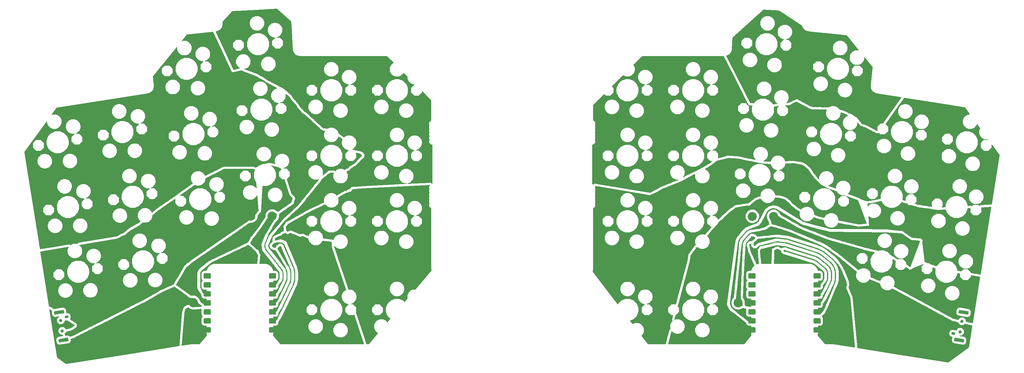
<source format=gbr>
%FSLAX44Y44*%
%OFA0.0000B0.0000*%
%SFA1B1*%
%MOMM*%
%ADD10C,0.0000X0.0000*%
%ADD11C,0.2000X0.0000*%
%ADD12C,0.6000X0.0000*%
%ADD13C,2.5400X0.0000*%
%ADD14C,0.9000X0.0000*%
%LNF.Cu0*%
%LPD*%
G36*
X1648531Y-1316540D2*
X1649333Y-1316540D1*
X1650505Y-1315368D1*
X1650505Y-1313712D1*
X1649333Y-1312540D1*
X1648779Y-1312540D1*
X1647937Y-1311039D1*
X1647728Y-1310925D1*
X1646928Y-1309926D1*
X1646263Y-1309606D1*
X1645214Y-1309101D1*
X1642672Y-1308646D1*
X1634826Y-1307138D1*
X1635435Y-1307747D1*
X1635727Y-1308039D1*
X1636043Y-1308801D1*
X1636043Y-1309214D1*
X1636043Y-1315000D1*
X1636043Y-1319927D1*
X1636043Y-1320786D1*
X1636043Y-1321645D1*
X1626645Y-1331043D1*
X1625786Y-1331043D1*
X1624927Y-1331043D1*
X1614214Y-1331043D1*
X1613801Y-1331043D1*
X1613039Y-1330727D1*
X1612747Y-1330435D1*
X1608656Y-1326344D1*
X1604565Y-1322253D1*
X1604273Y-1321961D1*
X1603957Y-1321199D1*
X1603957Y-1320786D1*
X1603957Y-1315000D1*
X1603957Y-1309214D1*
X1603957Y-1308801D1*
X1604273Y-1308039D1*
X1604565Y-1307747D1*
X1608656Y-1303656D1*
X1612747Y-1299565D1*
X1613039Y-1299273D1*
X1613220Y-1299198D1*
X1610923Y-1299198D1*
X1610655Y-1299145D1*
X1606888Y-1297585D1*
X1603121Y-1296023D1*
X1602894Y-1295871D1*
X1600012Y-1292989D1*
X1597128Y-1290106D1*
X1596976Y-1289879D1*
X1595416Y-1286112D1*
X1593855Y-1282345D1*
X1593802Y-1282077D1*
X1593802Y-1278000D1*
X1593802Y-1273923D1*
X1593855Y-1273655D1*
X1595415Y-1269888D1*
X1595872Y-1268784D1*
X1595478Y-1268388D1*
X1595344Y-1268303D1*
X1595071Y-1268200D1*
X1593639Y-1267276D1*
X1593328Y-1266965D1*
X1590567Y-1264872D1*
X1590040Y-1264673D1*
X1589054Y-1264131D1*
X1588603Y-1263794D1*
X1586341Y-1262101D1*
X1585612Y-1261631D1*
X1582856Y-1268283D1*
X1582579Y-1268398D1*
X1577106Y-1273872D1*
X1576879Y-1274024D1*
X1573112Y-1275584D1*
X1569345Y-1277145D1*
X1569077Y-1277198D1*
X1565000Y-1277198D1*
X1560923Y-1277198D1*
X1560655Y-1277145D1*
X1556888Y-1275585D1*
X1553121Y-1274023D1*
X1552894Y-1273871D1*
X1550012Y-1270989D1*
X1547128Y-1268106D1*
X1546976Y-1267879D1*
X1545416Y-1264112D1*
X1543855Y-1260345D1*
X1543802Y-1260077D1*
X1543802Y-1256000D1*
X1543802Y-1251923D1*
X1543855Y-1251655D1*
X1545415Y-1247888D1*
X1546502Y-1245266D1*
X1542915Y-1244963D1*
X1541474Y-1244841D1*
X1538859Y-1243603D1*
X1537986Y-1242704D1*
X1537306Y-1242331D1*
X1537139Y-1242193D1*
X1536196Y-1241678D1*
X1535379Y-1241232D1*
X1535300Y-1241161D1*
X1534959Y-1240975D1*
X1533580Y-1239742D1*
X1533049Y-1238984D1*
X1532774Y-1238591D1*
X1528067Y-1234384D1*
X1527854Y-1234231D1*
X1527496Y-1233900D1*
X1524929Y-1231529D1*
X1522362Y-1229159D1*
X1522050Y-1228872D1*
X1521810Y-1228598D1*
X1518007Y-1225097D1*
X1517847Y-1224981D1*
X1517503Y-1224663D1*
X1514586Y-1221971D1*
X1511670Y-1219279D1*
X1511359Y-1218992D1*
X1511119Y-1218718D1*
X1508065Y-1215916D1*
X1507890Y-1215791D1*
X1507522Y-1215450D1*
X1504211Y-1212386D1*
X1500901Y-1209322D1*
X1500584Y-1209029D1*
X1500396Y-1208812D1*
X1497981Y-1206566D1*
X1497840Y-1206465D1*
X1497473Y-1206127D1*
X1493873Y-1202812D1*
X1490806Y-1199988D1*
X1490183Y-1199646D1*
X1488740Y-1198856D1*
X1487741Y-1198309D1*
X1487567Y-1198135D1*
X1485935Y-1197245D1*
X1484787Y-1196618D1*
X1484704Y-1196528D1*
X1484496Y-1196415D1*
X1484325Y-1196228D1*
X1483802Y-1195944D1*
X1481996Y-1193968D1*
X1481702Y-1193291D1*
X1480990Y-1192681D1*
X1480297Y-1192087D1*
X1479213Y-1190619D1*
X1478885Y-1189861D1*
X1478010Y-1188959D1*
X1476848Y-1187762D1*
X1476670Y-1187665D1*
X1475445Y-1186998D1*
X1473590Y-1184915D1*
X1473340Y-1184293D1*
X1473069Y-1183975D1*
X1471183Y-1181761D1*
X1469298Y-1179547D1*
X1468972Y-1179163D1*
X1468420Y-1178320D1*
X1468199Y-1177867D1*
X1466106Y-1173577D1*
X1461914Y-1169286D1*
X1460966Y-1168385D1*
X1460391Y-1167393D1*
X1459960Y-1166651D1*
X1459860Y-1166558D1*
X1459254Y-1165517D1*
X1458618Y-1164424D1*
X1458049Y-1164054D1*
X1457477Y-1163492D1*
X1455116Y-1161172D1*
X1455057Y-1161149D1*
X1453029Y-1159401D1*
X1452957Y-1159277D1*
X1452616Y-1158983D1*
X1451943Y-1157826D1*
X1451769Y-1157527D1*
X1449848Y-1154237D1*
X1448292Y-1151572D1*
X1447941Y-1151324D1*
X1447494Y-1150556D1*
X1437161Y-1141036D1*
X1437161Y-1144996D1*
X1437161Y-1148662D1*
X1437275Y-1148937D1*
X1433819Y-1157279D1*
X1433542Y-1157394D1*
X1428069Y-1162868D1*
X1427842Y-1163020D1*
X1424075Y-1164580D1*
X1421515Y-1165641D1*
X1422893Y-1165641D1*
X1428679Y-1165641D1*
X1429092Y-1165641D1*
X1429854Y-1165957D1*
X1430146Y-1166249D1*
X1434237Y-1170340D1*
X1438328Y-1174431D1*
X1438620Y-1174723D1*
X1438936Y-1175485D1*
X1438936Y-1175898D1*
X1438936Y-1181684D1*
X1438936Y-1186611D1*
X1438936Y-1187470D1*
X1438936Y-1188329D1*
X1429538Y-1197727D1*
X1428679Y-1197727D1*
X1427820Y-1197727D1*
X1417107Y-1197727D1*
X1416694Y-1197727D1*
X1415932Y-1197411D1*
X1415640Y-1197119D1*
X1411549Y-1193028D1*
X1407458Y-1188937D1*
X1407166Y-1188645D1*
X1406850Y-1187883D1*
X1406850Y-1187470D1*
X1406850Y-1181684D1*
X1406850Y-1175898D1*
X1406850Y-1175485D1*
X1407166Y-1174723D1*
X1407458Y-1174431D1*
X1411549Y-1170340D1*
X1415695Y-1166194D1*
X1411886Y-1166194D1*
X1411618Y-1166141D1*
X1407851Y-1164581D1*
X1404084Y-1163019D1*
X1403857Y-1162867D1*
X1400975Y-1159985D1*
X1398091Y-1157102D1*
X1397939Y-1156875D1*
X1396379Y-1153108D1*
X1394818Y-1149341D1*
X1394765Y-1149073D1*
X1394765Y-1144996D1*
X1394765Y-1140919D1*
X1394818Y-1140651D1*
X1396378Y-1136884D1*
X1397940Y-1133117D1*
X1398092Y-1132890D1*
X1400974Y-1130008D1*
X1403857Y-1127124D1*
X1404084Y-1126972D1*
X1407851Y-1125412D1*
X1411416Y-1123935D1*
X1387968Y-1111390D1*
X1386880Y-1110849D1*
X1384394Y-1109617D1*
X1381884Y-1108373D1*
X1381288Y-1108078D1*
X1381108Y-1107947D1*
X1380544Y-1107669D1*
X1379466Y-1106889D1*
X1378926Y-1106342D1*
X1378348Y-1105999D1*
X1378080Y-1105807D1*
X1374497Y-1103247D1*
X1371123Y-1100836D1*
X1369550Y-1100058D1*
X1369401Y-1099985D1*
X1366121Y-1098373D1*
X1362839Y-1096759D1*
X1361513Y-1096110D1*
X1361084Y-1095894D1*
X1360820Y-1095761D1*
X1360313Y-1095456D1*
X1360072Y-1095286D1*
X1359895Y-1095161D1*
X1359635Y-1094977D1*
X1359146Y-1094570D1*
X1358919Y-1094348D1*
X1357874Y-1093327D1*
X1357050Y-1093052D1*
X1356409Y-1092699D1*
X1354851Y-1091840D1*
X1354377Y-1091578D1*
X1354233Y-1091471D1*
X1354126Y-1091456D1*
X1352912Y-1090864D1*
X1335500Y-1084444D1*
X1317366Y-1077757D1*
X1314639Y-1076751D1*
X1313925Y-1075506D1*
X1311422Y-1074554D1*
X1310896Y-1074623D1*
X1310457Y-1075094D1*
X1307837Y-1075567D1*
X1306525Y-1075804D1*
X1305413Y-1076047D1*
X1302001Y-1076794D1*
X1298572Y-1077545D1*
X1295048Y-1078325D1*
X1291513Y-1079107D1*
X1290880Y-1079248D1*
X1288131Y-1079860D1*
X1283080Y-1077368D1*
X1281892Y-1074815D1*
X1256976Y-1021295D1*
X1232060Y-967776D1*
X1230931Y-965349D1*
X1158204Y-972992D1*
X1143744Y-990870D1*
X1146255Y-989830D1*
X1146523Y-989777D1*
X1150600Y-989777D1*
X1154677Y-989777D1*
X1154945Y-989830D1*
X1158712Y-991390D1*
X1162479Y-992952D1*
X1162706Y-993104D1*
X1165588Y-995986D1*
X1168472Y-998869D1*
X1168624Y-999096D1*
X1170184Y-1002863D1*
X1171745Y-1006630D1*
X1171798Y-1006898D1*
X1171798Y-1010975D1*
X1171798Y-1014641D1*
X1171912Y-1014916D1*
X1168456Y-1023258D1*
X1168179Y-1023373D1*
X1162706Y-1028847D1*
X1162479Y-1028999D1*
X1158712Y-1030559D1*
X1154945Y-1032120D1*
X1154677Y-1032173D1*
X1150600Y-1032173D1*
X1146523Y-1032173D1*
X1146255Y-1032120D1*
X1142488Y-1030560D1*
X1138721Y-1028998D1*
X1138494Y-1028846D1*
X1135612Y-1025964D1*
X1132728Y-1023081D1*
X1132576Y-1022854D1*
X1131016Y-1019087D1*
X1129455Y-1015320D1*
X1129402Y-1015052D1*
X1129402Y-1010975D1*
X1129402Y-1008602D1*
X1062532Y-1091275D1*
X1064888Y-1113680D1*
X1065047Y-1115672D1*
X1065059Y-1115902D1*
X1065099Y-1117722D1*
X1065096Y-1117980D1*
X1065026Y-1119630D1*
X1065009Y-1119868D1*
X1064823Y-1121648D1*
X1064518Y-1123374D1*
X1064141Y-1124880D1*
X1064098Y-1125028D1*
X1063576Y-1126577D1*
X1063013Y-1127915D1*
X1062941Y-1128068D1*
X1062297Y-1129302D1*
X1062220Y-1129436D1*
X1061480Y-1130619D1*
X1061376Y-1130770D1*
X1060544Y-1131865D1*
X1060395Y-1132041D1*
X1059511Y-1133034D1*
X1059333Y-1133210D1*
X1057262Y-1135026D1*
X1057013Y-1135213D1*
X1054549Y-1136773D1*
X1054295Y-1136909D1*
X1051437Y-1138191D1*
X1051195Y-1138281D1*
X1047900Y-1139276D1*
X1047713Y-1139323D1*
X1044918Y-1139882D1*
X1044759Y-1139911D1*
X872119Y-1167255D1*
X790740Y-1180145D1*
X777462Y-1198439D1*
X779748Y-1197492D1*
X780016Y-1197439D1*
X784093Y-1197439D1*
X788170Y-1197439D1*
X788438Y-1197492D1*
X792205Y-1199052D1*
X795972Y-1200614D1*
X796199Y-1200766D1*
X799081Y-1203648D1*
X801965Y-1206531D1*
X802117Y-1206758D1*
X803677Y-1210525D1*
X805238Y-1214292D1*
X805291Y-1214560D1*
X805291Y-1218637D1*
X805291Y-1222303D1*
X805405Y-1222578D1*
X801949Y-1230920D1*
X801672Y-1231035D1*
X796199Y-1236509D1*
X795972Y-1236661D1*
X792205Y-1238221D1*
X788438Y-1239782D1*
X788170Y-1239835D1*
X784093Y-1239835D1*
X780016Y-1239835D1*
X779748Y-1239782D1*
X775981Y-1238222D1*
X772214Y-1236660D1*
X771987Y-1236508D1*
X769105Y-1233626D1*
X766221Y-1230743D1*
X766069Y-1230516D1*
X764509Y-1226749D1*
X762948Y-1222982D1*
X762895Y-1222714D1*
X762895Y-1218509D1*
X700510Y-1304462D1*
X739600Y-1551274D1*
X743859Y-1578163D1*
X783081Y-1571520D1*
X822387Y-1564863D1*
X824540Y-1564499D1*
X828619Y-1566058D1*
X829240Y-1566838D1*
X829868Y-1566209D1*
X830095Y-1566057D1*
X833862Y-1564497D1*
X837629Y-1562936D1*
X837897Y-1562883D1*
X841974Y-1562883D1*
X846051Y-1562883D1*
X846319Y-1562936D1*
X848074Y-1563663D1*
X848337Y-1562837D1*
X851728Y-1559894D1*
X853941Y-1559519D1*
X957802Y-1541929D1*
X957838Y-1541904D1*
X960456Y-1541172D1*
X960983Y-1541206D1*
X963617Y-1540463D1*
X965301Y-1539174D1*
X968201Y-1536953D1*
X968705Y-1536568D1*
X969821Y-1535965D1*
X970420Y-1535755D1*
X973821Y-1534563D1*
X977221Y-1533372D1*
X978068Y-1533075D1*
X978242Y-1533055D1*
X979165Y-1532281D1*
X981838Y-1530042D1*
X982043Y-1529869D1*
X984705Y-1527635D1*
X987373Y-1525395D1*
X987582Y-1525219D1*
X990344Y-1522896D1*
X993101Y-1520577D1*
X993232Y-1520467D1*
X993504Y-1520258D1*
X993644Y-1520159D1*
X993897Y-1519981D1*
X994218Y-1519777D1*
X994383Y-1519683D1*
X995606Y-1518985D1*
X998528Y-1517313D1*
X1001481Y-1515624D1*
X1001700Y-1515500D1*
X1004546Y-1513867D1*
X1007404Y-1512227D1*
X1007656Y-1512083D1*
X1010479Y-1510459D1*
X1013322Y-1508823D1*
X1013595Y-1508667D1*
X1016406Y-1507044D1*
X1019246Y-1505405D1*
X1019497Y-1505260D1*
X1019778Y-1505098D1*
X1019903Y-1504970D1*
X1020107Y-1504761D1*
X1020544Y-1504375D1*
X1020776Y-1504198D1*
X1024564Y-1501314D1*
X1026277Y-1500011D1*
X1024673Y-1498407D1*
X1021789Y-1495524D1*
X1021637Y-1495297D1*
X1020077Y-1491530D1*
X1018516Y-1487763D1*
X1018463Y-1487495D1*
X1018463Y-1483418D1*
X1018463Y-1479341D1*
X1018516Y-1479073D1*
X1020076Y-1475306D1*
X1021638Y-1471539D1*
X1021790Y-1471312D1*
X1024672Y-1468430D1*
X1027555Y-1465546D1*
X1027782Y-1465394D1*
X1031549Y-1463834D1*
X1035316Y-1462273D1*
X1035584Y-1462220D1*
X1039661Y-1462220D1*
X1043738Y-1462220D1*
X1044006Y-1462273D1*
X1047773Y-1463833D1*
X1051540Y-1465395D1*
X1051767Y-1465547D1*
X1054649Y-1468429D1*
X1057533Y-1471312D1*
X1057685Y-1471539D1*
X1059030Y-1474788D1*
X1059758Y-1474224D1*
X1059976Y-1474055D1*
X1060433Y-1473748D1*
X1060599Y-1473653D1*
X1061613Y-1472936D1*
X1062000Y-1472540D1*
X1062382Y-1472150D1*
X1063245Y-1471481D1*
X1063397Y-1471393D1*
X1063766Y-1471111D1*
X1065918Y-1469135D1*
X1068333Y-1466919D1*
X1068527Y-1466740D1*
X1068938Y-1466410D1*
X1069154Y-1466259D1*
X1072589Y-1463854D1*
X1076023Y-1461450D1*
X1076167Y-1461350D1*
X1076462Y-1461162D1*
X1076612Y-1461074D1*
X1076961Y-1460834D1*
X1077248Y-1460614D1*
X1077397Y-1460511D1*
X1082144Y-1457210D1*
X1086890Y-1453909D1*
X1087034Y-1453809D1*
X1087447Y-1453555D1*
X1091022Y-1451069D1*
X1091177Y-1450951D1*
X1091310Y-1450858D1*
X1094557Y-1448591D1*
X1097804Y-1446325D1*
X1097949Y-1446224D1*
X1098247Y-1446035D1*
X1098399Y-1445945D1*
X1105373Y-1441163D1*
X1106059Y-1440589D1*
X1106326Y-1440366D1*
X1106897Y-1439968D1*
X1107199Y-1439794D1*
X1108103Y-1439274D1*
X1108155Y-1439236D1*
X1108457Y-1439063D1*
X1113226Y-1435686D1*
X1118306Y-1432090D1*
X1118462Y-1431980D1*
X1118784Y-1431775D1*
X1118948Y-1431679D1*
X1120175Y-1430837D1*
X1122011Y-1429577D1*
X1122727Y-1429535D1*
X1129395Y-1424757D1*
X1129648Y-1424613D1*
X1131595Y-1423257D1*
X1131684Y-1423180D1*
X1131851Y-1423013D1*
X1132075Y-1422337D1*
X1133658Y-1421206D1*
X1135533Y-1419331D1*
X1136283Y-1419331D1*
X1137027Y-1418800D1*
X1139856Y-1416779D1*
X1140016Y-1416665D1*
X1140473Y-1416379D1*
X1142382Y-1415038D1*
X1142682Y-1414800D1*
X1142838Y-1414689D1*
X1146783Y-1411865D1*
X1150728Y-1409041D1*
X1150890Y-1408925D1*
X1151226Y-1408709D1*
X1151344Y-1408642D1*
X1153636Y-1407026D1*
X1153940Y-1406786D1*
X1154098Y-1406673D1*
X1157832Y-1404004D1*
X1161565Y-1401335D1*
X1161728Y-1401217D1*
X1162184Y-1400933D1*
X1165010Y-1398941D1*
X1165303Y-1398710D1*
X1165454Y-1398602D1*
X1168923Y-1396118D1*
X1172392Y-1393635D1*
X1172555Y-1393518D1*
X1173023Y-1393226D1*
X1173348Y-1392998D1*
X1171403Y-1391054D1*
X1171251Y-1390827D1*
X1169691Y-1387060D1*
X1168130Y-1383293D1*
X1168077Y-1383025D1*
X1168077Y-1378948D1*
X1168077Y-1374871D1*
X1168130Y-1374603D1*
X1169690Y-1370836D1*
X1171252Y-1367069D1*
X1171404Y-1366842D1*
X1174286Y-1363960D1*
X1177169Y-1361076D1*
X1177396Y-1360924D1*
X1181163Y-1359364D1*
X1184930Y-1357803D1*
X1185198Y-1357750D1*
X1189275Y-1357750D1*
X1193352Y-1357750D1*
X1193620Y-1357803D1*
X1197387Y-1359363D1*
X1201154Y-1360925D1*
X1201381Y-1361077D1*
X1204263Y-1363959D1*
X1207147Y-1366842D1*
X1207299Y-1367069D1*
X1208859Y-1370836D1*
X1208930Y-1371007D1*
X1209378Y-1370783D1*
X1209884Y-1370554D1*
X1217491Y-1366824D1*
X1217934Y-1366585D1*
X1220010Y-1365550D1*
X1222086Y-1364515D1*
X1222624Y-1364271D1*
X1229375Y-1360956D1*
X1229818Y-1360718D1*
X1232338Y-1359464D1*
X1234857Y-1358211D1*
X1235398Y-1357966D1*
X1241285Y-1355080D1*
X1241722Y-1354845D1*
X1244792Y-1353309D1*
X1247862Y-1351773D1*
X1248365Y-1351543D1*
X1249080Y-1351246D1*
X1249301Y-1351120D1*
X1249462Y-1351041D1*
X1251070Y-1350122D1*
X1251224Y-1350034D1*
X1254099Y-1348386D1*
X1256989Y-1346730D1*
X1258031Y-1346134D1*
X1258180Y-1346045D1*
X1259106Y-1345491D1*
X1261186Y-1344915D1*
X1262265Y-1344913D1*
X1302949Y-1344826D1*
X1343632Y-1344740D1*
X1344442Y-1344738D1*
X1346031Y-1345060D1*
X1346777Y-1345377D1*
X1346929Y-1345441D1*
X1349037Y-1346336D1*
X1351057Y-1347194D1*
X1357180Y-1344810D1*
X1359525Y-1342464D1*
X1359785Y-1342291D1*
X1365481Y-1339931D1*
X1371177Y-1337571D1*
X1371484Y-1337510D1*
X1376396Y-1337510D1*
X1377172Y-1337237D1*
X1380683Y-1336005D1*
X1380833Y-1336007D1*
X1387158Y-1334997D1*
X1387250Y-1334965D1*
X1390553Y-1334440D1*
X1394468Y-1335467D1*
X1396100Y-1334809D1*
X1398728Y-1335549D1*
X1405948Y-1337583D1*
X1404500Y-1334087D1*
X1404447Y-1333819D1*
X1404447Y-1329742D1*
X1404447Y-1325665D1*
X1404500Y-1325397D1*
X1406060Y-1321630D1*
X1407622Y-1317863D1*
X1407774Y-1317636D1*
X1410656Y-1314754D1*
X1413539Y-1311870D1*
X1413766Y-1311718D1*
X1417533Y-1310158D1*
X1421300Y-1308597D1*
X1421568Y-1308544D1*
X1425645Y-1308544D1*
X1429722Y-1308544D1*
X1429990Y-1308597D1*
X1433757Y-1310157D1*
X1437524Y-1311719D1*
X1437751Y-1311871D1*
X1440633Y-1314753D1*
X1443517Y-1317636D1*
X1443669Y-1317863D1*
X1445229Y-1321630D1*
X1446790Y-1325397D1*
X1446843Y-1325665D1*
X1446843Y-1329742D1*
X1446843Y-1333408D1*
X1446957Y-1333683D1*
X1443501Y-1342025D1*
X1443224Y-1342140D1*
X1437751Y-1347614D1*
X1437524Y-1347766D1*
X1433757Y-1349326D1*
X1431197Y-1350387D1*
X1432575Y-1350387D1*
X1438361Y-1350387D1*
X1438774Y-1350387D1*
X1439536Y-1350703D1*
X1439828Y-1350995D1*
X1443919Y-1355086D1*
X1448010Y-1359177D1*
X1448302Y-1359469D1*
X1448618Y-1360231D1*
X1448618Y-1360644D1*
X1448618Y-1366430D1*
X1448618Y-1371357D1*
X1448618Y-1372216D1*
X1448618Y-1373075D1*
X1440394Y-1381299D1*
X1453251Y-1421583D1*
X1454675Y-1423097D1*
X1456410Y-1424942D1*
X1457167Y-1425747D1*
X1457196Y-1425755D1*
X1458734Y-1427387D1*
X1461240Y-1430045D1*
X1462855Y-1431758D1*
X1462954Y-1432292D1*
X1463331Y-1432119D1*
X1463087Y-1433008D1*
X1463714Y-1436388D1*
X1462821Y-1438567D1*
X1460540Y-1444132D1*
X1460540Y-1449175D1*
X1454517Y-1455198D1*
X1453118Y-1455198D1*
X1449338Y-1457966D1*
X1449187Y-1458132D1*
X1448450Y-1458645D1*
X1445645Y-1460598D1*
X1442841Y-1462551D1*
X1442499Y-1462790D1*
X1442267Y-1462918D1*
X1438859Y-1465300D1*
X1438756Y-1465407D1*
X1438109Y-1465858D1*
X1434815Y-1468154D1*
X1431521Y-1470450D1*
X1431146Y-1470711D1*
X1430937Y-1470824D1*
X1428485Y-1472540D1*
X1428361Y-1472664D1*
X1427770Y-1473074D1*
X1424632Y-1475251D1*
X1421457Y-1477454D1*
X1419393Y-1478895D1*
X1418839Y-1479281D1*
X1418737Y-1480207D1*
X1418336Y-1483845D1*
X1417935Y-1487483D1*
X1417810Y-1488621D1*
X1417810Y-1489217D1*
X1417502Y-1489958D1*
X1417201Y-1490686D1*
X1416310Y-1492837D1*
X1415420Y-1494987D1*
X1415119Y-1495715D1*
X1414811Y-1496457D1*
X1414243Y-1497026D1*
X1413686Y-1497583D1*
X1412040Y-1499229D1*
X1410395Y-1500874D1*
X1409837Y-1501431D1*
X1409269Y-1501999D1*
X1408440Y-1502342D1*
X1404677Y-1508716D1*
X1404541Y-1508978D1*
X1404421Y-1509179D1*
X1404099Y-1509719D1*
X1403856Y-1510127D1*
X1403792Y-1510210D1*
X1400803Y-1515283D1*
X1397532Y-1520835D1*
X1397262Y-1521292D1*
X1397197Y-1521374D1*
X1397061Y-1521633D1*
X1396965Y-1521798D1*
X1394058Y-1526817D1*
X1391152Y-1531835D1*
X1390993Y-1532111D1*
X1390631Y-1532634D1*
X1390430Y-1532881D1*
X1389596Y-1533904D1*
X1378832Y-1560597D1*
X1377680Y-1563455D1*
X1377659Y-1563629D1*
X1377659Y-1567273D1*
X1377162Y-1567770D1*
X1376945Y-1569574D1*
X1377755Y-1575141D1*
X1379109Y-1576495D1*
X1379109Y-1578623D1*
X1379616Y-1579794D1*
X1380559Y-1581680D1*
X1382201Y-1583743D1*
X1402690Y-1609479D1*
X1423174Y-1635210D1*
X1423284Y-1635348D1*
X1423553Y-1635701D1*
X1423760Y-1635985D1*
X1423988Y-1636311D1*
X1424095Y-1636470D1*
X1424512Y-1637093D1*
X1424651Y-1637303D1*
X1425113Y-1637995D1*
X1425393Y-1638415D1*
X1425868Y-1639304D1*
X1426061Y-1639770D1*
X1426698Y-1641308D1*
X1426891Y-1641772D1*
X1427183Y-1642735D1*
X1427298Y-1643306D1*
X1428002Y-1644010D1*
X1428002Y-1644428D1*
X1428002Y-1648017D1*
X1428002Y-1648269D1*
X1428002Y-1652946D1*
X1428002Y-1659187D1*
X1428002Y-1659605D1*
X1428002Y-1659857D1*
X1428002Y-1663446D1*
X1427402Y-1664046D1*
X1427282Y-1664646D1*
X1427183Y-1665141D1*
X1426889Y-1666106D1*
X1426696Y-1666572D1*
X1426058Y-1668110D1*
X1425867Y-1668572D1*
X1425395Y-1669455D1*
X1425118Y-1669871D1*
X1424657Y-1670563D1*
X1424512Y-1670781D1*
X1424100Y-1671396D1*
X1423871Y-1671739D1*
X1423731Y-1671951D1*
X1423428Y-1672359D1*
X1423267Y-1672555D1*
X1422744Y-1673192D1*
X1422587Y-1673383D1*
X1422255Y-1673750D1*
X1422080Y-1673925D1*
X1421789Y-1674217D1*
X1420748Y-1675262D1*
X1420598Y-1675581D1*
X1420306Y-1676097D1*
X1420142Y-1676343D1*
X1419099Y-1677906D1*
X1419042Y-1678218D1*
X1417610Y-1680659D1*
X1416518Y-1681559D1*
X1416220Y-1681805D1*
X1416220Y-1684587D1*
X1416220Y-1684933D1*
X1416152Y-1685621D1*
X1416084Y-1685960D1*
X1415892Y-1686920D1*
X1415757Y-1687594D1*
X1415230Y-1688864D1*
X1414848Y-1689436D1*
X1414304Y-1690250D1*
X1413921Y-1690823D1*
X1412946Y-1691798D1*
X1412373Y-1692181D1*
X1411559Y-1692725D1*
X1410987Y-1693107D1*
X1409717Y-1693634D1*
X1409043Y-1693769D1*
X1408083Y-1693961D1*
X1407744Y-1694029D1*
X1407056Y-1694097D1*
X1406710Y-1694097D1*
X1402130Y-1694097D1*
X1402130Y-1708814D1*
X1406588Y-1706859D1*
X1407102Y-1706413D1*
X1407342Y-1705852D1*
X1408050Y-1705367D1*
X1408220Y-1704684D1*
X1408220Y-1703966D1*
X1409460Y-1702727D1*
X1409486Y-1702666D1*
X1410652Y-1701536D1*
X1410847Y-1701341D1*
X1410962Y-1701152D1*
X1411021Y-1701095D1*
X1411192Y-1700754D1*
X1411530Y-1700082D1*
X1411710Y-1699727D1*
X1412136Y-1699054D1*
X1412382Y-1698741D1*
X1412711Y-1698320D1*
X1412835Y-1698161D1*
X1412944Y-1698023D1*
X1413605Y-1697181D1*
X1417426Y-1689148D1*
X1427428Y-1668122D1*
X1427966Y-1666991D1*
X1428753Y-1664619D1*
X1428998Y-1663388D1*
X1429048Y-1663137D1*
X1429243Y-1662160D1*
X1429438Y-1660184D1*
X1429438Y-1654928D1*
X1429438Y-1648687D1*
X1429438Y-1647691D1*
X1429243Y-1645713D1*
X1429047Y-1644731D1*
X1428991Y-1644449D1*
X1428852Y-1643755D1*
X1428464Y-1641817D1*
X1426949Y-1638160D1*
X1425850Y-1636512D1*
X1425682Y-1636260D1*
X1425289Y-1635670D1*
X1425079Y-1635355D1*
X1424558Y-1634641D1*
X1424302Y-1634321D1*
X1403813Y-1608585D1*
X1383324Y-1582848D1*
X1381345Y-1580362D1*
X1380476Y-1579271D1*
X1379383Y-1576705D1*
X1379198Y-1575323D1*
X1378776Y-1572173D1*
X1378354Y-1569023D1*
X1378169Y-1567641D1*
X1378548Y-1564878D1*
X1379099Y-1563597D1*
X1380354Y-1560678D1*
X1384614Y-1550768D1*
X1388875Y-1540858D1*
X1389240Y-1540009D1*
X1389403Y-1539630D1*
X1389789Y-1538901D1*
X1390010Y-1538553D1*
X1391002Y-1536993D1*
X1391223Y-1536643D1*
X1391722Y-1535983D1*
X1391997Y-1535674D1*
X1392610Y-1534986D1*
X1410361Y-1515024D1*
X1416576Y-1508036D1*
X1423200Y-1499911D1*
X1423307Y-1499782D1*
X1425431Y-1497286D1*
X1427554Y-1494790D1*
X1427670Y-1494656D1*
X1427817Y-1494434D1*
X1428437Y-1493697D1*
X1428828Y-1493332D1*
X1428892Y-1493231D1*
X1429865Y-1492169D1*
X1430377Y-1491570D1*
X1431066Y-1491048D1*
X1432317Y-1490099D1*
X1436675Y-1486009D1*
X1436783Y-1485881D1*
X1437167Y-1485529D1*
X1439604Y-1483292D1*
X1442040Y-1481056D1*
X1442199Y-1480911D1*
X1442405Y-1480742D1*
X1446299Y-1477162D1*
X1446389Y-1477059D1*
X1446712Y-1476763D1*
X1449336Y-1474355D1*
X1451959Y-1471947D1*
X1452114Y-1471805D1*
X1452314Y-1471640D1*
X1455852Y-1468384D1*
X1455948Y-1468277D1*
X1456238Y-1468011D1*
X1459059Y-1465424D1*
X1461880Y-1462837D1*
X1462044Y-1462687D1*
X1462248Y-1462520D1*
X1465374Y-1459674D1*
X1465437Y-1459588D1*
X1466288Y-1458731D1*
X1466773Y-1458371D1*
X1467219Y-1458041D1*
X1467971Y-1457135D1*
X1468707Y-1456578D1*
X1469181Y-1456219D1*
X1469516Y-1455736D1*
X1469608Y-1455666D1*
X1469874Y-1455177D1*
X1470379Y-1454572D1*
X1474176Y-1450022D1*
X1477973Y-1445472D1*
X1478264Y-1445123D1*
X1478377Y-1445015D1*
X1478741Y-1444564D1*
X1478824Y-1444415D1*
X1479262Y-1443874D1*
X1482679Y-1439654D1*
X1486095Y-1435434D1*
X1486412Y-1435042D1*
X1486573Y-1434888D1*
X1487107Y-1434226D1*
X1487191Y-1434075D1*
X1487630Y-1433533D1*
X1490962Y-1429418D1*
X1494293Y-1425304D1*
X1494613Y-1424909D1*
X1494769Y-1424760D1*
X1495482Y-1423877D1*
X1495567Y-1423724D1*
X1495997Y-1423193D1*
X1499244Y-1419183D1*
X1502490Y-1415174D1*
X1502821Y-1414765D1*
X1502979Y-1414615D1*
X1503846Y-1413541D1*
X1503938Y-1413377D1*
X1504364Y-1412851D1*
X1507526Y-1408947D1*
X1510687Y-1405044D1*
X1511021Y-1404633D1*
X1511172Y-1404490D1*
X1512219Y-1403192D1*
X1512271Y-1403099D1*
X1512639Y-1402628D1*
X1515825Y-1398543D1*
X1518355Y-1395298D1*
X1518778Y-1394160D1*
X1520445Y-1392108D1*
X1521564Y-1391405D1*
X1521703Y-1391318D1*
X1527682Y-1384171D1*
X1527750Y-1383990D1*
X1528287Y-1383356D1*
X1529455Y-1381442D1*
X1529112Y-1381584D1*
X1525345Y-1383145D1*
X1525077Y-1383198D1*
X1521000Y-1383198D1*
X1516923Y-1383198D1*
X1516655Y-1383145D1*
X1512888Y-1381585D1*
X1509121Y-1380023D1*
X1508894Y-1379871D1*
X1506012Y-1376989D1*
X1503128Y-1374106D1*
X1502976Y-1373879D1*
X1501416Y-1370112D1*
X1499855Y-1366345D1*
X1499802Y-1366077D1*
X1499802Y-1362000D1*
X1499802Y-1357923D1*
X1499855Y-1357655D1*
X1501415Y-1353888D1*
X1502977Y-1350121D1*
X1503129Y-1349894D1*
X1506011Y-1347012D1*
X1508894Y-1344128D1*
X1509121Y-1343976D1*
X1512888Y-1342416D1*
X1516655Y-1340855D1*
X1516923Y-1340802D1*
X1521000Y-1340802D1*
X1525077Y-1340802D1*
X1525345Y-1340855D1*
X1529112Y-1342415D1*
X1532879Y-1343977D1*
X1533106Y-1344129D1*
X1535988Y-1347011D1*
X1538872Y-1349894D1*
X1539024Y-1350121D1*
X1540584Y-1353888D1*
X1542145Y-1357655D1*
X1542198Y-1357923D1*
X1542198Y-1362000D1*
X1542198Y-1365666D1*
X1542312Y-1365941D1*
X1540721Y-1369781D1*
X1541882Y-1368836D1*
X1542080Y-1368648D1*
X1542336Y-1368443D1*
X1544169Y-1366973D1*
X1546002Y-1365503D1*
X1546200Y-1365344D1*
X1546465Y-1365157D1*
X1554631Y-1358526D1*
X1554728Y-1358418D1*
X1555638Y-1357664D1*
X1556143Y-1357358D1*
X1556983Y-1356849D1*
X1557966Y-1356254D1*
X1560187Y-1355664D1*
X1561336Y-1355694D1*
X1566568Y-1355830D1*
X1571799Y-1355965D1*
X1573776Y-1356015D1*
X1576168Y-1357355D1*
X1578894Y-1354628D1*
X1579121Y-1354476D1*
X1582888Y-1352916D1*
X1586655Y-1351355D1*
X1586923Y-1351302D1*
X1591000Y-1351302D1*
X1595077Y-1351302D1*
X1595345Y-1351355D1*
X1599112Y-1352915D1*
X1602534Y-1354333D1*
X1603380Y-1353656D1*
X1604993Y-1352365D1*
X1605674Y-1351821D1*
X1607238Y-1351050D1*
X1608085Y-1350842D1*
X1610604Y-1350224D1*
X1610626Y-1350199D1*
X1610702Y-1350200D1*
X1611030Y-1350119D1*
X1611455Y-1349636D1*
X1612835Y-1348085D1*
X1614695Y-1345993D1*
X1615368Y-1345877D1*
X1616592Y-1344499D1*
X1617889Y-1343040D1*
X1620277Y-1342125D1*
X1620541Y-1341989D1*
X1620604Y-1341938D1*
X1621190Y-1341611D1*
X1624017Y-1340031D1*
X1626844Y-1338452D1*
X1628059Y-1337773D1*
X1628386Y-1337719D1*
X1628756Y-1337311D1*
X1629652Y-1336323D1*
X1629989Y-1336137D1*
X1630523Y-1335491D1*
X1630884Y-1335052D1*
X1631414Y-1334570D1*
X1639832Y-1325820D1*
X1639963Y-1325668D1*
X1642049Y-1323393D1*
X1644134Y-1321119D1*
X1644336Y-1320899D1*
X1644771Y-1320491D1*
X1645003Y-1320303D1*
X1646810Y-1318843D1*
X1648531Y-1316540D1*
X1648531Y-1316540D1*
G37*
%LNF.Cu1*%
%LPC*%
G36*
X1313450Y-1171397D2*
X1318829Y-1171397D1*
X1319242Y-1171397D1*
X1320004Y-1171713D1*
X1320296Y-1172005D1*
X1324387Y-1176096D1*
X1328478Y-1180187D1*
X1328770Y-1180479D1*
X1329086Y-1181241D1*
X1329086Y-1181654D1*
X1329086Y-1187440D1*
X1329086Y-1192367D1*
X1329086Y-1193226D1*
X1329086Y-1194085D1*
X1319688Y-1203483D1*
X1318829Y-1203483D1*
X1317970Y-1203483D1*
X1307257Y-1203483D1*
X1306844Y-1203483D1*
X1306082Y-1203167D1*
X1305790Y-1202875D1*
X1301699Y-1198784D1*
X1297608Y-1194693D1*
X1297316Y-1194401D1*
X1297000Y-1193639D1*
X1297000Y-1193226D1*
X1297000Y-1187440D1*
X1297000Y-1181654D1*
X1297000Y-1181241D1*
X1297316Y-1180479D1*
X1297608Y-1180187D1*
X1301699Y-1176096D1*
X1305790Y-1172005D1*
X1306082Y-1171713D1*
X1306844Y-1171397D1*
X1307257Y-1171397D1*
X1311742Y-1171397D1*
X1311768Y-1171423D1*
X1313424Y-1171423D1*
X1313450Y-1171397D1*
G37*
G36*
X867950Y-1394069D2*
X869936Y-1394069D1*
X870204Y-1394122D1*
X873971Y-1395682D1*
X877738Y-1397244D1*
X877965Y-1397396D1*
X880847Y-1400278D1*
X883731Y-1403161D1*
X883883Y-1403388D1*
X885443Y-1407155D1*
X887004Y-1410922D1*
X887057Y-1411190D1*
X887057Y-1415267D1*
X887057Y-1418933D1*
X887171Y-1419208D1*
X883715Y-1427550D1*
X883438Y-1427665D1*
X877965Y-1433139D1*
X877738Y-1433291D1*
X873971Y-1434851D1*
X873645Y-1434986D1*
X876586Y-1434986D1*
X882372Y-1434986D1*
X882785Y-1434986D1*
X883547Y-1435302D1*
X883839Y-1435594D1*
X887930Y-1439685D1*
X892021Y-1443776D1*
X892313Y-1444068D1*
X892629Y-1444830D1*
X892629Y-1445243D1*
X892629Y-1451029D1*
X892629Y-1455956D1*
X892629Y-1456815D1*
X892629Y-1457674D1*
X883231Y-1467072D1*
X882372Y-1467072D1*
X881513Y-1467072D1*
X870800Y-1467072D1*
X870387Y-1467072D1*
X869625Y-1466756D1*
X869333Y-1466464D1*
X865242Y-1462373D1*
X861151Y-1458282D1*
X860859Y-1457990D1*
X860543Y-1457228D1*
X860543Y-1456815D1*
X860543Y-1451029D1*
X860543Y-1445243D1*
X860543Y-1444830D1*
X860859Y-1444068D1*
X861151Y-1443776D1*
X865242Y-1439685D1*
X868462Y-1436465D1*
X865859Y-1436465D1*
X861782Y-1436465D1*
X861514Y-1436412D1*
X857747Y-1434852D1*
X853980Y-1433290D1*
X853753Y-1433138D1*
X850871Y-1430256D1*
X847987Y-1427373D1*
X847835Y-1427146D1*
X846275Y-1423379D1*
X844714Y-1419612D1*
X844661Y-1419344D1*
X844661Y-1415267D1*
X844661Y-1411190D1*
X844714Y-1410922D1*
X846274Y-1407155D1*
X847836Y-1403388D1*
X847988Y-1403161D1*
X850870Y-1400279D1*
X853753Y-1397395D1*
X853980Y-1397243D1*
X857747Y-1395683D1*
X861514Y-1394122D1*
X861782Y-1394069D1*
X865908Y-1394069D1*
X866101Y-1394262D1*
X867757Y-1394262D1*
X867950Y-1394069D1*
G37*
G36*
X1118111Y-1081187D2*
X1118111Y-1082046D1*
X1108713Y-1091444D1*
X1107854Y-1091444D1*
X1106995Y-1091444D1*
X1096282Y-1091444D1*
X1095869Y-1091444D1*
X1095107Y-1091128D1*
X1094815Y-1090836D1*
X1090724Y-1086745D1*
X1086633Y-1082654D1*
X1086341Y-1082362D1*
X1086025Y-1081600D1*
X1086025Y-1081187D1*
X1086025Y-1075401D1*
X1086025Y-1069615D1*
X1086025Y-1069202D1*
X1086341Y-1068440D1*
X1086633Y-1068148D1*
X1090724Y-1064057D1*
X1094815Y-1059966D1*
X1095107Y-1059674D1*
X1095869Y-1059358D1*
X1096282Y-1059358D1*
X1102068Y-1059358D1*
X1107854Y-1059358D1*
X1108267Y-1059358D1*
X1109029Y-1059674D1*
X1109321Y-1059966D1*
X1113412Y-1064057D1*
X1117503Y-1068148D1*
X1117795Y-1068440D1*
X1118111Y-1069202D1*
X1118111Y-1069615D1*
X1118111Y-1075401D1*
X1118111Y-1080328D1*
X1118111Y-1081187D1*
G37*
G36*
X1139119Y-1124660D2*
X1139233Y-1124935D1*
X1135777Y-1133277D1*
X1135500Y-1133392D1*
X1130027Y-1138866D1*
X1129800Y-1139018D1*
X1126033Y-1140578D1*
X1122266Y-1142139D1*
X1121998Y-1142192D1*
X1117921Y-1142192D1*
X1113844Y-1142192D1*
X1113576Y-1142139D1*
X1109809Y-1140579D1*
X1106042Y-1139017D1*
X1105815Y-1138865D1*
X1102933Y-1135983D1*
X1100049Y-1133100D1*
X1099897Y-1132873D1*
X1098337Y-1129106D1*
X1096776Y-1125339D1*
X1096723Y-1125071D1*
X1096723Y-1120994D1*
X1096723Y-1116917D1*
X1096776Y-1116649D1*
X1098336Y-1112882D1*
X1099898Y-1109115D1*
X1100050Y-1108888D1*
X1102932Y-1106006D1*
X1105815Y-1103122D1*
X1106042Y-1102970D1*
X1109809Y-1101410D1*
X1113576Y-1099849D1*
X1113844Y-1099796D1*
X1117921Y-1099796D1*
X1121998Y-1099796D1*
X1122266Y-1099849D1*
X1126033Y-1101409D1*
X1129800Y-1102971D1*
X1130027Y-1103123D1*
X1132909Y-1106005D1*
X1135793Y-1108888D1*
X1135945Y-1109115D1*
X1137505Y-1112882D1*
X1139066Y-1116649D1*
X1139119Y-1116917D1*
X1139119Y-1120994D1*
X1139119Y-1124660D1*
G37*
G36*
X1188565Y-1075346D2*
X1188696Y-1075662D1*
X1183593Y-1087980D1*
X1183275Y-1088112D1*
X1174892Y-1096496D1*
X1174632Y-1096669D1*
X1168936Y-1099029D1*
X1163240Y-1101389D1*
X1162933Y-1101450D1*
X1156767Y-1101450D1*
X1150601Y-1101450D1*
X1150294Y-1101389D1*
X1144598Y-1099029D1*
X1138902Y-1096669D1*
X1138642Y-1096495D1*
X1134283Y-1092136D1*
X1129923Y-1087777D1*
X1129750Y-1087517D1*
X1127390Y-1081821D1*
X1125030Y-1076125D1*
X1124969Y-1075818D1*
X1124969Y-1069652D1*
X1124969Y-1063486D1*
X1125030Y-1063179D1*
X1127390Y-1057483D1*
X1129750Y-1051787D1*
X1129924Y-1051527D1*
X1134283Y-1047168D1*
X1138642Y-1042808D1*
X1138902Y-1042635D1*
X1144598Y-1040275D1*
X1150294Y-1037915D1*
X1150601Y-1037854D1*
X1156767Y-1037854D1*
X1162933Y-1037854D1*
X1163240Y-1037915D1*
X1168936Y-1040275D1*
X1174632Y-1042635D1*
X1174892Y-1042809D1*
X1179251Y-1047168D1*
X1183611Y-1051527D1*
X1183784Y-1051787D1*
X1186144Y-1057483D1*
X1188504Y-1063179D1*
X1188565Y-1063486D1*
X1188565Y-1069652D1*
X1188565Y-1075346D1*
G37*
G36*
X1209833Y-1127785D2*
X1209947Y-1128060D1*
X1206491Y-1136402D1*
X1206214Y-1136517D1*
X1200741Y-1141991D1*
X1200514Y-1142143D1*
X1196747Y-1143703D1*
X1192980Y-1145264D1*
X1192712Y-1145317D1*
X1188635Y-1145317D1*
X1184558Y-1145317D1*
X1184290Y-1145264D1*
X1180523Y-1143704D1*
X1176756Y-1142142D1*
X1176529Y-1141990D1*
X1173647Y-1139108D1*
X1170763Y-1136225D1*
X1170611Y-1135998D1*
X1169051Y-1132231D1*
X1167490Y-1128464D1*
X1167437Y-1128196D1*
X1167437Y-1124119D1*
X1167437Y-1120042D1*
X1167490Y-1119774D1*
X1169050Y-1116007D1*
X1170612Y-1112240D1*
X1170764Y-1112013D1*
X1173646Y-1109131D1*
X1176529Y-1106247D1*
X1176756Y-1106095D1*
X1180523Y-1104535D1*
X1184290Y-1102974D1*
X1184558Y-1102921D1*
X1188635Y-1102921D1*
X1192712Y-1102921D1*
X1192980Y-1102974D1*
X1196747Y-1104534D1*
X1200514Y-1106096D1*
X1200741Y-1106248D1*
X1203623Y-1109130D1*
X1206507Y-1112013D1*
X1206659Y-1112240D1*
X1208219Y-1116007D1*
X1209780Y-1119774D1*
X1209833Y-1120042D1*
X1209833Y-1124119D1*
X1209833Y-1127785D1*
G37*
G36*
X1223824Y-1031294D2*
X1223938Y-1031569D1*
X1220482Y-1039911D1*
X1220205Y-1040026D1*
X1214732Y-1045500D1*
X1214505Y-1045652D1*
X1210738Y-1047212D1*
X1209174Y-1047860D1*
X1211466Y-1047860D1*
X1217252Y-1047860D1*
X1217665Y-1047860D1*
X1218427Y-1048176D1*
X1218719Y-1048468D1*
X1222810Y-1052559D1*
X1226901Y-1056650D1*
X1227193Y-1056942D1*
X1227509Y-1057704D1*
X1227509Y-1058117D1*
X1227509Y-1063903D1*
X1227509Y-1068830D1*
X1227509Y-1069689D1*
X1227509Y-1070548D1*
X1218111Y-1079946D1*
X1217252Y-1079946D1*
X1216393Y-1079946D1*
X1205680Y-1079946D1*
X1205267Y-1079946D1*
X1204505Y-1079630D1*
X1204213Y-1079338D1*
X1200122Y-1075247D1*
X1196031Y-1071156D1*
X1195739Y-1070864D1*
X1195423Y-1070102D1*
X1195423Y-1069689D1*
X1195423Y-1063903D1*
X1195423Y-1058117D1*
X1195423Y-1057704D1*
X1195739Y-1056942D1*
X1196031Y-1056650D1*
X1200122Y-1052559D1*
X1203855Y-1048826D1*
X1202626Y-1048826D1*
X1198549Y-1048826D1*
X1198281Y-1048773D1*
X1194514Y-1047213D1*
X1190747Y-1045651D1*
X1190520Y-1045499D1*
X1187638Y-1042617D1*
X1184754Y-1039734D1*
X1184602Y-1039507D1*
X1183042Y-1035740D1*
X1181481Y-1031973D1*
X1181428Y-1031705D1*
X1181428Y-1027628D1*
X1181428Y-1023551D1*
X1181481Y-1023283D1*
X1183041Y-1019516D1*
X1184603Y-1015749D1*
X1184755Y-1015522D1*
X1187637Y-1012640D1*
X1190520Y-1009756D1*
X1190747Y-1009604D1*
X1194514Y-1008044D1*
X1198281Y-1006483D1*
X1198549Y-1006430D1*
X1202626Y-1006430D1*
X1206703Y-1006430D1*
X1206971Y-1006483D1*
X1210738Y-1008043D1*
X1214505Y-1009605D1*
X1214732Y-1009757D1*
X1217614Y-1012639D1*
X1220498Y-1015522D1*
X1220650Y-1015749D1*
X1222210Y-1019516D1*
X1223771Y-1023283D1*
X1223824Y-1023551D1*
X1223824Y-1027628D1*
X1223824Y-1031294D1*
G37*
G36*
X1137448Y-1265174D2*
X1137448Y-1266033D1*
X1128050Y-1275431D1*
X1127191Y-1275431D1*
X1126332Y-1275431D1*
X1115619Y-1275431D1*
X1115206Y-1275431D1*
X1114444Y-1275115D1*
X1114152Y-1274823D1*
X1110061Y-1270732D1*
X1105970Y-1266641D1*
X1105678Y-1266349D1*
X1105362Y-1265587D1*
X1105362Y-1265174D1*
X1105362Y-1259388D1*
X1105362Y-1253602D1*
X1105362Y-1253189D1*
X1105678Y-1252427D1*
X1105970Y-1252135D1*
X1110061Y-1248044D1*
X1114152Y-1243953D1*
X1114444Y-1243661D1*
X1115206Y-1243345D1*
X1115619Y-1243345D1*
X1121405Y-1243345D1*
X1127191Y-1243345D1*
X1127604Y-1243345D1*
X1128366Y-1243661D1*
X1128658Y-1243953D1*
X1132749Y-1248044D1*
X1136840Y-1252135D1*
X1137132Y-1252427D1*
X1137448Y-1253189D1*
X1137448Y-1253602D1*
X1137448Y-1259388D1*
X1137448Y-1264315D1*
X1137448Y-1265174D1*
G37*
G36*
X1158456Y-1308647D2*
X1158570Y-1308922D1*
X1155114Y-1317264D1*
X1154837Y-1317379D1*
X1149364Y-1322853D1*
X1149137Y-1323005D1*
X1145370Y-1324565D1*
X1141603Y-1326126D1*
X1141335Y-1326179D1*
X1137258Y-1326179D1*
X1133181Y-1326179D1*
X1132913Y-1326126D1*
X1129146Y-1324566D1*
X1125379Y-1323004D1*
X1125152Y-1322852D1*
X1122270Y-1319970D1*
X1119386Y-1317087D1*
X1119234Y-1316860D1*
X1117674Y-1313093D1*
X1116113Y-1309326D1*
X1116060Y-1309058D1*
X1116060Y-1304981D1*
X1116060Y-1300904D1*
X1116113Y-1300636D1*
X1117673Y-1296869D1*
X1119235Y-1293102D1*
X1119387Y-1292875D1*
X1122269Y-1289993D1*
X1125152Y-1287109D1*
X1125379Y-1286957D1*
X1129146Y-1285397D1*
X1132913Y-1283836D1*
X1133181Y-1283783D1*
X1137258Y-1283783D1*
X1141335Y-1283783D1*
X1141603Y-1283836D1*
X1145370Y-1285396D1*
X1149137Y-1286958D1*
X1149364Y-1287110D1*
X1152246Y-1289992D1*
X1155130Y-1292875D1*
X1155282Y-1293102D1*
X1156842Y-1296869D1*
X1158403Y-1300636D1*
X1158456Y-1300904D1*
X1158456Y-1304981D1*
X1158456Y-1308647D1*
G37*
G36*
X1191135Y-1198628D2*
X1191249Y-1198903D1*
X1187793Y-1207245D1*
X1187516Y-1207360D1*
X1182043Y-1212834D1*
X1181816Y-1212986D1*
X1178049Y-1214546D1*
X1174282Y-1216107D1*
X1174014Y-1216160D1*
X1169937Y-1216160D1*
X1165860Y-1216160D1*
X1165592Y-1216107D1*
X1161825Y-1214547D1*
X1158058Y-1212985D1*
X1157831Y-1212833D1*
X1154949Y-1209951D1*
X1152065Y-1207068D1*
X1151913Y-1206841D1*
X1150353Y-1203074D1*
X1148792Y-1199307D1*
X1148739Y-1199039D1*
X1148739Y-1194962D1*
X1148739Y-1190885D1*
X1148792Y-1190617D1*
X1150352Y-1186850D1*
X1151914Y-1183083D1*
X1152066Y-1182856D1*
X1154948Y-1179974D1*
X1157831Y-1177090D1*
X1158058Y-1176938D1*
X1161825Y-1175378D1*
X1165592Y-1173817D1*
X1165860Y-1173764D1*
X1169937Y-1173764D1*
X1174014Y-1173764D1*
X1174282Y-1173817D1*
X1178049Y-1175377D1*
X1181816Y-1176939D1*
X1182043Y-1177091D1*
X1184925Y-1179973D1*
X1187809Y-1182856D1*
X1187961Y-1183083D1*
X1189521Y-1186850D1*
X1191082Y-1190617D1*
X1191135Y-1190885D1*
X1191135Y-1194962D1*
X1191135Y-1198628D1*
G37*
G36*
X1207902Y-1259333D2*
X1208033Y-1259649D1*
X1202930Y-1271967D1*
X1202612Y-1272099D1*
X1194229Y-1280483D1*
X1193969Y-1280656D1*
X1188273Y-1283016D1*
X1182577Y-1285376D1*
X1182270Y-1285437D1*
X1176104Y-1285437D1*
X1169938Y-1285437D1*
X1169631Y-1285376D1*
X1163935Y-1283016D1*
X1158239Y-1280656D1*
X1157979Y-1280482D1*
X1153620Y-1276123D1*
X1149260Y-1271764D1*
X1149087Y-1271504D1*
X1146727Y-1265808D1*
X1144367Y-1260112D1*
X1144306Y-1259805D1*
X1144306Y-1253639D1*
X1144306Y-1247473D1*
X1144367Y-1247166D1*
X1146727Y-1241470D1*
X1149087Y-1235774D1*
X1149261Y-1235514D1*
X1153620Y-1231155D1*
X1157979Y-1226795D1*
X1158239Y-1226622D1*
X1163935Y-1224262D1*
X1169631Y-1221902D1*
X1169938Y-1221841D1*
X1176104Y-1221841D1*
X1182270Y-1221841D1*
X1182577Y-1221902D1*
X1188273Y-1224262D1*
X1193969Y-1226622D1*
X1194229Y-1226796D1*
X1198588Y-1231155D1*
X1202948Y-1235514D1*
X1203121Y-1235774D1*
X1205481Y-1241470D1*
X1207841Y-1247166D1*
X1207902Y-1247473D1*
X1207902Y-1253639D1*
X1207902Y-1259333D1*
G37*
G36*
X1229170Y-1311772D2*
X1229284Y-1312047D1*
X1225828Y-1320389D1*
X1225551Y-1320504D1*
X1220078Y-1325978D1*
X1219851Y-1326130D1*
X1216084Y-1327690D1*
X1212317Y-1329251D1*
X1212049Y-1329304D1*
X1207972Y-1329304D1*
X1203895Y-1329304D1*
X1203627Y-1329251D1*
X1199860Y-1327691D1*
X1196093Y-1326129D1*
X1195866Y-1325977D1*
X1192984Y-1323095D1*
X1190100Y-1320212D1*
X1189948Y-1319985D1*
X1188388Y-1316218D1*
X1186827Y-1312451D1*
X1186774Y-1312183D1*
X1186774Y-1308106D1*
X1186774Y-1304029D1*
X1186827Y-1303761D1*
X1188387Y-1299994D1*
X1189949Y-1296227D1*
X1190101Y-1296000D1*
X1192983Y-1293118D1*
X1195866Y-1290234D1*
X1196093Y-1290082D1*
X1199860Y-1288522D1*
X1203627Y-1286961D1*
X1203895Y-1286908D1*
X1207972Y-1286908D1*
X1212049Y-1286908D1*
X1212317Y-1286961D1*
X1216084Y-1288521D1*
X1219851Y-1290083D1*
X1220078Y-1290235D1*
X1222960Y-1293117D1*
X1225844Y-1296000D1*
X1225996Y-1296227D1*
X1227556Y-1299994D1*
X1229117Y-1303761D1*
X1229170Y-1304029D1*
X1229170Y-1308106D1*
X1229170Y-1311772D1*
G37*
G36*
X1243161Y-1215281D2*
X1243275Y-1215556D1*
X1239819Y-1223898D1*
X1239542Y-1224013D1*
X1234069Y-1229487D1*
X1233842Y-1229639D1*
X1230075Y-1231199D1*
X1228511Y-1231847D1*
X1230803Y-1231847D1*
X1236589Y-1231847D1*
X1237002Y-1231847D1*
X1237764Y-1232163D1*
X1238056Y-1232455D1*
X1242147Y-1236546D1*
X1246238Y-1240637D1*
X1246530Y-1240929D1*
X1246846Y-1241691D1*
X1246846Y-1242104D1*
X1246846Y-1247890D1*
X1246846Y-1252817D1*
X1246846Y-1253676D1*
X1246846Y-1254535D1*
X1237448Y-1263933D1*
X1236589Y-1263933D1*
X1235730Y-1263933D1*
X1225017Y-1263933D1*
X1224604Y-1263933D1*
X1223842Y-1263617D1*
X1223550Y-1263325D1*
X1219459Y-1259234D1*
X1215368Y-1255143D1*
X1215076Y-1254851D1*
X1214760Y-1254089D1*
X1214760Y-1253676D1*
X1214760Y-1247890D1*
X1214760Y-1242104D1*
X1214760Y-1241691D1*
X1215076Y-1240929D1*
X1215368Y-1240637D1*
X1219459Y-1236546D1*
X1223192Y-1232813D1*
X1221963Y-1232813D1*
X1217886Y-1232813D1*
X1217618Y-1232760D1*
X1213851Y-1231200D1*
X1210084Y-1229638D1*
X1209857Y-1229486D1*
X1206975Y-1226604D1*
X1204091Y-1223721D1*
X1203939Y-1223494D1*
X1202379Y-1219727D1*
X1200818Y-1215960D1*
X1200765Y-1215692D1*
X1200765Y-1211615D1*
X1200765Y-1207538D1*
X1200818Y-1207270D1*
X1202378Y-1203503D1*
X1203940Y-1199736D1*
X1204092Y-1199509D1*
X1206974Y-1196627D1*
X1209857Y-1193743D1*
X1210084Y-1193591D1*
X1213851Y-1192031D1*
X1217618Y-1190470D1*
X1217886Y-1190417D1*
X1221963Y-1190417D1*
X1226040Y-1190417D1*
X1226308Y-1190470D1*
X1230075Y-1192030D1*
X1233842Y-1193592D1*
X1234069Y-1193744D1*
X1236951Y-1196626D1*
X1239835Y-1199509D1*
X1239987Y-1199736D1*
X1241547Y-1203503D1*
X1243108Y-1207270D1*
X1243161Y-1207538D1*
X1243161Y-1211615D1*
X1243161Y-1215281D1*
G37*
G36*
X1347686Y-1237466D2*
X1347800Y-1237741D1*
X1344344Y-1246083D1*
X1344067Y-1246198D1*
X1338594Y-1251672D1*
X1338367Y-1251824D1*
X1334600Y-1253384D1*
X1330833Y-1254945D1*
X1330565Y-1254998D1*
X1326488Y-1254998D1*
X1322411Y-1254998D1*
X1322143Y-1254945D1*
X1318376Y-1253385D1*
X1314609Y-1251823D1*
X1314382Y-1251671D1*
X1311500Y-1248789D1*
X1308616Y-1245906D1*
X1308464Y-1245679D1*
X1306904Y-1241912D1*
X1305343Y-1238145D1*
X1305290Y-1237877D1*
X1305290Y-1233800D1*
X1305290Y-1229723D1*
X1305343Y-1229455D1*
X1306903Y-1225688D1*
X1308465Y-1221921D1*
X1308617Y-1221694D1*
X1311499Y-1218812D1*
X1314382Y-1215928D1*
X1314609Y-1215776D1*
X1318376Y-1214216D1*
X1322143Y-1212655D1*
X1322411Y-1212602D1*
X1326488Y-1212602D1*
X1330565Y-1212602D1*
X1330833Y-1212655D1*
X1334600Y-1214215D1*
X1338367Y-1215777D1*
X1338594Y-1215929D1*
X1341476Y-1218811D1*
X1344360Y-1221694D1*
X1344512Y-1221921D1*
X1346072Y-1225688D1*
X1347633Y-1229455D1*
X1347686Y-1229723D1*
X1347686Y-1233800D1*
X1347686Y-1237466D1*
G37*
G36*
X1386078Y-1129309D2*
X1386192Y-1129584D1*
X1382736Y-1137926D1*
X1382459Y-1138041D1*
X1376986Y-1143515D1*
X1376759Y-1143667D1*
X1372992Y-1145227D1*
X1369225Y-1146788D1*
X1368957Y-1146841D1*
X1364880Y-1146841D1*
X1360803Y-1146841D1*
X1360535Y-1146788D1*
X1356768Y-1145228D1*
X1353001Y-1143666D1*
X1352774Y-1143514D1*
X1349892Y-1140632D1*
X1347008Y-1137749D1*
X1346856Y-1137522D1*
X1345296Y-1133755D1*
X1343735Y-1129988D1*
X1343682Y-1129720D1*
X1343682Y-1125643D1*
X1343682Y-1121566D1*
X1343735Y-1121298D1*
X1345295Y-1117531D1*
X1346857Y-1113764D1*
X1347009Y-1113537D1*
X1349891Y-1110655D1*
X1352774Y-1107771D1*
X1353001Y-1107619D1*
X1356768Y-1106059D1*
X1360535Y-1104498D1*
X1360803Y-1104445D1*
X1364880Y-1104445D1*
X1368957Y-1104445D1*
X1369225Y-1104498D1*
X1372992Y-1106058D1*
X1376759Y-1107620D1*
X1376986Y-1107772D1*
X1379868Y-1110654D1*
X1382752Y-1113537D1*
X1382904Y-1113764D1*
X1384464Y-1117531D1*
X1386025Y-1121298D1*
X1386078Y-1121566D1*
X1386078Y-1125643D1*
X1386078Y-1129309D1*
G37*
G36*
X1399766Y-1190256D2*
X1399897Y-1190572D1*
X1394794Y-1202890D1*
X1394476Y-1203022D1*
X1386093Y-1211406D1*
X1385833Y-1211579D1*
X1380137Y-1213939D1*
X1374441Y-1216299D1*
X1374134Y-1216360D1*
X1367968Y-1216360D1*
X1361802Y-1216360D1*
X1361495Y-1216299D1*
X1355799Y-1213939D1*
X1350103Y-1211579D1*
X1349843Y-1211405D1*
X1345484Y-1207046D1*
X1341124Y-1202687D1*
X1340951Y-1202427D1*
X1338591Y-1196731D1*
X1336231Y-1191035D1*
X1336170Y-1190728D1*
X1336170Y-1184562D1*
X1336170Y-1178396D1*
X1336231Y-1178089D1*
X1338591Y-1172393D1*
X1340951Y-1166697D1*
X1341125Y-1166437D1*
X1345484Y-1162078D1*
X1349843Y-1157718D1*
X1350103Y-1157545D1*
X1355799Y-1155185D1*
X1361495Y-1152825D1*
X1361802Y-1152764D1*
X1367968Y-1152764D1*
X1374134Y-1152764D1*
X1374441Y-1152825D1*
X1380137Y-1155185D1*
X1385833Y-1157545D1*
X1386093Y-1157719D1*
X1390452Y-1162078D1*
X1394812Y-1166437D1*
X1394985Y-1166697D1*
X1397345Y-1172393D1*
X1399705Y-1178089D1*
X1399766Y-1178396D1*
X1399766Y-1184562D1*
X1399766Y-1190256D1*
G37*
G36*
X1418140Y-1244288D2*
X1418254Y-1244563D1*
X1414798Y-1252905D1*
X1414521Y-1253020D1*
X1409048Y-1258494D1*
X1408821Y-1258646D1*
X1405054Y-1260206D1*
X1401287Y-1261767D1*
X1401019Y-1261820D1*
X1396942Y-1261820D1*
X1392865Y-1261820D1*
X1392597Y-1261767D1*
X1388830Y-1260207D1*
X1385063Y-1258645D1*
X1384836Y-1258493D1*
X1381954Y-1255611D1*
X1379070Y-1252728D1*
X1378918Y-1252501D1*
X1377358Y-1248734D1*
X1375797Y-1244967D1*
X1375744Y-1244699D1*
X1375744Y-1240622D1*
X1375744Y-1236545D1*
X1375797Y-1236277D1*
X1377357Y-1232510D1*
X1378919Y-1228743D1*
X1379071Y-1228516D1*
X1381953Y-1225634D1*
X1384836Y-1222750D1*
X1385063Y-1222598D1*
X1388830Y-1221038D1*
X1392597Y-1219477D1*
X1392865Y-1219424D1*
X1396942Y-1219424D1*
X1401019Y-1219424D1*
X1401287Y-1219477D1*
X1405054Y-1221037D1*
X1408821Y-1222599D1*
X1409048Y-1222751D1*
X1411930Y-1225633D1*
X1414814Y-1228516D1*
X1414966Y-1228743D1*
X1416526Y-1232510D1*
X1418087Y-1236277D1*
X1418140Y-1236545D1*
X1418140Y-1240622D1*
X1418140Y-1244288D1*
G37*
G36*
X1395760Y-1314055D2*
X1395874Y-1314330D1*
X1392418Y-1322672D1*
X1392141Y-1322787D1*
X1386668Y-1328261D1*
X1386441Y-1328413D1*
X1382674Y-1329973D1*
X1378907Y-1331534D1*
X1378639Y-1331587D1*
X1374562Y-1331587D1*
X1370485Y-1331587D1*
X1370217Y-1331534D1*
X1366450Y-1329974D1*
X1362683Y-1328412D1*
X1362456Y-1328260D1*
X1359574Y-1325378D1*
X1356690Y-1322495D1*
X1356538Y-1322268D1*
X1354978Y-1318501D1*
X1353417Y-1314734D1*
X1353364Y-1314466D1*
X1353364Y-1310389D1*
X1353364Y-1306312D1*
X1353417Y-1306044D1*
X1354977Y-1302277D1*
X1356539Y-1298510D1*
X1356691Y-1298283D1*
X1359573Y-1295401D1*
X1362456Y-1292517D1*
X1362683Y-1292365D1*
X1366450Y-1290805D1*
X1370217Y-1289244D1*
X1370485Y-1289191D1*
X1374562Y-1289191D1*
X1378639Y-1289191D1*
X1378907Y-1289244D1*
X1382674Y-1290804D1*
X1386441Y-1292366D1*
X1386668Y-1292518D1*
X1389550Y-1295400D1*
X1392434Y-1298283D1*
X1392586Y-1298510D1*
X1394146Y-1302277D1*
X1395707Y-1306044D1*
X1395760Y-1306312D1*
X1395760Y-1310389D1*
X1395760Y-1314055D1*
G37*
G36*
X1526043Y-1320786D2*
X1526043Y-1321645D1*
X1516645Y-1331043D1*
X1515786Y-1331043D1*
X1514927Y-1331043D1*
X1504214Y-1331043D1*
X1503801Y-1331043D1*
X1503039Y-1330727D1*
X1502747Y-1330435D1*
X1498656Y-1326344D1*
X1494565Y-1322253D1*
X1494273Y-1321961D1*
X1493957Y-1321199D1*
X1493957Y-1320786D1*
X1493957Y-1315000D1*
X1493957Y-1309214D1*
X1493957Y-1308801D1*
X1494273Y-1308039D1*
X1494565Y-1307747D1*
X1498656Y-1303656D1*
X1502747Y-1299565D1*
X1503039Y-1299273D1*
X1503801Y-1298957D1*
X1504214Y-1298957D1*
X1510000Y-1298957D1*
X1515786Y-1298957D1*
X1516199Y-1298957D1*
X1516961Y-1299273D1*
X1517253Y-1299565D1*
X1521344Y-1303656D1*
X1525435Y-1307747D1*
X1525727Y-1308039D1*
X1526043Y-1308801D1*
X1526043Y-1309214D1*
X1526043Y-1315000D1*
X1526043Y-1319927D1*
X1526043Y-1320786D1*
G37*
G36*
X1596798Y-1320694D2*
X1596929Y-1321010D1*
X1591826Y-1333328D1*
X1591508Y-1333460D1*
X1583125Y-1341844D1*
X1582865Y-1342017D1*
X1577169Y-1344377D1*
X1571473Y-1346737D1*
X1571166Y-1346798D1*
X1565000Y-1346798D1*
X1558834Y-1346798D1*
X1558527Y-1346737D1*
X1552831Y-1344377D1*
X1547135Y-1342017D1*
X1546875Y-1341843D1*
X1542516Y-1337484D1*
X1538156Y-1333125D1*
X1537983Y-1332865D1*
X1535623Y-1327169D1*
X1533263Y-1321473D1*
X1533202Y-1321166D1*
X1533202Y-1315000D1*
X1533202Y-1308834D1*
X1533263Y-1308527D1*
X1535623Y-1302831D1*
X1537983Y-1297135D1*
X1538157Y-1296875D1*
X1542516Y-1292516D1*
X1546875Y-1288156D1*
X1547135Y-1287983D1*
X1552831Y-1285623D1*
X1558527Y-1283263D1*
X1558834Y-1283202D1*
X1565000Y-1283202D1*
X1571166Y-1283202D1*
X1571473Y-1283263D1*
X1577169Y-1285623D1*
X1582865Y-1287983D1*
X1583125Y-1288157D1*
X1587484Y-1292516D1*
X1591844Y-1296875D1*
X1592017Y-1297135D1*
X1594377Y-1302831D1*
X1596737Y-1308527D1*
X1596798Y-1308834D1*
X1596798Y-1315000D1*
X1596798Y-1320694D1*
G37*
G36*
X755043Y-1291301D2*
X755043Y-1292160D1*
X745645Y-1301558D1*
X744786Y-1301558D1*
X743927Y-1301558D1*
X733214Y-1301558D1*
X732801Y-1301558D1*
X732039Y-1301242D1*
X731747Y-1300950D1*
X727656Y-1296859D1*
X723565Y-1292768D1*
X723273Y-1292476D1*
X722957Y-1291714D1*
X722957Y-1291301D1*
X722957Y-1285515D1*
X722957Y-1279729D1*
X722957Y-1279316D1*
X723273Y-1278554D1*
X723565Y-1278262D1*
X727656Y-1274171D1*
X731747Y-1270080D1*
X732039Y-1269788D1*
X732801Y-1269472D1*
X733214Y-1269472D1*
X739000Y-1269472D1*
X744786Y-1269472D1*
X745199Y-1269472D1*
X745961Y-1269788D1*
X746253Y-1270080D1*
X750344Y-1274171D1*
X754435Y-1278262D1*
X754727Y-1278554D1*
X755043Y-1279316D1*
X755043Y-1279729D1*
X755043Y-1285515D1*
X755043Y-1290442D1*
X755043Y-1291301D1*
G37*
G36*
X778415Y-1333881D2*
X778529Y-1334156D1*
X775073Y-1342498D1*
X774796Y-1342613D1*
X769323Y-1348087D1*
X769096Y-1348239D1*
X765329Y-1349799D1*
X761562Y-1351360D1*
X761294Y-1351413D1*
X757217Y-1351413D1*
X753140Y-1351413D1*
X752872Y-1351360D1*
X749105Y-1349800D1*
X745338Y-1348238D1*
X745111Y-1348086D1*
X742229Y-1345204D1*
X739345Y-1342321D1*
X739193Y-1342094D1*
X737633Y-1338327D1*
X736072Y-1334560D1*
X736019Y-1334292D1*
X736019Y-1330215D1*
X736019Y-1326138D1*
X736072Y-1325870D1*
X737632Y-1322103D1*
X739194Y-1318336D1*
X739346Y-1318109D1*
X742228Y-1315227D1*
X745111Y-1312343D1*
X745338Y-1312191D1*
X749105Y-1310631D1*
X752872Y-1309070D1*
X753140Y-1309017D1*
X757217Y-1309017D1*
X761294Y-1309017D1*
X761562Y-1309070D1*
X765329Y-1310630D1*
X769096Y-1312192D1*
X769323Y-1312344D1*
X772205Y-1315226D1*
X775089Y-1318109D1*
X775241Y-1318336D1*
X776801Y-1322103D1*
X778362Y-1325870D1*
X778415Y-1326138D1*
X778415Y-1330215D1*
X778415Y-1333881D1*
G37*
G36*
X825121Y-1282605D2*
X825252Y-1282921D1*
X820149Y-1295239D1*
X819831Y-1295371D1*
X811448Y-1303755D1*
X811188Y-1303928D1*
X805492Y-1306288D1*
X799796Y-1308648D1*
X799489Y-1308709D1*
X793323Y-1308709D1*
X787157Y-1308709D1*
X786850Y-1308648D1*
X781154Y-1306288D1*
X775458Y-1303928D1*
X775198Y-1303754D1*
X770839Y-1299395D1*
X766479Y-1295036D1*
X766306Y-1294776D1*
X763946Y-1289080D1*
X761586Y-1283384D1*
X761525Y-1283077D1*
X761525Y-1276911D1*
X761525Y-1270745D1*
X761586Y-1270438D1*
X763946Y-1264742D1*
X766306Y-1259046D1*
X766480Y-1258786D1*
X770839Y-1254427D1*
X775198Y-1250067D1*
X775458Y-1249894D1*
X781154Y-1247534D1*
X786850Y-1245174D1*
X787157Y-1245113D1*
X793323Y-1245113D1*
X799489Y-1245113D1*
X799796Y-1245174D1*
X805492Y-1247534D1*
X811188Y-1249894D1*
X811448Y-1250068D1*
X815807Y-1254427D1*
X820167Y-1258786D1*
X820340Y-1259046D1*
X822700Y-1264742D1*
X825060Y-1270438D1*
X825121Y-1270745D1*
X825121Y-1276911D1*
X825121Y-1282605D1*
G37*
G36*
X849196Y-1333302D2*
X849310Y-1333577D1*
X845854Y-1341919D1*
X845577Y-1342034D1*
X840104Y-1347508D1*
X839877Y-1347660D1*
X836110Y-1349220D1*
X832343Y-1350781D1*
X832075Y-1350834D1*
X827998Y-1350834D1*
X823921Y-1350834D1*
X823653Y-1350781D1*
X819886Y-1349221D1*
X816119Y-1347659D1*
X815892Y-1347507D1*
X813010Y-1344625D1*
X810126Y-1341742D1*
X809974Y-1341515D1*
X808414Y-1337748D1*
X806853Y-1333981D1*
X806800Y-1333713D1*
X806800Y-1329636D1*
X806800Y-1325559D1*
X806853Y-1325291D1*
X808413Y-1321524D1*
X809975Y-1317757D1*
X810127Y-1317530D1*
X813009Y-1314648D1*
X815892Y-1311764D1*
X816119Y-1311612D1*
X819886Y-1310052D1*
X823653Y-1308491D1*
X823921Y-1308438D1*
X827998Y-1308438D1*
X832075Y-1308438D1*
X832343Y-1308491D1*
X836110Y-1310051D1*
X839877Y-1311613D1*
X840104Y-1311765D1*
X842986Y-1314647D1*
X845870Y-1317530D1*
X846022Y-1317757D1*
X847582Y-1321524D1*
X849143Y-1325291D1*
X849196Y-1325559D1*
X849196Y-1329636D1*
X849196Y-1333302D1*
G37*
G36*
X858117Y-1236211D2*
X858231Y-1236486D1*
X854775Y-1244828D1*
X854498Y-1244943D1*
X849025Y-1250417D1*
X848798Y-1250569D1*
X845031Y-1252129D1*
X844705Y-1252264D1*
X847646Y-1252264D1*
X853432Y-1252264D1*
X853845Y-1252264D1*
X854607Y-1252580D1*
X854899Y-1252872D1*
X858990Y-1256963D1*
X863081Y-1261054D1*
X863373Y-1261346D1*
X863689Y-1262108D1*
X863689Y-1262521D1*
X863689Y-1268307D1*
X863689Y-1273234D1*
X863689Y-1274093D1*
X863689Y-1274952D1*
X854291Y-1284350D1*
X853432Y-1284350D1*
X852573Y-1284350D1*
X841860Y-1284350D1*
X841447Y-1284350D1*
X840685Y-1284034D1*
X840393Y-1283742D1*
X836302Y-1279651D1*
X832211Y-1275560D1*
X831919Y-1275268D1*
X831603Y-1274506D1*
X831603Y-1274093D1*
X831603Y-1268307D1*
X831603Y-1262521D1*
X831603Y-1262108D1*
X831919Y-1261346D1*
X832211Y-1261054D1*
X836302Y-1256963D1*
X839522Y-1253743D1*
X836919Y-1253743D1*
X832842Y-1253743D1*
X832574Y-1253690D1*
X828807Y-1252130D1*
X825040Y-1250568D1*
X824813Y-1250416D1*
X821931Y-1247534D1*
X819047Y-1244651D1*
X818895Y-1244424D1*
X817335Y-1240657D1*
X815774Y-1236890D1*
X815721Y-1236622D1*
X815721Y-1232545D1*
X815721Y-1228468D1*
X815774Y-1228200D1*
X817334Y-1224433D1*
X818896Y-1220666D1*
X819048Y-1220439D1*
X821930Y-1217557D1*
X824813Y-1214673D1*
X825040Y-1214521D1*
X828807Y-1212961D1*
X832574Y-1211400D1*
X832842Y-1211347D1*
X836919Y-1211347D1*
X840996Y-1211347D1*
X841264Y-1211400D1*
X845031Y-1212960D1*
X848798Y-1214522D1*
X849025Y-1214674D1*
X851907Y-1217556D1*
X854791Y-1220439D1*
X854943Y-1220666D1*
X856503Y-1224433D1*
X858064Y-1228200D1*
X858117Y-1228468D1*
X858117Y-1232545D1*
X858117Y-1236211D1*
G37*
G36*
X937765Y-1262360D2*
X937765Y-1263219D1*
X928367Y-1272617D1*
X927508Y-1272617D1*
X926649Y-1272617D1*
X915936Y-1272617D1*
X915523Y-1272617D1*
X914761Y-1272301D1*
X914469Y-1272009D1*
X910378Y-1267918D1*
X906287Y-1263827D1*
X905995Y-1263535D1*
X905679Y-1262773D1*
X905679Y-1262360D1*
X905679Y-1256574D1*
X905679Y-1250788D1*
X905679Y-1250375D1*
X905995Y-1249613D1*
X906287Y-1249321D1*
X910378Y-1245230D1*
X914469Y-1241139D1*
X914761Y-1240847D1*
X915523Y-1240531D1*
X915936Y-1240531D1*
X921722Y-1240531D1*
X927508Y-1240531D1*
X927921Y-1240531D1*
X928683Y-1240847D1*
X928975Y-1241139D1*
X933066Y-1245230D1*
X937157Y-1249321D1*
X937449Y-1249613D1*
X937765Y-1250375D1*
X937765Y-1250788D1*
X937765Y-1256574D1*
X937765Y-1261501D1*
X937765Y-1262360D1*
G37*
G36*
X961137Y-1304940D2*
X961251Y-1305215D1*
X957795Y-1313557D1*
X957518Y-1313672D1*
X952045Y-1319146D1*
X951818Y-1319298D1*
X948051Y-1320858D1*
X944284Y-1322419D1*
X944016Y-1322472D1*
X939939Y-1322472D1*
X935862Y-1322472D1*
X935594Y-1322419D1*
X931827Y-1320859D1*
X928060Y-1319297D1*
X927833Y-1319145D1*
X924951Y-1316263D1*
X922067Y-1313380D1*
X921915Y-1313153D1*
X920355Y-1309386D1*
X918794Y-1305619D1*
X918741Y-1305351D1*
X918741Y-1301274D1*
X918741Y-1297197D1*
X918794Y-1296929D1*
X920354Y-1293162D1*
X921916Y-1289395D1*
X922068Y-1289168D1*
X924950Y-1286286D1*
X927833Y-1283402D1*
X928060Y-1283250D1*
X931827Y-1281690D1*
X935594Y-1280129D1*
X935862Y-1280076D1*
X939939Y-1280076D1*
X944016Y-1280076D1*
X944284Y-1280129D1*
X948051Y-1281689D1*
X951818Y-1283251D1*
X952045Y-1283403D1*
X954927Y-1286285D1*
X957811Y-1289168D1*
X957963Y-1289395D1*
X959523Y-1293162D1*
X961084Y-1296929D1*
X961137Y-1297197D1*
X961137Y-1301274D1*
X961137Y-1304940D1*
G37*
G36*
X988013Y-1193362D2*
X988127Y-1193637D1*
X984671Y-1201979D1*
X984394Y-1202094D1*
X978921Y-1207568D1*
X978694Y-1207720D1*
X974927Y-1209280D1*
X971160Y-1210841D1*
X970892Y-1210894D1*
X966815Y-1210894D1*
X962738Y-1210894D1*
X962470Y-1210841D1*
X958703Y-1209281D1*
X954936Y-1207719D1*
X954709Y-1207567D1*
X951827Y-1204685D1*
X948943Y-1201802D1*
X948791Y-1201575D1*
X947231Y-1197808D1*
X945670Y-1194041D1*
X945617Y-1193773D1*
X945617Y-1189696D1*
X945617Y-1185619D1*
X945670Y-1185351D1*
X947230Y-1181584D1*
X948792Y-1177817D1*
X948944Y-1177590D1*
X951826Y-1174708D1*
X954709Y-1171824D1*
X954936Y-1171672D1*
X958703Y-1170112D1*
X962470Y-1168551D1*
X962738Y-1168498D1*
X966815Y-1168498D1*
X970892Y-1168498D1*
X971160Y-1168551D1*
X974927Y-1170111D1*
X978694Y-1171673D1*
X978921Y-1171825D1*
X981803Y-1174707D1*
X984687Y-1177590D1*
X984839Y-1177817D1*
X986399Y-1181584D1*
X987960Y-1185351D1*
X988013Y-1185619D1*
X988013Y-1189696D1*
X988013Y-1193362D1*
G37*
G36*
X1007843Y-1253664D2*
X1007974Y-1253980D1*
X1002871Y-1266298D1*
X1002553Y-1266430D1*
X994170Y-1274814D1*
X993910Y-1274987D1*
X988214Y-1277347D1*
X982518Y-1279707D1*
X982211Y-1279768D1*
X976045Y-1279768D1*
X969879Y-1279768D1*
X969572Y-1279707D1*
X963876Y-1277347D1*
X958180Y-1274987D1*
X957920Y-1274813D1*
X953561Y-1270454D1*
X949201Y-1266095D1*
X949028Y-1265835D1*
X946668Y-1260139D1*
X944308Y-1254443D1*
X944247Y-1254136D1*
X944247Y-1247970D1*
X944247Y-1241804D1*
X944308Y-1241497D1*
X946668Y-1235801D1*
X949028Y-1230105D1*
X949202Y-1229845D1*
X953561Y-1225486D1*
X957920Y-1221126D1*
X958180Y-1220953D1*
X963876Y-1218593D1*
X969572Y-1216233D1*
X969879Y-1216172D1*
X976045Y-1216172D1*
X982211Y-1216172D1*
X982518Y-1216233D1*
X988214Y-1218593D1*
X993910Y-1220953D1*
X994170Y-1221127D1*
X998529Y-1225486D1*
X1002889Y-1229845D1*
X1003062Y-1230105D1*
X1005422Y-1235801D1*
X1007782Y-1241497D1*
X1007843Y-1241804D1*
X1007843Y-1247970D1*
X1007843Y-1253664D1*
G37*
G36*
X1031918Y-1304361D2*
X1032032Y-1304636D1*
X1028576Y-1312978D1*
X1028299Y-1313093D1*
X1022826Y-1318567D1*
X1022599Y-1318719D1*
X1018832Y-1320279D1*
X1015065Y-1321840D1*
X1014797Y-1321893D1*
X1010720Y-1321893D1*
X1006643Y-1321893D1*
X1006375Y-1321840D1*
X1002608Y-1320280D1*
X998841Y-1318718D1*
X998614Y-1318566D1*
X995732Y-1315684D1*
X992848Y-1312801D1*
X992696Y-1312574D1*
X991136Y-1308807D1*
X989575Y-1305040D1*
X989522Y-1304772D1*
X989522Y-1300695D1*
X989522Y-1296618D1*
X989575Y-1296350D1*
X991135Y-1292583D1*
X992697Y-1288816D1*
X992849Y-1288589D1*
X995731Y-1285707D1*
X998614Y-1282823D1*
X998841Y-1282671D1*
X1002608Y-1281111D1*
X1006375Y-1279550D1*
X1006643Y-1279497D1*
X1010720Y-1279497D1*
X1014797Y-1279497D1*
X1015065Y-1279550D1*
X1018832Y-1281110D1*
X1022599Y-1282672D1*
X1022826Y-1282824D1*
X1025708Y-1285706D1*
X1028592Y-1288589D1*
X1028744Y-1288816D1*
X1030304Y-1292583D1*
X1031865Y-1296350D1*
X1031918Y-1296618D1*
X1031918Y-1300695D1*
X1031918Y-1304361D1*
G37*
G36*
X1040839Y-1207270D2*
X1040953Y-1207545D1*
X1037497Y-1215887D1*
X1037220Y-1216002D1*
X1031747Y-1221476D1*
X1031520Y-1221628D1*
X1027753Y-1223188D1*
X1027427Y-1223323D1*
X1030368Y-1223323D1*
X1036154Y-1223323D1*
X1036567Y-1223323D1*
X1037329Y-1223639D1*
X1037621Y-1223931D1*
X1041712Y-1228022D1*
X1045803Y-1232113D1*
X1046095Y-1232405D1*
X1046411Y-1233167D1*
X1046411Y-1233580D1*
X1046411Y-1239366D1*
X1046411Y-1244293D1*
X1046411Y-1245152D1*
X1046411Y-1246011D1*
X1037013Y-1255409D1*
X1036154Y-1255409D1*
X1035295Y-1255409D1*
X1024582Y-1255409D1*
X1024169Y-1255409D1*
X1023407Y-1255093D1*
X1023115Y-1254801D1*
X1019024Y-1250710D1*
X1014933Y-1246619D1*
X1014641Y-1246327D1*
X1014325Y-1245565D1*
X1014325Y-1245152D1*
X1014325Y-1239366D1*
X1014325Y-1233580D1*
X1014325Y-1233167D1*
X1014641Y-1232405D1*
X1014933Y-1232113D1*
X1019024Y-1228022D1*
X1022244Y-1224802D1*
X1019641Y-1224802D1*
X1015564Y-1224802D1*
X1015296Y-1224749D1*
X1011529Y-1223189D1*
X1007762Y-1221627D1*
X1007535Y-1221475D1*
X1004653Y-1218593D1*
X1001769Y-1215710D1*
X1001617Y-1215483D1*
X1000057Y-1211716D1*
X998496Y-1207949D1*
X998443Y-1207681D1*
X998443Y-1203604D1*
X998443Y-1199527D1*
X998496Y-1199259D1*
X1000056Y-1195492D1*
X1001618Y-1191725D1*
X1001770Y-1191498D1*
X1004652Y-1188616D1*
X1007535Y-1185732D1*
X1007762Y-1185580D1*
X1011529Y-1184020D1*
X1015296Y-1182459D1*
X1015564Y-1182406D1*
X1019641Y-1182406D1*
X1023718Y-1182406D1*
X1023986Y-1182459D1*
X1027753Y-1184019D1*
X1031520Y-1185581D1*
X1031747Y-1185733D1*
X1034629Y-1188615D1*
X1037513Y-1191498D1*
X1037665Y-1191725D1*
X1039225Y-1195492D1*
X1040786Y-1199259D1*
X1040839Y-1199527D1*
X1040839Y-1203604D1*
X1040839Y-1207270D1*
G37*
G36*
X783983Y-1474023D2*
X783983Y-1474882D1*
X774585Y-1484280D1*
X773726Y-1484280D1*
X772867Y-1484280D1*
X762154Y-1484280D1*
X761741Y-1484280D1*
X760979Y-1483964D1*
X760687Y-1483672D1*
X756596Y-1479581D1*
X752505Y-1475490D1*
X752213Y-1475198D1*
X751897Y-1474436D1*
X751897Y-1474023D1*
X751897Y-1468237D1*
X751897Y-1462451D1*
X751897Y-1462038D1*
X752213Y-1461276D1*
X752505Y-1460984D1*
X756596Y-1456893D1*
X760687Y-1452802D1*
X760979Y-1452510D1*
X761741Y-1452194D1*
X762154Y-1452194D1*
X767940Y-1452194D1*
X773726Y-1452194D1*
X774139Y-1452194D1*
X774901Y-1452510D1*
X775193Y-1452802D1*
X779284Y-1456893D1*
X783375Y-1460984D1*
X783667Y-1461276D1*
X783983Y-1462038D1*
X783983Y-1462451D1*
X783983Y-1468237D1*
X783983Y-1473164D1*
X783983Y-1474023D1*
G37*
G36*
X807355Y-1516603D2*
X807469Y-1516878D1*
X804013Y-1525220D1*
X803736Y-1525335D1*
X798263Y-1530809D1*
X798036Y-1530961D1*
X794269Y-1532521D1*
X790502Y-1534082D1*
X790234Y-1534135D1*
X786157Y-1534135D1*
X782080Y-1534135D1*
X781812Y-1534082D1*
X778045Y-1532522D1*
X774278Y-1530960D1*
X774051Y-1530808D1*
X771169Y-1527926D1*
X768285Y-1525043D1*
X768133Y-1524816D1*
X766573Y-1521049D1*
X765012Y-1517282D1*
X764959Y-1517014D1*
X764959Y-1512937D1*
X764959Y-1508860D1*
X765012Y-1508592D1*
X766572Y-1504825D1*
X768134Y-1501058D1*
X768286Y-1500831D1*
X771168Y-1497949D1*
X774051Y-1495065D1*
X774278Y-1494913D1*
X778045Y-1493353D1*
X781812Y-1491792D1*
X782080Y-1491739D1*
X786157Y-1491739D1*
X790234Y-1491739D1*
X790502Y-1491792D1*
X794269Y-1493352D1*
X798036Y-1494914D1*
X798263Y-1495066D1*
X801145Y-1497948D1*
X804029Y-1500831D1*
X804181Y-1501058D1*
X805741Y-1504825D1*
X807302Y-1508592D1*
X807355Y-1508860D1*
X807355Y-1512937D1*
X807355Y-1516603D1*
G37*
G36*
X834231Y-1405025D2*
X834345Y-1405300D1*
X830889Y-1413642D1*
X830612Y-1413757D1*
X825139Y-1419231D1*
X824912Y-1419383D1*
X821145Y-1420943D1*
X817378Y-1422504D1*
X817110Y-1422557D1*
X813033Y-1422557D1*
X808956Y-1422557D1*
X808688Y-1422504D1*
X804921Y-1420944D1*
X801154Y-1419382D1*
X800927Y-1419230D1*
X798045Y-1416348D1*
X795161Y-1413465D1*
X795009Y-1413238D1*
X793449Y-1409471D1*
X791888Y-1405704D1*
X791835Y-1405436D1*
X791835Y-1401359D1*
X791835Y-1397282D1*
X791888Y-1397014D1*
X793448Y-1393247D1*
X795010Y-1389480D1*
X795162Y-1389253D1*
X798044Y-1386371D1*
X800927Y-1383487D1*
X801154Y-1383335D1*
X804921Y-1381775D1*
X808688Y-1380214D1*
X808956Y-1380161D1*
X813033Y-1380161D1*
X817110Y-1380161D1*
X817378Y-1380214D1*
X821145Y-1381774D1*
X824912Y-1383336D1*
X825139Y-1383488D1*
X828021Y-1386370D1*
X830905Y-1389253D1*
X831057Y-1389480D1*
X832617Y-1393247D1*
X834178Y-1397014D1*
X834231Y-1397282D1*
X834231Y-1401359D1*
X834231Y-1405025D1*
G37*
G36*
X854061Y-1465327D2*
X854192Y-1465643D1*
X849089Y-1477961D1*
X848771Y-1478093D1*
X840388Y-1486477D1*
X840128Y-1486650D1*
X834432Y-1489010D1*
X828736Y-1491370D1*
X828429Y-1491431D1*
X822263Y-1491431D1*
X816097Y-1491431D1*
X815790Y-1491370D1*
X810094Y-1489010D1*
X804398Y-1486650D1*
X804138Y-1486476D1*
X799779Y-1482117D1*
X795419Y-1477758D1*
X795246Y-1477498D1*
X792886Y-1471802D1*
X790526Y-1466106D1*
X790465Y-1465799D1*
X790465Y-1459633D1*
X790465Y-1453467D1*
X790526Y-1453160D1*
X792886Y-1447464D1*
X795246Y-1441768D1*
X795420Y-1441508D1*
X799779Y-1437149D1*
X804138Y-1432789D1*
X804398Y-1432616D1*
X810094Y-1430256D1*
X815790Y-1427896D1*
X816097Y-1427835D1*
X822263Y-1427835D1*
X828429Y-1427835D1*
X828736Y-1427896D1*
X834432Y-1430256D1*
X840128Y-1432616D1*
X840388Y-1432790D1*
X844747Y-1437149D1*
X849107Y-1441508D1*
X849280Y-1441768D1*
X851640Y-1447464D1*
X854000Y-1453160D1*
X854061Y-1453467D1*
X854061Y-1459633D1*
X854061Y-1465327D1*
G37*
G36*
X878136Y-1516024D2*
X878250Y-1516299D1*
X874794Y-1524641D1*
X874517Y-1524756D1*
X869044Y-1530230D1*
X868817Y-1530382D1*
X865050Y-1531942D1*
X861283Y-1533503D1*
X861015Y-1533556D1*
X856938Y-1533556D1*
X852861Y-1533556D1*
X852593Y-1533503D1*
X848826Y-1531943D1*
X845059Y-1530381D1*
X844832Y-1530229D1*
X841950Y-1527347D1*
X839066Y-1524464D1*
X838914Y-1524237D1*
X837354Y-1520470D1*
X835793Y-1516703D1*
X835740Y-1516435D1*
X835740Y-1512358D1*
X835740Y-1508281D1*
X835793Y-1508013D1*
X837353Y-1504246D1*
X838915Y-1500479D1*
X839067Y-1500252D1*
X841949Y-1497370D1*
X844832Y-1494486D1*
X845059Y-1494334D1*
X848826Y-1492774D1*
X852593Y-1491213D1*
X852861Y-1491160D1*
X856938Y-1491160D1*
X861015Y-1491160D1*
X861283Y-1491213D1*
X865050Y-1492773D1*
X868817Y-1494335D1*
X869044Y-1494487D1*
X871926Y-1497369D1*
X874810Y-1500252D1*
X874962Y-1500479D1*
X876522Y-1504246D1*
X878083Y-1508013D1*
X878136Y-1508281D1*
X878136Y-1512358D1*
X878136Y-1516024D1*
G37*
G36*
X966706Y-1445083D2*
X966706Y-1445942D1*
X957308Y-1455340D1*
X956449Y-1455340D1*
X955590Y-1455340D1*
X944877Y-1455340D1*
X944464Y-1455340D1*
X943702Y-1455024D1*
X943410Y-1454732D1*
X939319Y-1450641D1*
X935228Y-1446550D1*
X934936Y-1446258D1*
X934620Y-1445496D1*
X934620Y-1445083D1*
X934620Y-1439297D1*
X934620Y-1433511D1*
X934620Y-1433098D1*
X934936Y-1432336D1*
X935228Y-1432044D1*
X939319Y-1427953D1*
X943410Y-1423862D1*
X943702Y-1423570D1*
X944464Y-1423254D1*
X944877Y-1423254D1*
X950663Y-1423254D1*
X956449Y-1423254D1*
X956862Y-1423254D1*
X957624Y-1423570D1*
X957916Y-1423862D1*
X962007Y-1427953D1*
X966098Y-1432044D1*
X966390Y-1432336D1*
X966706Y-1433098D1*
X966706Y-1433511D1*
X966706Y-1439297D1*
X966706Y-1444224D1*
X966706Y-1445083D1*
G37*
G36*
X990078Y-1487663D2*
X990192Y-1487938D1*
X986736Y-1496280D1*
X986459Y-1496395D1*
X980986Y-1501869D1*
X980759Y-1502021D1*
X976992Y-1503581D1*
X973225Y-1505142D1*
X972957Y-1505195D1*
X968880Y-1505195D1*
X964803Y-1505195D1*
X964535Y-1505142D1*
X960768Y-1503582D1*
X957001Y-1502020D1*
X956774Y-1501868D1*
X953892Y-1498986D1*
X951008Y-1496103D1*
X950856Y-1495876D1*
X949296Y-1492109D1*
X947735Y-1488342D1*
X947682Y-1488074D1*
X947682Y-1483997D1*
X947682Y-1479920D1*
X947735Y-1479652D1*
X949295Y-1475885D1*
X950857Y-1472118D1*
X951009Y-1471891D1*
X953891Y-1469009D1*
X956774Y-1466125D1*
X957001Y-1465973D1*
X960768Y-1464413D1*
X964535Y-1462852D1*
X964803Y-1462799D1*
X968880Y-1462799D1*
X972957Y-1462799D1*
X973225Y-1462852D1*
X976992Y-1464412D1*
X980759Y-1465974D1*
X980986Y-1466126D1*
X983868Y-1469008D1*
X986752Y-1471891D1*
X986904Y-1472118D1*
X988464Y-1475885D1*
X990025Y-1479652D1*
X990078Y-1479920D1*
X990078Y-1483997D1*
X990078Y-1487663D1*
G37*
G36*
X1016954Y-1376085D2*
X1017068Y-1376360D1*
X1013612Y-1384702D1*
X1013335Y-1384817D1*
X1007862Y-1390291D1*
X1007635Y-1390443D1*
X1003868Y-1392003D1*
X1000101Y-1393564D1*
X999833Y-1393617D1*
X995756Y-1393617D1*
X991679Y-1393617D1*
X991411Y-1393564D1*
X987644Y-1392004D1*
X983877Y-1390442D1*
X983650Y-1390290D1*
X980768Y-1387408D1*
X977884Y-1384525D1*
X977732Y-1384298D1*
X976172Y-1380531D1*
X974611Y-1376764D1*
X974558Y-1376496D1*
X974558Y-1372419D1*
X974558Y-1368342D1*
X974611Y-1368074D1*
X976171Y-1364307D1*
X977733Y-1360540D1*
X977885Y-1360313D1*
X980767Y-1357431D1*
X983650Y-1354547D1*
X983877Y-1354395D1*
X987644Y-1352835D1*
X991411Y-1351274D1*
X991679Y-1351221D1*
X995756Y-1351221D1*
X999833Y-1351221D1*
X1000101Y-1351274D1*
X1003868Y-1352834D1*
X1007635Y-1354396D1*
X1007862Y-1354548D1*
X1010744Y-1357430D1*
X1013628Y-1360313D1*
X1013780Y-1360540D1*
X1015340Y-1364307D1*
X1016901Y-1368074D1*
X1016954Y-1368342D1*
X1016954Y-1372419D1*
X1016954Y-1376085D1*
G37*
G36*
X1036784Y-1436387D2*
X1036915Y-1436703D1*
X1031812Y-1449021D1*
X1031494Y-1449153D1*
X1023111Y-1457537D1*
X1022851Y-1457710D1*
X1017155Y-1460070D1*
X1011459Y-1462430D1*
X1011152Y-1462491D1*
X1004986Y-1462491D1*
X998820Y-1462491D1*
X998513Y-1462430D1*
X992817Y-1460070D1*
X987121Y-1457710D1*
X986861Y-1457536D1*
X982502Y-1453177D1*
X978142Y-1448818D1*
X977969Y-1448558D1*
X975609Y-1442862D1*
X973249Y-1437166D1*
X973188Y-1436859D1*
X973188Y-1430693D1*
X973188Y-1424527D1*
X973249Y-1424220D1*
X975609Y-1418524D1*
X977969Y-1412828D1*
X978143Y-1412568D1*
X982502Y-1408209D1*
X986861Y-1403849D1*
X987121Y-1403676D1*
X992817Y-1401316D1*
X998513Y-1398956D1*
X998820Y-1398895D1*
X1004986Y-1398895D1*
X1011152Y-1398895D1*
X1011459Y-1398956D1*
X1017155Y-1401316D1*
X1022851Y-1403676D1*
X1023111Y-1403850D1*
X1027470Y-1408209D1*
X1031830Y-1412568D1*
X1032003Y-1412828D1*
X1034363Y-1418524D1*
X1036723Y-1424220D1*
X1036784Y-1424527D1*
X1036784Y-1430693D1*
X1036784Y-1436387D1*
G37*
G36*
X1069780Y-1389993D2*
X1069894Y-1390268D1*
X1066438Y-1398610D1*
X1066161Y-1398725D1*
X1060688Y-1404199D1*
X1060461Y-1404351D1*
X1056694Y-1405911D1*
X1056368Y-1406046D1*
X1059309Y-1406046D1*
X1065095Y-1406046D1*
X1065508Y-1406046D1*
X1066270Y-1406362D1*
X1066562Y-1406654D1*
X1070653Y-1410745D1*
X1074744Y-1414836D1*
X1075036Y-1415128D1*
X1075352Y-1415890D1*
X1075352Y-1416303D1*
X1075352Y-1422089D1*
X1075352Y-1427016D1*
X1075352Y-1427875D1*
X1075352Y-1428734D1*
X1065954Y-1438132D1*
X1065095Y-1438132D1*
X1064236Y-1438132D1*
X1053523Y-1438132D1*
X1053110Y-1438132D1*
X1052348Y-1437816D1*
X1052056Y-1437524D1*
X1047965Y-1433433D1*
X1043874Y-1429342D1*
X1043582Y-1429050D1*
X1043266Y-1428288D1*
X1043266Y-1427875D1*
X1043266Y-1422089D1*
X1043266Y-1416303D1*
X1043266Y-1415890D1*
X1043582Y-1415128D1*
X1043874Y-1414836D1*
X1047965Y-1410745D1*
X1051185Y-1407525D1*
X1048582Y-1407525D1*
X1044505Y-1407525D1*
X1044237Y-1407472D1*
X1040470Y-1405912D1*
X1036703Y-1404350D1*
X1036476Y-1404198D1*
X1033594Y-1401316D1*
X1030710Y-1398433D1*
X1030558Y-1398206D1*
X1028998Y-1394439D1*
X1027437Y-1390672D1*
X1027384Y-1390404D1*
X1027384Y-1386327D1*
X1027384Y-1382250D1*
X1027437Y-1381982D1*
X1028997Y-1378215D1*
X1030559Y-1374448D1*
X1030711Y-1374221D1*
X1033593Y-1371339D1*
X1036476Y-1368455D1*
X1036703Y-1368303D1*
X1040470Y-1366743D1*
X1044237Y-1365182D1*
X1044505Y-1365129D1*
X1048582Y-1365129D1*
X1052659Y-1365129D1*
X1052927Y-1365182D1*
X1056694Y-1366742D1*
X1060461Y-1368304D1*
X1060688Y-1368456D1*
X1063570Y-1371338D1*
X1066454Y-1374221D1*
X1066606Y-1374448D1*
X1068166Y-1378215D1*
X1069727Y-1381982D1*
X1069780Y-1382250D1*
X1069780Y-1386327D1*
X1069780Y-1389993D1*
G37*
%LNF.Cu2*%
%LPD*%
G36*
X1437630Y-1635218D2*
X1433431Y-1625616D1*
X1432551Y-1624511D1*
X1432364Y-1624277D1*
X1432026Y-1623780D1*
X1431876Y-1623520D1*
X1430502Y-1621134D1*
X1430403Y-1620948D1*
X1424894Y-1611811D1*
X1424822Y-1611717D1*
X1424583Y-1611319D1*
X1423098Y-1608849D1*
X1423002Y-1608689D1*
X1422879Y-1608460D1*
X1416752Y-1598299D1*
X1416677Y-1598197D1*
X1416483Y-1597876D1*
X1415613Y-1596434D1*
X1415511Y-1596264D1*
X1415386Y-1596032D1*
X1408633Y-1584817D1*
X1408316Y-1584396D1*
X1408073Y-1584074D1*
X1407655Y-1583384D1*
X1407426Y-1582902D1*
X1404802Y-1582225D1*
X1401609Y-1581401D1*
X1401290Y-1581319D1*
X1400667Y-1581103D1*
X1400366Y-1580969D1*
X1398574Y-1580175D1*
X1398252Y-1580450D1*
X1397474Y-1579687D1*
X1397445Y-1579674D1*
X1397301Y-1579563D1*
X1396106Y-1579563D1*
X1390083Y-1573540D1*
X1390083Y-1565022D1*
X1396108Y-1559001D1*
X1397616Y-1557350D1*
X1397902Y-1557054D1*
X1398701Y-1556265D1*
X1398559Y-1555783D1*
X1398387Y-1555197D1*
X1397993Y-1553856D1*
X1398162Y-1551067D1*
X1398525Y-1550222D1*
X1398930Y-1544488D1*
X1405362Y-1538905D1*
X1406975Y-1539019D1*
X1407634Y-1538687D1*
X1407730Y-1538678D1*
X1410405Y-1537380D1*
X1414393Y-1535444D1*
X1415161Y-1535071D1*
X1416819Y-1534667D1*
X1417058Y-1534661D1*
X1419463Y-1533401D1*
X1420183Y-1533024D1*
X1420326Y-1532818D1*
X1420987Y-1531864D1*
X1422796Y-1530410D1*
X1423870Y-1529970D1*
X1428251Y-1528175D1*
X1430247Y-1527357D1*
X1430191Y-1526509D1*
X1429842Y-1521260D1*
X1429493Y-1516012D1*
X1429386Y-1514408D1*
X1430429Y-1511366D1*
X1431497Y-1510165D1*
X1434385Y-1506917D1*
X1434385Y-1505401D1*
X1435312Y-1504474D1*
X1436286Y-1501910D1*
X1439174Y-1500612D1*
X1440243Y-1499543D1*
X1441553Y-1499543D1*
X1444860Y-1498057D1*
X1446363Y-1497031D1*
X1446506Y-1496934D1*
X1446799Y-1496752D1*
X1446949Y-1496667D1*
X1452238Y-1493689D1*
X1452325Y-1493629D1*
X1452652Y-1493446D1*
X1455048Y-1492106D1*
X1455303Y-1491973D1*
X1464101Y-1487042D1*
X1464193Y-1486980D1*
X1464475Y-1486822D1*
X1466474Y-1485703D1*
X1468472Y-1484585D1*
X1468720Y-1484457D1*
X1475946Y-1480406D1*
X1476060Y-1480331D1*
X1476298Y-1480198D1*
X1479097Y-1478631D1*
X1481896Y-1477064D1*
X1482128Y-1476943D1*
X1487754Y-1473789D1*
X1487860Y-1473719D1*
X1488111Y-1473578D1*
X1491750Y-1471534D1*
X1494963Y-1469730D1*
X1495287Y-1469477D1*
X1496172Y-1468953D1*
X1496645Y-1468750D1*
X1497841Y-1468236D1*
X1499335Y-1467394D1*
X1500186Y-1466859D1*
X1500452Y-1466691D1*
X1501009Y-1466400D1*
X1501298Y-1466276D1*
X1501942Y-1466000D1*
X1502218Y-1465788D1*
X1502763Y-1465368D1*
X1503980Y-1464726D1*
X1504635Y-1464514D1*
X1505718Y-1464163D1*
X1510955Y-1461622D1*
X1511136Y-1461512D1*
X1511524Y-1461331D1*
X1514853Y-1459772D1*
X1518181Y-1458214D1*
X1518414Y-1458104D1*
X1518651Y-1458011D1*
X1523189Y-1455886D1*
X1523319Y-1455808D1*
X1523688Y-1455635D1*
X1527251Y-1453968D1*
X1530814Y-1452301D1*
X1531047Y-1452191D1*
X1531284Y-1452098D1*
X1535343Y-1450195D1*
X1535489Y-1450108D1*
X1535849Y-1449940D1*
X1539650Y-1448162D1*
X1543450Y-1446384D1*
X1543684Y-1446274D1*
X1543905Y-1446188D1*
X1544155Y-1446070D1*
X1543855Y-1445345D1*
X1543802Y-1445077D1*
X1543802Y-1441000D1*
X1543802Y-1436923D1*
X1543855Y-1436655D1*
X1545415Y-1432888D1*
X1546977Y-1429121D1*
X1547129Y-1428894D1*
X1550011Y-1426012D1*
X1552894Y-1423128D1*
X1553121Y-1422976D1*
X1556888Y-1421416D1*
X1560655Y-1419855D1*
X1560923Y-1419802D1*
X1565000Y-1419802D1*
X1569077Y-1419802D1*
X1569345Y-1419855D1*
X1573112Y-1421415D1*
X1576879Y-1422977D1*
X1577106Y-1423129D1*
X1579988Y-1426011D1*
X1580422Y-1426445D1*
X1583396Y-1424601D1*
X1586584Y-1422619D1*
X1587728Y-1421875D1*
X1588078Y-1421660D1*
X1588457Y-1421441D1*
X1589371Y-1420896D1*
X1589594Y-1420770D1*
X1590186Y-1420413D1*
X1590413Y-1420275D1*
X1590595Y-1420175D1*
X1591104Y-1419914D1*
X1591245Y-1419854D1*
X1593517Y-1418692D1*
X1596160Y-1417341D1*
X1596414Y-1417222D1*
X1597436Y-1416786D1*
X1597675Y-1416642D1*
X1597891Y-1416531D1*
X1598179Y-1416354D1*
X1599213Y-1415703D1*
X1599794Y-1415337D1*
X1600249Y-1415150D1*
X1601217Y-1414524D1*
X1602127Y-1413936D1*
X1604195Y-1413286D1*
X1604420Y-1413278D1*
X1607564Y-1412360D1*
X1609071Y-1411886D1*
X1610654Y-1410070D1*
X1610861Y-1410015D1*
X1610920Y-1409947D1*
X1615672Y-1408685D1*
X1615871Y-1408755D1*
X1616345Y-1408629D1*
X1616488Y-1408679D1*
X1617469Y-1407184D1*
X1617850Y-1407095D1*
X1617995Y-1406876D1*
X1618709Y-1405809D1*
X1620727Y-1402789D1*
X1627932Y-1401853D1*
X1628197Y-1402087D1*
X1631410Y-1401825D1*
X1631852Y-1401589D1*
X1633800Y-1401565D1*
X1635764Y-1401541D1*
X1636781Y-1401528D1*
X1641304Y-1401065D1*
X1641566Y-1400914D1*
X1643335Y-1400764D1*
X1646034Y-1400535D1*
X1647726Y-1400391D1*
X1648086Y-1400516D1*
X1651696Y-1400233D1*
X1652209Y-1399966D1*
X1654146Y-1399958D1*
X1655989Y-1399951D1*
X1748780Y-1395151D1*
X1776884Y-1393698D1*
X1776000Y-1393698D1*
X1771923Y-1393698D1*
X1771655Y-1393645D1*
X1767888Y-1392085D1*
X1764121Y-1390523D1*
X1763894Y-1390371D1*
X1761012Y-1387489D1*
X1758128Y-1384606D1*
X1757976Y-1384379D1*
X1756416Y-1380612D1*
X1754855Y-1376845D1*
X1754802Y-1376577D1*
X1754802Y-1372500D1*
X1754802Y-1368423D1*
X1754855Y-1368155D1*
X1756415Y-1364388D1*
X1757977Y-1360621D1*
X1758129Y-1360394D1*
X1761011Y-1357512D1*
X1763894Y-1354628D1*
X1764121Y-1354476D1*
X1767888Y-1352916D1*
X1771655Y-1351355D1*
X1771923Y-1351302D1*
X1776000Y-1351302D1*
X1780077Y-1351302D1*
X1780345Y-1351355D1*
X1784112Y-1352915D1*
X1787879Y-1354477D1*
X1788106Y-1354629D1*
X1790988Y-1357511D1*
X1793872Y-1360394D1*
X1794024Y-1360621D1*
X1795584Y-1364388D1*
X1797145Y-1368155D1*
X1797198Y-1368423D1*
X1797198Y-1372500D1*
X1797198Y-1376166D1*
X1797312Y-1376441D1*
X1793856Y-1384783D1*
X1793579Y-1384898D1*
X1788106Y-1390372D1*
X1787879Y-1390524D1*
X1784112Y-1392084D1*
X1780694Y-1393501D1*
X1841769Y-1390342D1*
X1844249Y-1390213D1*
X1848482Y-1392811D1*
X1848980Y-1393931D1*
X1848980Y-1339390D1*
X1848980Y-1284209D1*
X1846605Y-1284209D1*
X1846283Y-1284209D1*
X1845688Y-1283963D1*
X1845460Y-1283735D1*
X1843060Y-1281335D1*
X1840659Y-1278934D1*
X1840431Y-1278706D1*
X1840185Y-1278111D1*
X1840185Y-1277789D1*
X1840185Y-1274394D1*
X1840185Y-1270999D1*
X1840185Y-1270677D1*
X1840431Y-1270082D1*
X1840659Y-1269854D1*
X1841119Y-1269394D1*
X1840659Y-1268934D1*
X1840431Y-1268706D1*
X1840185Y-1268111D1*
X1840185Y-1267789D1*
X1840185Y-1264394D1*
X1840185Y-1260999D1*
X1840185Y-1260677D1*
X1840431Y-1260082D1*
X1840659Y-1259854D1*
X1841119Y-1259394D1*
X1840659Y-1258934D1*
X1840431Y-1258706D1*
X1840185Y-1258111D1*
X1840185Y-1257789D1*
X1840185Y-1254394D1*
X1840185Y-1250999D1*
X1840185Y-1250677D1*
X1840431Y-1250082D1*
X1840659Y-1249854D1*
X1841119Y-1249394D1*
X1840659Y-1248934D1*
X1840431Y-1248706D1*
X1840185Y-1248111D1*
X1840185Y-1247789D1*
X1840185Y-1244394D1*
X1840185Y-1240999D1*
X1840185Y-1240677D1*
X1840431Y-1240082D1*
X1840659Y-1239854D1*
X1841119Y-1239394D1*
X1840659Y-1238934D1*
X1840431Y-1238706D1*
X1840185Y-1238111D1*
X1840185Y-1237789D1*
X1840185Y-1234394D1*
X1840185Y-1230999D1*
X1840185Y-1230677D1*
X1840431Y-1230082D1*
X1840659Y-1229854D1*
X1841119Y-1229394D1*
X1840659Y-1228934D1*
X1840431Y-1228706D1*
X1840185Y-1228111D1*
X1840185Y-1227789D1*
X1840185Y-1224394D1*
X1840185Y-1220999D1*
X1840185Y-1220677D1*
X1840431Y-1220082D1*
X1840659Y-1219854D1*
X1843059Y-1217454D1*
X1845460Y-1215053D1*
X1845688Y-1214825D1*
X1845980Y-1214704D1*
X1845980Y-1158638D1*
X1821043Y-1133702D1*
X1821043Y-1134927D1*
X1821043Y-1135786D1*
X1821043Y-1136645D1*
X1811645Y-1146043D1*
X1810786Y-1146043D1*
X1809927Y-1146043D1*
X1799214Y-1146043D1*
X1798801Y-1146043D1*
X1798039Y-1145727D1*
X1797747Y-1145435D1*
X1793656Y-1141344D1*
X1789565Y-1137253D1*
X1789273Y-1136961D1*
X1788957Y-1136199D1*
X1788957Y-1135786D1*
X1788957Y-1130000D1*
X1788957Y-1124214D1*
X1788957Y-1123801D1*
X1789273Y-1123039D1*
X1789565Y-1122747D1*
X1793656Y-1118656D1*
X1797747Y-1114565D1*
X1798039Y-1114273D1*
X1798220Y-1114198D1*
X1795923Y-1114198D1*
X1795655Y-1114145D1*
X1791888Y-1112585D1*
X1788121Y-1111023D1*
X1787894Y-1110871D1*
X1785012Y-1107989D1*
X1782128Y-1105106D1*
X1781976Y-1104879D1*
X1780416Y-1101112D1*
X1778855Y-1097345D1*
X1778802Y-1097077D1*
X1778802Y-1093000D1*
X1778802Y-1091463D1*
X1768666Y-1081328D1*
X1767856Y-1083283D1*
X1767579Y-1083398D1*
X1762106Y-1088872D1*
X1761879Y-1089024D1*
X1758112Y-1090584D1*
X1754345Y-1092145D1*
X1754077Y-1092198D1*
X1750000Y-1092198D1*
X1745923Y-1092198D1*
X1745655Y-1092145D1*
X1741888Y-1090585D1*
X1738121Y-1089023D1*
X1737894Y-1088871D1*
X1735012Y-1085989D1*
X1732128Y-1083106D1*
X1731976Y-1082879D1*
X1730416Y-1079112D1*
X1728855Y-1075345D1*
X1728802Y-1075077D1*
X1728802Y-1071000D1*
X1728802Y-1066923D1*
X1728855Y-1066655D1*
X1730415Y-1062888D1*
X1731977Y-1059121D1*
X1732129Y-1058894D1*
X1735011Y-1056012D1*
X1737894Y-1053128D1*
X1738121Y-1052976D1*
X1739670Y-1052334D1*
X1721355Y-1034020D1*
X1654490Y-1034020D1*
X1478874Y-1034019D1*
X1477315Y-1034020D1*
X1477272Y-1033977D1*
X1476974Y-1033969D1*
X1476748Y-1033956D1*
X1474938Y-1033806D1*
X1474684Y-1033777D1*
X1473054Y-1033537D1*
X1472827Y-1033497D1*
X1471058Y-1033126D1*
X1469518Y-1032686D1*
X1469316Y-1032618D1*
X1467923Y-1032111D1*
X1467778Y-1032052D1*
X1466428Y-1031438D1*
X1466292Y-1031370D1*
X1465024Y-1030675D1*
X1464883Y-1030590D1*
X1463713Y-1029817D1*
X1463573Y-1029716D1*
X1462481Y-1028852D1*
X1462358Y-1028746D1*
X1461355Y-1027810D1*
X1461231Y-1027685D1*
X1460283Y-1026631D1*
X1460135Y-1026447D1*
X1458556Y-1024211D1*
X1458395Y-1023940D1*
X1457103Y-1021324D1*
X1456997Y-1021066D1*
X1456013Y-1018090D1*
X1455948Y-1017839D1*
X1455294Y-1014453D1*
X1455266Y-1014255D1*
X1455007Y-1011415D1*
X1452477Y-963179D1*
X1451072Y-936364D1*
X1411685Y-900904D1*
X1353364Y-903960D1*
X1285785Y-907502D1*
X1258868Y-936701D1*
X1259015Y-939509D1*
X1259069Y-941515D1*
X1259068Y-941754D1*
X1259008Y-943567D1*
X1258993Y-943799D1*
X1258843Y-945443D1*
X1258813Y-945688D1*
X1258562Y-947326D1*
X1258533Y-947476D1*
X1258186Y-948972D1*
X1258116Y-949234D1*
X1257683Y-950654D1*
X1257633Y-950799D1*
X1257097Y-952174D1*
X1257000Y-952388D1*
X1256403Y-953624D1*
X1256324Y-953772D1*
X1255608Y-954983D1*
X1255517Y-955124D1*
X1254713Y-956257D1*
X1254617Y-956381D1*
X1253742Y-957430D1*
X1253626Y-957557D1*
X1252628Y-958564D1*
X1252442Y-958730D1*
X1250282Y-960428D1*
X1250025Y-960600D1*
X1247485Y-962028D1*
X1247226Y-962150D1*
X1244303Y-963284D1*
X1244059Y-963361D1*
X1240708Y-964188D1*
X1240514Y-964226D1*
X1239313Y-964400D1*
X1289145Y-1071439D1*
X1289784Y-1071297D1*
X1296843Y-1069734D1*
X1303701Y-1068232D1*
X1304976Y-1067954D1*
X1306416Y-1067694D1*
X1304927Y-1067076D1*
X1304700Y-1066924D1*
X1301818Y-1064042D1*
X1298934Y-1061159D1*
X1298782Y-1060932D1*
X1297222Y-1057165D1*
X1295661Y-1053398D1*
X1295608Y-1053130D1*
X1295608Y-1049053D1*
X1295608Y-1044976D1*
X1295661Y-1044708D1*
X1297221Y-1040941D1*
X1298783Y-1037174D1*
X1298935Y-1036947D1*
X1301817Y-1034065D1*
X1304700Y-1031181D1*
X1304927Y-1031029D1*
X1308694Y-1029469D1*
X1312461Y-1027908D1*
X1312729Y-1027855D1*
X1316806Y-1027855D1*
X1320883Y-1027855D1*
X1321151Y-1027908D1*
X1324918Y-1029468D1*
X1328685Y-1031030D1*
X1328912Y-1031182D1*
X1331794Y-1034064D1*
X1334678Y-1036947D1*
X1334830Y-1037174D1*
X1336390Y-1040941D1*
X1337951Y-1044708D1*
X1338004Y-1044976D1*
X1338004Y-1049053D1*
X1338004Y-1052719D1*
X1338118Y-1052994D1*
X1334662Y-1061336D1*
X1334385Y-1061451D1*
X1328912Y-1066925D1*
X1328685Y-1067077D1*
X1324918Y-1068637D1*
X1321151Y-1070198D1*
X1320883Y-1070251D1*
X1320134Y-1070251D1*
X1356403Y-1083625D1*
X1356489Y-1083708D1*
X1357741Y-1083883D1*
X1358714Y-1084834D1*
X1360272Y-1085693D1*
X1361523Y-1085868D1*
X1362033Y-1086365D1*
X1362223Y-1086391D1*
X1364510Y-1088626D1*
X1364687Y-1088751D1*
X1365030Y-1088924D1*
X1366356Y-1089573D1*
X1372921Y-1092801D1*
X1373070Y-1092874D1*
X1375431Y-1094041D1*
X1375566Y-1094178D1*
X1382731Y-1099298D1*
X1382882Y-1099372D1*
X1383807Y-1099898D1*
X1384693Y-1100796D1*
X1385359Y-1101126D1*
X1385437Y-1101205D1*
X1390458Y-1103694D1*
X1390610Y-1103770D1*
X1391645Y-1104284D1*
X1426056Y-1122694D1*
X1431534Y-1125318D1*
X1431686Y-1125391D1*
X1432311Y-1125691D1*
X1453804Y-1145491D1*
X1453979Y-1145792D1*
X1454205Y-1145834D1*
X1454824Y-1146892D1*
X1458683Y-1153503D1*
X1458857Y-1153802D1*
X1459077Y-1153890D1*
X1459267Y-1154216D1*
X1459575Y-1154339D1*
X1463083Y-1157785D1*
X1464252Y-1158248D1*
X1464396Y-1158494D1*
X1464430Y-1158508D1*
X1466167Y-1161491D1*
X1466234Y-1161523D1*
X1466404Y-1161816D1*
X1467311Y-1163380D1*
X1467344Y-1163397D1*
X1472730Y-1168909D1*
X1475389Y-1174360D1*
X1479160Y-1178788D1*
X1479244Y-1178834D1*
X1479980Y-1179361D1*
X1480493Y-1180637D1*
X1481824Y-1181361D1*
X1481855Y-1181435D1*
X1485646Y-1185340D1*
X1486193Y-1186604D1*
X1487404Y-1187641D1*
X1487497Y-1187691D1*
X1488254Y-1188291D1*
X1488803Y-1189557D1*
X1489444Y-1189906D1*
X1489498Y-1190030D1*
X1489740Y-1190162D1*
X1489767Y-1190222D1*
X1492518Y-1191723D1*
X1492582Y-1191839D1*
X1494025Y-1192629D1*
X1495616Y-1193502D1*
X1495693Y-1193613D1*
X1502892Y-1200242D1*
X1502979Y-1200289D1*
X1506257Y-1203339D1*
X1506335Y-1203451D1*
X1512956Y-1209579D1*
X1513041Y-1209625D1*
X1516986Y-1213244D1*
X1517096Y-1213400D1*
X1522929Y-1218784D1*
X1523011Y-1218830D1*
X1527682Y-1223130D1*
X1527789Y-1223282D1*
X1532923Y-1228023D1*
X1533005Y-1228068D1*
X1538796Y-1233244D1*
X1539602Y-1234395D1*
X1539998Y-1234611D1*
X1540030Y-1234657D1*
X1541746Y-1235594D1*
X1541818Y-1235681D1*
X1542886Y-1236267D1*
X1543590Y-1236992D1*
X1553477Y-1237829D1*
X1556888Y-1236416D1*
X1560655Y-1234855D1*
X1560923Y-1234802D1*
X1565000Y-1234802D1*
X1569077Y-1234802D1*
X1569345Y-1234855D1*
X1573112Y-1236415D1*
X1576879Y-1237977D1*
X1577106Y-1238129D1*
X1579988Y-1241011D1*
X1582872Y-1243894D1*
X1583024Y-1244121D1*
X1584584Y-1247888D1*
X1585833Y-1250902D1*
X1587594Y-1252615D1*
X1587809Y-1252648D1*
X1588932Y-1253752D1*
X1590310Y-1255121D1*
X1590411Y-1255159D1*
X1590549Y-1255296D1*
X1590654Y-1255336D1*
X1593397Y-1257389D1*
X1594468Y-1257794D1*
X1598599Y-1260922D1*
X1598694Y-1261017D1*
X1599756Y-1261418D1*
X1600350Y-1262007D1*
X1600450Y-1262044D1*
X1600714Y-1262309D1*
X1602894Y-1260128D1*
X1603121Y-1259976D1*
X1606888Y-1258416D1*
X1610655Y-1256855D1*
X1610923Y-1256802D1*
X1615000Y-1256802D1*
X1619077Y-1256802D1*
X1619345Y-1256855D1*
X1623112Y-1258415D1*
X1626879Y-1259977D1*
X1627106Y-1260129D1*
X1629988Y-1263011D1*
X1632872Y-1265894D1*
X1633024Y-1266121D1*
X1634584Y-1269888D1*
X1636145Y-1273655D1*
X1636198Y-1273923D1*
X1636198Y-1278000D1*
X1636198Y-1281666D1*
X1636312Y-1281941D1*
X1632856Y-1290283D1*
X1632579Y-1290398D1*
X1627106Y-1295872D1*
X1626879Y-1296024D1*
X1625671Y-1296524D1*
X1626046Y-1297304D1*
X1644081Y-1300771D1*
X1647887Y-1301452D1*
X1647955Y-1301542D1*
X1649733Y-1302398D1*
X1650437Y-1301512D1*
X1652971Y-1304674D1*
X1653826Y-1304765D1*
X1657838Y-1309731D1*
X1658505Y-1310398D1*
X1658505Y-1310557D1*
X1659179Y-1311391D1*
X1658505Y-1317741D1*
X1658505Y-1318682D1*
X1658393Y-1318794D1*
X1658280Y-1319861D1*
X1653312Y-1323875D1*
X1652647Y-1324540D1*
X1652489Y-1324540D1*
X1650031Y-1326526D1*
X1645860Y-1331075D1*
X1645765Y-1331191D1*
X1636796Y-1340514D1*
X1636690Y-1340586D1*
X1635711Y-1341771D1*
X1634956Y-1342637D1*
X1634682Y-1342685D1*
X1632754Y-1344811D1*
X1632601Y-1344781D1*
X1632447Y-1344947D1*
X1632355Y-1344929D1*
X1631711Y-1345611D1*
X1630746Y-1345436D1*
X1625092Y-1348595D1*
X1625012Y-1348685D1*
X1622776Y-1349835D1*
X1622573Y-1349812D1*
X1619196Y-1353613D1*
X1618812Y-1353402D1*
X1617458Y-1354924D1*
X1614389Y-1358408D1*
X1614239Y-1358230D1*
X1613717Y-1358829D1*
X1612922Y-1357892D1*
X1609992Y-1358611D1*
X1608379Y-1359902D1*
X1608872Y-1360394D1*
X1609024Y-1360621D1*
X1610584Y-1364388D1*
X1612145Y-1368155D1*
X1612198Y-1368423D1*
X1612198Y-1372500D1*
X1612198Y-1376166D1*
X1612312Y-1376441D1*
X1608856Y-1384783D1*
X1608579Y-1384898D1*
X1603106Y-1390372D1*
X1602879Y-1390524D1*
X1599112Y-1392084D1*
X1595345Y-1393645D1*
X1595077Y-1393698D1*
X1591000Y-1393698D1*
X1586923Y-1393698D1*
X1586655Y-1393645D1*
X1582888Y-1392085D1*
X1579121Y-1390523D1*
X1578894Y-1390371D1*
X1576012Y-1387489D1*
X1573128Y-1384606D1*
X1572976Y-1384379D1*
X1571416Y-1380612D1*
X1569855Y-1376845D1*
X1569802Y-1376577D1*
X1569802Y-1372500D1*
X1569802Y-1368423D1*
X1569855Y-1368155D1*
X1571415Y-1364388D1*
X1571592Y-1363962D1*
X1561129Y-1363691D1*
X1560289Y-1364200D1*
X1560167Y-1364336D1*
X1551159Y-1371651D1*
X1551007Y-1371744D1*
X1547341Y-1374684D1*
X1547263Y-1374771D1*
X1540214Y-1380510D1*
X1540064Y-1380601D1*
X1538627Y-1381768D1*
X1534770Y-1388091D1*
X1534751Y-1388102D1*
X1534692Y-1388259D1*
X1527028Y-1397420D1*
X1525820Y-1398179D1*
X1525737Y-1398403D1*
X1525391Y-1399330D1*
X1525318Y-1399379D1*
X1518947Y-1407548D1*
X1518915Y-1407632D1*
X1516994Y-1410014D1*
X1516904Y-1410079D1*
X1510581Y-1417886D1*
X1510551Y-1417970D1*
X1508798Y-1420142D1*
X1508707Y-1420208D1*
X1502214Y-1428227D1*
X1502185Y-1428309D1*
X1500602Y-1430270D1*
X1500510Y-1430338D1*
X1493847Y-1438567D1*
X1493819Y-1438648D1*
X1492406Y-1440399D1*
X1492313Y-1440468D1*
X1485480Y-1448908D1*
X1485453Y-1448986D1*
X1484210Y-1450526D1*
X1484115Y-1450598D1*
X1476521Y-1459698D1*
X1476216Y-1460674D1*
X1475844Y-1460962D1*
X1475381Y-1461318D1*
X1475285Y-1461632D1*
X1473534Y-1462957D1*
X1473248Y-1463529D1*
X1471538Y-1464797D1*
X1471353Y-1465050D1*
X1467391Y-1468657D1*
X1467287Y-1468733D1*
X1461645Y-1473907D1*
X1461604Y-1473963D1*
X1457477Y-1477761D1*
X1457369Y-1477841D1*
X1452122Y-1482657D1*
X1452085Y-1482710D1*
X1447564Y-1486866D1*
X1447450Y-1486950D1*
X1442577Y-1491423D1*
X1442547Y-1491470D1*
X1437486Y-1496220D1*
X1435899Y-1497423D1*
X1435709Y-1497778D1*
X1435277Y-1498106D1*
X1435047Y-1498471D1*
X1434245Y-1499219D1*
X1434078Y-1499474D1*
X1434011Y-1499559D1*
X1433647Y-1499974D1*
X1429400Y-1504966D1*
X1399417Y-1541740D1*
X1398880Y-1542398D1*
X1397996Y-1543857D1*
X1397661Y-1544635D1*
X1393400Y-1554544D1*
X1389140Y-1564454D1*
X1387807Y-1567555D1*
X1388704Y-1574250D1*
X1388870Y-1574459D1*
X1390806Y-1576891D1*
X1411295Y-1602628D1*
X1431784Y-1628364D1*
X1432042Y-1628689D1*
X1432289Y-1629013D1*
X1432766Y-1629665D1*
X1433015Y-1630021D1*
X1433239Y-1630356D1*
X1433656Y-1630978D1*
X1433808Y-1631207D1*
X1434868Y-1632797D1*
X1435146Y-1633215D1*
X1435619Y-1634100D1*
X1435811Y-1634564D1*
X1437272Y-1638091D1*
X1437465Y-1638554D1*
X1437756Y-1639514D1*
X1437855Y-1640006D1*
X1438229Y-1641876D1*
X1438378Y-1642617D1*
X1438427Y-1642863D1*
X1438615Y-1643804D1*
X1438671Y-1644097D1*
X1439002Y-1644428D1*
X1439002Y-1647476D1*
X1439002Y-1647728D1*
X1439002Y-1648687D1*
X1439002Y-1654928D1*
X1439002Y-1660146D1*
X1439002Y-1660399D1*
X1439002Y-1663446D1*
X1439002Y-1664405D1*
X1438435Y-1664972D1*
X1438378Y-1665254D1*
X1438146Y-1666420D1*
X1438085Y-1666728D1*
X1437925Y-1667336D1*
X1437827Y-1667634D1*
X1437082Y-1669893D1*
X1436984Y-1670190D1*
X1436752Y-1670773D1*
X1436618Y-1671056D1*
X1436111Y-1672131D1*
X1431064Y-1682842D1*
X1426018Y-1693552D1*
X1425814Y-1693985D1*
X1425692Y-1694246D1*
X1425417Y-1694754D1*
X1425265Y-1695000D1*
X1424763Y-1695814D1*
X1424611Y-1696060D1*
X1424279Y-1696536D1*
X1424100Y-1696764D1*
X1423806Y-1697138D1*
X1420629Y-1701188D1*
X1419238Y-1702961D1*
X1419207Y-1703021D1*
X1419131Y-1703098D1*
X1418677Y-1703677D1*
X1418339Y-1704349D1*
X1417957Y-1705778D1*
X1417266Y-1706178D1*
X1416923Y-1706739D1*
X1416742Y-1706774D1*
X1416220Y-1707280D1*
X1416220Y-1709987D1*
X1416220Y-1710333D1*
X1416152Y-1711021D1*
X1416084Y-1711360D1*
X1415892Y-1712320D1*
X1415757Y-1712994D1*
X1415230Y-1714264D1*
X1414848Y-1714836D1*
X1414304Y-1715650D1*
X1413921Y-1716223D1*
X1412946Y-1717198D1*
X1412373Y-1717581D1*
X1411559Y-1718125D1*
X1410987Y-1718507D1*
X1409717Y-1719034D1*
X1409043Y-1719169D1*
X1408083Y-1719361D1*
X1407744Y-1719429D1*
X1407056Y-1719497D1*
X1406710Y-1719497D1*
X1402130Y-1719497D1*
X1402130Y-1730140D1*
X1402130Y-1734214D1*
X1406588Y-1732259D1*
X1407098Y-1731816D1*
X1407338Y-1731257D1*
X1408050Y-1730770D1*
X1408220Y-1730090D1*
X1408220Y-1729373D1*
X1409460Y-1728134D1*
X1409486Y-1728073D1*
X1410652Y-1726943D1*
X1410842Y-1726753D1*
X1410970Y-1726544D1*
X1411031Y-1726485D1*
X1411192Y-1726165D1*
X1411554Y-1725448D1*
X1411732Y-1725095D1*
X1412155Y-1724429D1*
X1412399Y-1724118D1*
X1412808Y-1723596D1*
X1413021Y-1723325D1*
X1413654Y-1722518D1*
X1422382Y-1704232D1*
X1437344Y-1672884D1*
X1438181Y-1671130D1*
X1439408Y-1667441D1*
X1439786Y-1665537D1*
X1439836Y-1665285D1*
X1440137Y-1663773D1*
X1440438Y-1660725D1*
X1440438Y-1654928D1*
X1440438Y-1648687D1*
X1440438Y-1647148D1*
X1440137Y-1644101D1*
X1439834Y-1642576D1*
X1439776Y-1642283D1*
X1439638Y-1641596D1*
X1439310Y-1639956D1*
X1438303Y-1636758D1*
X1437630Y-1635218D1*
X1437630Y-1635218D1*
G37*
%LNF.Cu3*%
%LPC*%
G36*
X1319404Y-1008479D2*
X1319404Y-1009338D1*
X1310006Y-1018736D1*
X1309147Y-1018736D1*
X1308288Y-1018736D1*
X1297575Y-1018736D1*
X1297162Y-1018736D1*
X1296400Y-1018420D1*
X1296108Y-1018128D1*
X1292017Y-1014037D1*
X1287926Y-1009946D1*
X1287634Y-1009654D1*
X1287318Y-1008892D1*
X1287318Y-1008479D1*
X1287318Y-1002693D1*
X1287318Y-996907D1*
X1287318Y-996494D1*
X1287634Y-995732D1*
X1287926Y-995440D1*
X1292017Y-991349D1*
X1296108Y-987258D1*
X1296400Y-986966D1*
X1297162Y-986650D1*
X1297575Y-986650D1*
X1303361Y-986650D1*
X1309147Y-986650D1*
X1309560Y-986650D1*
X1310322Y-986966D1*
X1310614Y-987258D1*
X1314705Y-991349D1*
X1318796Y-995440D1*
X1319088Y-995732D1*
X1319404Y-996494D1*
X1319404Y-996907D1*
X1319404Y-1002693D1*
X1319404Y-1007620D1*
X1319404Y-1008479D1*
G37*
G36*
X1376396Y-944562D2*
X1376510Y-944837D1*
X1373054Y-953179D1*
X1372777Y-953294D1*
X1367304Y-958768D1*
X1367077Y-958920D1*
X1363310Y-960480D1*
X1359543Y-962041D1*
X1359275Y-962094D1*
X1355198Y-962094D1*
X1351121Y-962094D1*
X1350853Y-962041D1*
X1347086Y-960481D1*
X1343319Y-958919D1*
X1343092Y-958767D1*
X1340210Y-955885D1*
X1337326Y-953002D1*
X1337174Y-952775D1*
X1335614Y-949008D1*
X1334053Y-945241D1*
X1334000Y-944973D1*
X1334000Y-940896D1*
X1334000Y-936819D1*
X1334053Y-936551D1*
X1335613Y-932784D1*
X1337175Y-929017D1*
X1337327Y-928790D1*
X1340209Y-925908D1*
X1343092Y-923024D1*
X1343319Y-922872D1*
X1347086Y-921312D1*
X1350853Y-919751D1*
X1351121Y-919698D1*
X1355198Y-919698D1*
X1359275Y-919698D1*
X1359543Y-919751D1*
X1363310Y-921311D1*
X1367077Y-922873D1*
X1367304Y-923025D1*
X1370186Y-925907D1*
X1373070Y-928790D1*
X1373222Y-929017D1*
X1374782Y-932784D1*
X1376343Y-936551D1*
X1376396Y-936819D1*
X1376396Y-940896D1*
X1376396Y-944562D1*
G37*
G36*
X1390084Y-1005509D2*
X1390215Y-1005825D1*
X1385112Y-1018143D1*
X1384794Y-1018275D1*
X1376411Y-1026659D1*
X1376151Y-1026832D1*
X1370455Y-1029192D1*
X1364759Y-1031552D1*
X1364452Y-1031613D1*
X1358286Y-1031613D1*
X1352120Y-1031613D1*
X1351813Y-1031552D1*
X1346117Y-1029192D1*
X1340421Y-1026832D1*
X1340161Y-1026658D1*
X1335802Y-1022299D1*
X1331442Y-1017940D1*
X1331269Y-1017680D1*
X1328909Y-1011984D1*
X1326549Y-1006288D1*
X1326488Y-1005981D1*
X1326488Y-999815D1*
X1326488Y-993649D1*
X1326549Y-993342D1*
X1328909Y-987646D1*
X1331269Y-981950D1*
X1331443Y-981690D1*
X1335802Y-977331D1*
X1340161Y-972971D1*
X1340421Y-972798D1*
X1346117Y-970438D1*
X1351813Y-968078D1*
X1352120Y-968017D1*
X1358286Y-968017D1*
X1364452Y-968017D1*
X1364759Y-968078D1*
X1370455Y-970438D1*
X1376151Y-972798D1*
X1376411Y-972972D1*
X1380770Y-977331D1*
X1385130Y-981690D1*
X1385303Y-981950D1*
X1387663Y-987646D1*
X1390023Y-993342D1*
X1390084Y-993649D1*
X1390084Y-999815D1*
X1390084Y-1005509D1*
G37*
G36*
X1408458Y-1059541D2*
X1408572Y-1059816D1*
X1405116Y-1068158D1*
X1404839Y-1068273D1*
X1399366Y-1073747D1*
X1399139Y-1073899D1*
X1395372Y-1075459D1*
X1391605Y-1077020D1*
X1391337Y-1077073D1*
X1387260Y-1077073D1*
X1383183Y-1077073D1*
X1382915Y-1077020D1*
X1379148Y-1075460D1*
X1375381Y-1073898D1*
X1375154Y-1073746D1*
X1372272Y-1070864D1*
X1369388Y-1067981D1*
X1369236Y-1067754D1*
X1367676Y-1063987D1*
X1366115Y-1060220D1*
X1366062Y-1059952D1*
X1366062Y-1055875D1*
X1366062Y-1051798D1*
X1366115Y-1051530D1*
X1367675Y-1047763D1*
X1369237Y-1043996D1*
X1369389Y-1043769D1*
X1372271Y-1040887D1*
X1375154Y-1038003D1*
X1375381Y-1037851D1*
X1379148Y-1036291D1*
X1382915Y-1034730D1*
X1383183Y-1034677D1*
X1387260Y-1034677D1*
X1391337Y-1034677D1*
X1391605Y-1034730D1*
X1395372Y-1036290D1*
X1399139Y-1037852D1*
X1399366Y-1038004D1*
X1402248Y-1040886D1*
X1405132Y-1043769D1*
X1405284Y-1043996D1*
X1406844Y-1047763D1*
X1408405Y-1051530D1*
X1408458Y-1051798D1*
X1408458Y-1055875D1*
X1408458Y-1059541D1*
G37*
G36*
X1427479Y-963915D2*
X1427593Y-964190D1*
X1424137Y-972532D1*
X1423860Y-972647D1*
X1418387Y-978121D1*
X1418160Y-978273D1*
X1414393Y-979833D1*
X1411833Y-980894D1*
X1413211Y-980894D1*
X1418997Y-980894D1*
X1419410Y-980894D1*
X1420172Y-981210D1*
X1420464Y-981502D1*
X1424555Y-985593D1*
X1428646Y-989684D1*
X1428938Y-989976D1*
X1429254Y-990738D1*
X1429254Y-991151D1*
X1429254Y-996937D1*
X1429254Y-1001864D1*
X1429254Y-1002723D1*
X1429254Y-1003582D1*
X1419856Y-1012980D1*
X1418997Y-1012980D1*
X1418138Y-1012980D1*
X1407425Y-1012980D1*
X1407012Y-1012980D1*
X1406250Y-1012664D1*
X1405958Y-1012372D1*
X1401867Y-1008281D1*
X1397776Y-1004190D1*
X1397484Y-1003898D1*
X1397168Y-1003136D1*
X1397168Y-1002723D1*
X1397168Y-996937D1*
X1397168Y-991151D1*
X1397168Y-990738D1*
X1397484Y-989976D1*
X1397776Y-989684D1*
X1401867Y-985593D1*
X1406013Y-981447D1*
X1402204Y-981447D1*
X1401936Y-981394D1*
X1398169Y-979834D1*
X1394402Y-978272D1*
X1394175Y-978120D1*
X1391293Y-975238D1*
X1388409Y-972355D1*
X1388257Y-972128D1*
X1386697Y-968361D1*
X1385136Y-964594D1*
X1385083Y-964326D1*
X1385083Y-960249D1*
X1385083Y-956172D1*
X1385136Y-955904D1*
X1386696Y-952137D1*
X1388258Y-948370D1*
X1388410Y-948143D1*
X1391292Y-945261D1*
X1394175Y-942377D1*
X1394402Y-942225D1*
X1398169Y-940665D1*
X1401936Y-939104D1*
X1402204Y-939051D1*
X1406281Y-939051D1*
X1410358Y-939051D1*
X1410626Y-939104D1*
X1414393Y-940664D1*
X1418160Y-942226D1*
X1418387Y-942378D1*
X1421269Y-945260D1*
X1424153Y-948143D1*
X1424305Y-948370D1*
X1425865Y-952137D1*
X1427426Y-955904D1*
X1427479Y-956172D1*
X1427479Y-960249D1*
X1427479Y-963915D1*
G37*
G36*
X1526043Y-1135786D2*
X1526043Y-1136645D1*
X1516645Y-1146043D1*
X1515786Y-1146043D1*
X1514927Y-1146043D1*
X1504214Y-1146043D1*
X1503801Y-1146043D1*
X1503039Y-1145727D1*
X1502747Y-1145435D1*
X1498656Y-1141344D1*
X1494565Y-1137253D1*
X1494273Y-1136961D1*
X1493957Y-1136199D1*
X1493957Y-1135786D1*
X1493957Y-1130000D1*
X1493957Y-1124214D1*
X1493957Y-1123801D1*
X1494273Y-1123039D1*
X1494565Y-1122747D1*
X1498656Y-1118656D1*
X1502747Y-1114565D1*
X1503039Y-1114273D1*
X1503801Y-1113957D1*
X1504214Y-1113957D1*
X1510000Y-1113957D1*
X1515786Y-1113957D1*
X1516199Y-1113957D1*
X1516961Y-1114273D1*
X1517253Y-1114565D1*
X1521344Y-1118656D1*
X1525435Y-1122747D1*
X1525727Y-1123039D1*
X1526043Y-1123801D1*
X1526043Y-1124214D1*
X1526043Y-1130000D1*
X1526043Y-1134927D1*
X1526043Y-1135786D1*
G37*
G36*
X1542198Y-1180666D2*
X1542312Y-1180941D1*
X1538856Y-1189283D1*
X1538579Y-1189398D1*
X1533106Y-1194872D1*
X1532879Y-1195024D1*
X1529112Y-1196584D1*
X1525345Y-1198145D1*
X1525077Y-1198198D1*
X1521000Y-1198198D1*
X1516923Y-1198198D1*
X1516655Y-1198145D1*
X1512888Y-1196585D1*
X1509121Y-1195023D1*
X1508894Y-1194871D1*
X1506012Y-1191989D1*
X1503128Y-1189106D1*
X1502976Y-1188879D1*
X1501416Y-1185112D1*
X1499855Y-1181345D1*
X1499802Y-1181077D1*
X1499802Y-1177000D1*
X1499802Y-1172923D1*
X1499855Y-1172655D1*
X1501415Y-1168888D1*
X1502977Y-1165121D1*
X1503129Y-1164894D1*
X1506011Y-1162012D1*
X1508894Y-1159128D1*
X1509121Y-1158976D1*
X1512888Y-1157416D1*
X1516655Y-1155855D1*
X1516923Y-1155802D1*
X1521000Y-1155802D1*
X1525077Y-1155802D1*
X1525345Y-1155855D1*
X1529112Y-1157415D1*
X1532879Y-1158977D1*
X1533106Y-1159129D1*
X1535988Y-1162011D1*
X1538872Y-1164894D1*
X1539024Y-1165121D1*
X1540584Y-1168888D1*
X1542145Y-1172655D1*
X1542198Y-1172923D1*
X1542198Y-1177000D1*
X1542198Y-1180666D1*
G37*
G36*
X1586198Y-1074666D2*
X1586312Y-1074941D1*
X1582856Y-1083283D1*
X1582579Y-1083398D1*
X1577106Y-1088872D1*
X1576879Y-1089024D1*
X1573112Y-1090584D1*
X1569345Y-1092145D1*
X1569077Y-1092198D1*
X1565000Y-1092198D1*
X1560923Y-1092198D1*
X1560655Y-1092145D1*
X1556888Y-1090585D1*
X1553121Y-1089023D1*
X1552894Y-1088871D1*
X1550012Y-1085989D1*
X1547128Y-1083106D1*
X1546976Y-1082879D1*
X1545416Y-1079112D1*
X1543855Y-1075345D1*
X1543802Y-1075077D1*
X1543802Y-1071000D1*
X1543802Y-1066923D1*
X1543855Y-1066655D1*
X1545415Y-1062888D1*
X1546977Y-1059121D1*
X1547129Y-1058894D1*
X1550011Y-1056012D1*
X1552894Y-1053128D1*
X1553121Y-1052976D1*
X1556888Y-1051416D1*
X1560655Y-1049855D1*
X1560923Y-1049802D1*
X1565000Y-1049802D1*
X1569077Y-1049802D1*
X1569345Y-1049855D1*
X1573112Y-1051415D1*
X1576879Y-1052977D1*
X1577106Y-1053129D1*
X1579988Y-1056011D1*
X1582872Y-1058894D1*
X1583024Y-1059121D1*
X1584584Y-1062888D1*
X1586145Y-1066655D1*
X1586198Y-1066923D1*
X1586198Y-1071000D1*
X1586198Y-1074666D1*
G37*
G36*
X1596798Y-1135694D2*
X1596929Y-1136010D1*
X1591826Y-1148328D1*
X1591508Y-1148460D1*
X1583125Y-1156844D1*
X1582865Y-1157017D1*
X1577169Y-1159377D1*
X1571473Y-1161737D1*
X1571166Y-1161798D1*
X1565000Y-1161798D1*
X1558834Y-1161798D1*
X1558527Y-1161737D1*
X1552831Y-1159377D1*
X1547135Y-1157017D1*
X1546875Y-1156843D1*
X1542516Y-1152484D1*
X1538156Y-1148125D1*
X1537983Y-1147865D1*
X1535623Y-1142169D1*
X1533263Y-1136473D1*
X1533202Y-1136166D1*
X1533202Y-1130000D1*
X1533202Y-1123834D1*
X1533263Y-1123527D1*
X1535623Y-1117831D1*
X1537983Y-1112135D1*
X1538157Y-1111875D1*
X1542516Y-1107516D1*
X1546875Y-1103156D1*
X1547135Y-1102983D1*
X1552831Y-1100623D1*
X1558527Y-1098263D1*
X1558834Y-1098202D1*
X1565000Y-1098202D1*
X1571166Y-1098202D1*
X1571473Y-1098263D1*
X1577169Y-1100623D1*
X1582865Y-1102983D1*
X1583125Y-1103157D1*
X1587484Y-1107516D1*
X1591844Y-1111875D1*
X1592017Y-1112135D1*
X1594377Y-1117831D1*
X1596737Y-1123527D1*
X1596798Y-1123834D1*
X1596798Y-1130000D1*
X1596798Y-1135694D1*
G37*
G36*
X1612198Y-1191166D2*
X1612312Y-1191441D1*
X1608856Y-1199783D1*
X1608579Y-1199898D1*
X1603106Y-1205372D1*
X1602879Y-1205524D1*
X1599112Y-1207084D1*
X1595345Y-1208645D1*
X1595077Y-1208698D1*
X1591000Y-1208698D1*
X1586923Y-1208698D1*
X1586655Y-1208645D1*
X1582888Y-1207085D1*
X1579121Y-1205523D1*
X1578894Y-1205371D1*
X1576012Y-1202489D1*
X1573128Y-1199606D1*
X1572976Y-1199379D1*
X1571416Y-1195612D1*
X1569855Y-1191845D1*
X1569802Y-1191577D1*
X1569802Y-1187500D1*
X1569802Y-1183423D1*
X1569855Y-1183155D1*
X1571415Y-1179388D1*
X1572977Y-1175621D1*
X1573129Y-1175394D1*
X1576011Y-1172512D1*
X1578894Y-1169628D1*
X1579121Y-1169476D1*
X1582888Y-1167916D1*
X1586655Y-1166355D1*
X1586923Y-1166302D1*
X1591000Y-1166302D1*
X1595077Y-1166302D1*
X1595345Y-1166355D1*
X1599112Y-1167915D1*
X1602879Y-1169477D1*
X1603106Y-1169629D1*
X1605988Y-1172511D1*
X1608872Y-1175394D1*
X1609024Y-1175621D1*
X1610584Y-1179388D1*
X1612145Y-1183155D1*
X1612198Y-1183423D1*
X1612198Y-1187500D1*
X1612198Y-1191166D1*
G37*
G36*
X1636198Y-1096666D2*
X1636312Y-1096941D1*
X1632856Y-1105283D1*
X1632579Y-1105398D1*
X1627106Y-1110872D1*
X1626879Y-1111024D1*
X1623112Y-1112584D1*
X1619799Y-1113957D1*
X1620000Y-1113957D1*
X1625786Y-1113957D1*
X1626199Y-1113957D1*
X1626961Y-1114273D1*
X1627253Y-1114565D1*
X1631344Y-1118656D1*
X1635435Y-1122747D1*
X1635727Y-1123039D1*
X1636043Y-1123801D1*
X1636043Y-1124214D1*
X1636043Y-1130000D1*
X1636043Y-1134927D1*
X1636043Y-1135786D1*
X1636043Y-1136645D1*
X1626645Y-1146043D1*
X1625786Y-1146043D1*
X1624927Y-1146043D1*
X1614214Y-1146043D1*
X1613801Y-1146043D1*
X1613039Y-1145727D1*
X1612747Y-1145435D1*
X1608656Y-1141344D1*
X1604565Y-1137253D1*
X1604273Y-1136961D1*
X1603957Y-1136199D1*
X1603957Y-1135786D1*
X1603957Y-1130000D1*
X1603957Y-1124214D1*
X1603957Y-1123801D1*
X1604273Y-1123039D1*
X1604565Y-1122747D1*
X1608656Y-1118656D1*
X1612747Y-1114565D1*
X1613039Y-1114273D1*
X1613220Y-1114198D1*
X1610923Y-1114198D1*
X1610655Y-1114145D1*
X1606888Y-1112585D1*
X1603121Y-1111023D1*
X1602894Y-1110871D1*
X1600012Y-1107989D1*
X1597128Y-1105106D1*
X1596976Y-1104879D1*
X1595416Y-1101112D1*
X1593855Y-1097345D1*
X1593802Y-1097077D1*
X1593802Y-1093000D1*
X1593802Y-1088923D1*
X1593855Y-1088655D1*
X1595415Y-1084888D1*
X1596977Y-1081121D1*
X1597129Y-1080894D1*
X1600011Y-1078012D1*
X1602894Y-1075128D1*
X1603121Y-1074976D1*
X1606888Y-1073416D1*
X1610655Y-1071855D1*
X1610923Y-1071802D1*
X1615000Y-1071802D1*
X1619077Y-1071802D1*
X1619345Y-1071855D1*
X1623112Y-1073415D1*
X1626879Y-1074977D1*
X1627106Y-1075129D1*
X1629988Y-1078011D1*
X1632872Y-1080894D1*
X1633024Y-1081121D1*
X1634584Y-1084888D1*
X1636145Y-1088655D1*
X1636198Y-1088923D1*
X1636198Y-1093000D1*
X1636198Y-1096666D1*
G37*
G36*
X1711043Y-1135786D2*
X1711043Y-1136645D1*
X1701645Y-1146043D1*
X1700786Y-1146043D1*
X1699927Y-1146043D1*
X1689214Y-1146043D1*
X1688801Y-1146043D1*
X1688039Y-1145727D1*
X1687747Y-1145435D1*
X1683656Y-1141344D1*
X1679565Y-1137253D1*
X1679273Y-1136961D1*
X1678957Y-1136199D1*
X1678957Y-1135786D1*
X1678957Y-1130000D1*
X1678957Y-1124214D1*
X1678957Y-1123801D1*
X1679273Y-1123039D1*
X1679565Y-1122747D1*
X1683656Y-1118656D1*
X1687747Y-1114565D1*
X1688039Y-1114273D1*
X1688801Y-1113957D1*
X1689214Y-1113957D1*
X1695000Y-1113957D1*
X1700786Y-1113957D1*
X1701199Y-1113957D1*
X1701961Y-1114273D1*
X1702253Y-1114565D1*
X1706344Y-1118656D1*
X1710435Y-1122747D1*
X1710727Y-1123039D1*
X1711043Y-1123801D1*
X1711043Y-1124214D1*
X1711043Y-1130000D1*
X1711043Y-1134927D1*
X1711043Y-1135786D1*
G37*
G36*
X1727198Y-1180666D2*
X1727312Y-1180941D1*
X1723856Y-1189283D1*
X1723579Y-1189398D1*
X1718106Y-1194872D1*
X1717879Y-1195024D1*
X1714112Y-1196584D1*
X1710345Y-1198145D1*
X1710077Y-1198198D1*
X1706000Y-1198198D1*
X1701923Y-1198198D1*
X1701655Y-1198145D1*
X1697888Y-1196585D1*
X1694121Y-1195023D1*
X1693894Y-1194871D1*
X1691012Y-1191989D1*
X1688128Y-1189106D1*
X1687976Y-1188879D1*
X1686416Y-1185112D1*
X1684855Y-1181345D1*
X1684802Y-1181077D1*
X1684802Y-1177000D1*
X1684802Y-1172923D1*
X1684855Y-1172655D1*
X1686415Y-1168888D1*
X1687977Y-1165121D1*
X1688129Y-1164894D1*
X1691011Y-1162012D1*
X1693894Y-1159128D1*
X1694121Y-1158976D1*
X1697888Y-1157416D1*
X1701655Y-1155855D1*
X1701923Y-1155802D1*
X1706000Y-1155802D1*
X1710077Y-1155802D1*
X1710345Y-1155855D1*
X1714112Y-1157415D1*
X1717879Y-1158977D1*
X1718106Y-1159129D1*
X1720988Y-1162011D1*
X1723872Y-1164894D1*
X1724024Y-1165121D1*
X1725584Y-1168888D1*
X1727145Y-1172655D1*
X1727198Y-1172923D1*
X1727198Y-1177000D1*
X1727198Y-1180666D1*
G37*
G36*
X1781798Y-1135694D2*
X1781929Y-1136010D1*
X1776826Y-1148328D1*
X1776508Y-1148460D1*
X1768125Y-1156844D1*
X1767865Y-1157017D1*
X1762169Y-1159377D1*
X1756473Y-1161737D1*
X1756166Y-1161798D1*
X1750000Y-1161798D1*
X1743834Y-1161798D1*
X1743527Y-1161737D1*
X1737831Y-1159377D1*
X1732135Y-1157017D1*
X1731875Y-1156843D1*
X1727516Y-1152484D1*
X1723156Y-1148125D1*
X1722983Y-1147865D1*
X1720623Y-1142169D1*
X1718263Y-1136473D1*
X1718202Y-1136166D1*
X1718202Y-1130000D1*
X1718202Y-1123834D1*
X1718263Y-1123527D1*
X1720623Y-1117831D1*
X1722983Y-1112135D1*
X1723157Y-1111875D1*
X1727516Y-1107516D1*
X1731875Y-1103156D1*
X1732135Y-1102983D1*
X1737831Y-1100623D1*
X1743527Y-1098263D1*
X1743834Y-1098202D1*
X1750000Y-1098202D1*
X1756166Y-1098202D1*
X1756473Y-1098263D1*
X1762169Y-1100623D1*
X1767865Y-1102983D1*
X1768125Y-1103157D1*
X1772484Y-1107516D1*
X1776844Y-1111875D1*
X1777017Y-1112135D1*
X1779377Y-1117831D1*
X1781737Y-1123527D1*
X1781798Y-1123834D1*
X1781798Y-1130000D1*
X1781798Y-1135694D1*
G37*
G36*
X1797198Y-1191166D2*
X1797312Y-1191441D1*
X1793856Y-1199783D1*
X1793579Y-1199898D1*
X1788106Y-1205372D1*
X1787879Y-1205524D1*
X1784112Y-1207084D1*
X1780345Y-1208645D1*
X1780077Y-1208698D1*
X1776000Y-1208698D1*
X1771923Y-1208698D1*
X1771655Y-1208645D1*
X1767888Y-1207085D1*
X1764121Y-1205523D1*
X1763894Y-1205371D1*
X1761012Y-1202489D1*
X1758128Y-1199606D1*
X1757976Y-1199379D1*
X1756416Y-1195612D1*
X1754855Y-1191845D1*
X1754802Y-1191577D1*
X1754802Y-1187500D1*
X1754802Y-1183423D1*
X1754855Y-1183155D1*
X1756415Y-1179388D1*
X1757977Y-1175621D1*
X1758129Y-1175394D1*
X1761011Y-1172512D1*
X1763894Y-1169628D1*
X1764121Y-1169476D1*
X1767888Y-1167916D1*
X1771655Y-1166355D1*
X1771923Y-1166302D1*
X1776000Y-1166302D1*
X1780077Y-1166302D1*
X1780345Y-1166355D1*
X1784112Y-1167915D1*
X1787879Y-1169477D1*
X1788106Y-1169629D1*
X1790988Y-1172511D1*
X1793872Y-1175394D1*
X1794024Y-1175621D1*
X1795584Y-1179388D1*
X1797145Y-1183155D1*
X1797198Y-1183423D1*
X1797198Y-1187500D1*
X1797198Y-1191166D1*
G37*
G36*
X1711043Y-1320786D2*
X1711043Y-1321645D1*
X1701645Y-1331043D1*
X1700786Y-1331043D1*
X1699927Y-1331043D1*
X1689214Y-1331043D1*
X1688801Y-1331043D1*
X1688039Y-1330727D1*
X1687747Y-1330435D1*
X1683656Y-1326344D1*
X1679565Y-1322253D1*
X1679273Y-1321961D1*
X1678957Y-1321199D1*
X1678957Y-1320786D1*
X1678957Y-1315000D1*
X1678957Y-1309214D1*
X1678957Y-1308801D1*
X1679273Y-1308039D1*
X1679565Y-1307747D1*
X1683656Y-1303656D1*
X1687747Y-1299565D1*
X1688039Y-1299273D1*
X1688801Y-1298957D1*
X1689214Y-1298957D1*
X1695000Y-1298957D1*
X1700786Y-1298957D1*
X1701199Y-1298957D1*
X1701961Y-1299273D1*
X1702253Y-1299565D1*
X1706344Y-1303656D1*
X1710435Y-1307747D1*
X1710727Y-1308039D1*
X1711043Y-1308801D1*
X1711043Y-1309214D1*
X1711043Y-1315000D1*
X1711043Y-1319927D1*
X1711043Y-1320786D1*
G37*
G36*
X1727198Y-1365666D2*
X1727312Y-1365941D1*
X1723856Y-1374283D1*
X1723579Y-1374398D1*
X1718106Y-1379872D1*
X1717879Y-1380024D1*
X1714112Y-1381584D1*
X1710345Y-1383145D1*
X1710077Y-1383198D1*
X1706000Y-1383198D1*
X1701923Y-1383198D1*
X1701655Y-1383145D1*
X1697888Y-1381585D1*
X1694121Y-1380023D1*
X1693894Y-1379871D1*
X1691012Y-1376989D1*
X1688128Y-1374106D1*
X1687976Y-1373879D1*
X1686416Y-1370112D1*
X1684855Y-1366345D1*
X1684802Y-1366077D1*
X1684802Y-1362000D1*
X1684802Y-1357923D1*
X1684855Y-1357655D1*
X1686415Y-1353888D1*
X1687977Y-1350121D1*
X1688129Y-1349894D1*
X1691011Y-1347012D1*
X1693894Y-1344128D1*
X1694121Y-1343976D1*
X1697888Y-1342416D1*
X1701655Y-1340855D1*
X1701923Y-1340802D1*
X1706000Y-1340802D1*
X1710077Y-1340802D1*
X1710345Y-1340855D1*
X1714112Y-1342415D1*
X1717879Y-1343977D1*
X1718106Y-1344129D1*
X1720988Y-1347011D1*
X1723872Y-1349894D1*
X1724024Y-1350121D1*
X1725584Y-1353888D1*
X1727145Y-1357655D1*
X1727198Y-1357923D1*
X1727198Y-1362000D1*
X1727198Y-1365666D1*
G37*
G36*
X1771198Y-1259666D2*
X1771312Y-1259941D1*
X1767856Y-1268283D1*
X1767579Y-1268398D1*
X1762106Y-1273872D1*
X1761879Y-1274024D1*
X1758112Y-1275584D1*
X1754345Y-1277145D1*
X1754077Y-1277198D1*
X1750000Y-1277198D1*
X1745923Y-1277198D1*
X1745655Y-1277145D1*
X1741888Y-1275585D1*
X1738121Y-1274023D1*
X1737894Y-1273871D1*
X1735012Y-1270989D1*
X1732128Y-1268106D1*
X1731976Y-1267879D1*
X1730416Y-1264112D1*
X1728855Y-1260345D1*
X1728802Y-1260077D1*
X1728802Y-1256000D1*
X1728802Y-1251923D1*
X1728855Y-1251655D1*
X1730415Y-1247888D1*
X1731977Y-1244121D1*
X1732129Y-1243894D1*
X1735011Y-1241012D1*
X1737894Y-1238128D1*
X1738121Y-1237976D1*
X1741888Y-1236416D1*
X1745655Y-1234855D1*
X1745923Y-1234802D1*
X1750000Y-1234802D1*
X1754077Y-1234802D1*
X1754345Y-1234855D1*
X1758112Y-1236415D1*
X1761879Y-1237977D1*
X1762106Y-1238129D1*
X1764988Y-1241011D1*
X1767872Y-1243894D1*
X1768024Y-1244121D1*
X1769584Y-1247888D1*
X1771145Y-1251655D1*
X1771198Y-1251923D1*
X1771198Y-1256000D1*
X1771198Y-1259666D1*
G37*
G36*
X1781798Y-1320694D2*
X1781929Y-1321010D1*
X1776826Y-1333328D1*
X1776508Y-1333460D1*
X1768125Y-1341844D1*
X1767865Y-1342017D1*
X1762169Y-1344377D1*
X1756473Y-1346737D1*
X1756166Y-1346798D1*
X1750000Y-1346798D1*
X1743834Y-1346798D1*
X1743527Y-1346737D1*
X1737831Y-1344377D1*
X1732135Y-1342017D1*
X1731875Y-1341843D1*
X1727516Y-1337484D1*
X1723156Y-1333125D1*
X1722983Y-1332865D1*
X1720623Y-1327169D1*
X1718263Y-1321473D1*
X1718202Y-1321166D1*
X1718202Y-1315000D1*
X1718202Y-1308834D1*
X1718263Y-1308527D1*
X1720623Y-1302831D1*
X1722983Y-1297135D1*
X1723157Y-1296875D1*
X1727516Y-1292516D1*
X1731875Y-1288156D1*
X1732135Y-1287983D1*
X1737831Y-1285623D1*
X1743527Y-1283263D1*
X1743834Y-1283202D1*
X1750000Y-1283202D1*
X1756166Y-1283202D1*
X1756473Y-1283263D1*
X1762169Y-1285623D1*
X1767865Y-1287983D1*
X1768125Y-1288157D1*
X1772484Y-1292516D1*
X1776844Y-1296875D1*
X1777017Y-1297135D1*
X1779377Y-1302831D1*
X1781737Y-1308527D1*
X1781798Y-1308834D1*
X1781798Y-1315000D1*
X1781798Y-1320694D1*
G37*
G36*
X1821198Y-1281666D2*
X1821312Y-1281941D1*
X1817856Y-1290283D1*
X1817579Y-1290398D1*
X1812106Y-1295872D1*
X1811879Y-1296024D1*
X1808112Y-1297584D1*
X1804799Y-1298957D1*
X1805000Y-1298957D1*
X1810786Y-1298957D1*
X1811199Y-1298957D1*
X1811961Y-1299273D1*
X1812253Y-1299565D1*
X1816344Y-1303656D1*
X1820435Y-1307747D1*
X1820727Y-1308039D1*
X1821043Y-1308801D1*
X1821043Y-1309214D1*
X1821043Y-1315000D1*
X1821043Y-1319927D1*
X1821043Y-1320786D1*
X1821043Y-1321645D1*
X1811645Y-1331043D1*
X1810786Y-1331043D1*
X1809927Y-1331043D1*
X1799214Y-1331043D1*
X1798801Y-1331043D1*
X1798039Y-1330727D1*
X1797747Y-1330435D1*
X1793656Y-1326344D1*
X1789565Y-1322253D1*
X1789273Y-1321961D1*
X1788957Y-1321199D1*
X1788957Y-1320786D1*
X1788957Y-1315000D1*
X1788957Y-1309214D1*
X1788957Y-1308801D1*
X1789273Y-1308039D1*
X1789565Y-1307747D1*
X1793656Y-1303656D1*
X1797747Y-1299565D1*
X1798039Y-1299273D1*
X1798220Y-1299198D1*
X1795923Y-1299198D1*
X1795655Y-1299145D1*
X1791888Y-1297585D1*
X1788121Y-1296023D1*
X1787894Y-1295871D1*
X1785012Y-1292989D1*
X1782128Y-1290106D1*
X1781976Y-1289879D1*
X1780416Y-1286112D1*
X1778855Y-1282345D1*
X1778802Y-1282077D1*
X1778802Y-1278000D1*
X1778802Y-1273923D1*
X1778855Y-1273655D1*
X1780415Y-1269888D1*
X1781977Y-1266121D1*
X1782129Y-1265894D1*
X1785011Y-1263012D1*
X1787894Y-1260128D1*
X1788121Y-1259976D1*
X1791888Y-1258416D1*
X1795655Y-1256855D1*
X1795923Y-1256802D1*
X1800000Y-1256802D1*
X1804077Y-1256802D1*
X1804345Y-1256855D1*
X1808112Y-1258415D1*
X1811879Y-1259977D1*
X1812106Y-1260129D1*
X1814988Y-1263011D1*
X1817872Y-1265894D1*
X1818024Y-1266121D1*
X1819584Y-1269888D1*
X1821145Y-1273655D1*
X1821198Y-1273923D1*
X1821198Y-1278000D1*
X1821198Y-1281666D1*
G37*
%LNF.Cu4*%
%LPD*%
G36*
X3361966Y-1197439D2*
X3364248Y-1197439D1*
X3350702Y-1178790D1*
X3277976Y-1167271D1*
X3179551Y-1151681D1*
X3179372Y-1153345D1*
X3178177Y-1155039D1*
X3152472Y-1191487D1*
X3128471Y-1225517D1*
X3130976Y-1228022D1*
X3135067Y-1232113D1*
X3135359Y-1232405D1*
X3135675Y-1233167D1*
X3135675Y-1233580D1*
X3135675Y-1239366D1*
X3135675Y-1244293D1*
X3135675Y-1245152D1*
X3135675Y-1246011D1*
X3126277Y-1255409D1*
X3125418Y-1255409D1*
X3124559Y-1255409D1*
X3113846Y-1255409D1*
X3113433Y-1255409D1*
X3112671Y-1255093D1*
X3112379Y-1254801D1*
X3108297Y-1250719D1*
X3106903Y-1252113D1*
X3106376Y-1252113D1*
X3106237Y-1252327D1*
X3105782Y-1252113D1*
X3103706Y-1252113D1*
X3101714Y-1252170D1*
X3101606Y-1252113D1*
X3100275Y-1252113D1*
X3098786Y-1250624D1*
X3097646Y-1250022D1*
X3095439Y-1248857D1*
X3095261Y-1248762D1*
X3092517Y-1247316D1*
X3089716Y-1245839D1*
X3089566Y-1245758D1*
X3086879Y-1244348D1*
X3084123Y-1242901D1*
X3083979Y-1242826D1*
X3081196Y-1241376D1*
X3078379Y-1239909D1*
X3075603Y-1238480D1*
X3072758Y-1237016D1*
X3069720Y-1235471D1*
X3069228Y-1235346D1*
X3068982Y-1235283D1*
X3068499Y-1235126D1*
X3068263Y-1235033D1*
X3065361Y-1233885D1*
X3065057Y-1233758D1*
X3061727Y-1232541D1*
X3058029Y-1231190D1*
X3057001Y-1230815D1*
X3055223Y-1229540D1*
X3054538Y-1228687D1*
X3048688Y-1221407D1*
X3048688Y-1222068D1*
X3048688Y-1225734D1*
X3048802Y-1226009D1*
X3045346Y-1234351D1*
X3045069Y-1234466D1*
X3039596Y-1239940D1*
X3039369Y-1240092D1*
X3035602Y-1241652D1*
X3031835Y-1243213D1*
X3031567Y-1243266D1*
X3027490Y-1243266D1*
X3023413Y-1243266D1*
X3023145Y-1243213D1*
X3019378Y-1241653D1*
X3015611Y-1240091D1*
X3015384Y-1239939D1*
X3012502Y-1237057D1*
X3009618Y-1234174D1*
X3009466Y-1233947D1*
X3007906Y-1230180D1*
X3006345Y-1226413D1*
X3006292Y-1226145D1*
X3006292Y-1222068D1*
X3006292Y-1217991D1*
X3006345Y-1217723D1*
X3007905Y-1213956D1*
X3009467Y-1210189D1*
X3009619Y-1209962D1*
X3012501Y-1207080D1*
X3015384Y-1204196D1*
X3015611Y-1204044D1*
X3019378Y-1202484D1*
X3021089Y-1201775D1*
X3021029Y-1201739D1*
X3020442Y-1201580D1*
X3018553Y-1200454D1*
X3017880Y-1199746D1*
X3014714Y-1198087D1*
X3014347Y-1197937D1*
X3013901Y-1197683D1*
X3011993Y-1196598D1*
X3010774Y-1195905D1*
X3009732Y-1195625D1*
X3007579Y-1195046D1*
X3006906Y-1194865D1*
X3006533Y-1194691D1*
X3003242Y-1193837D1*
X3002952Y-1193762D1*
X3002757Y-1193695D1*
X3002437Y-1193614D1*
X3002143Y-1193539D1*
X3001567Y-1193345D1*
X3001261Y-1193216D1*
X3001261Y-1194962D1*
X3001261Y-1198628D1*
X3001375Y-1198903D1*
X2997919Y-1207245D1*
X2997642Y-1207360D1*
X2992169Y-1212834D1*
X2991942Y-1212986D1*
X2988175Y-1214546D1*
X2984408Y-1216107D1*
X2984140Y-1216160D1*
X2980063Y-1216160D1*
X2975986Y-1216160D1*
X2975718Y-1216107D1*
X2971951Y-1214547D1*
X2968184Y-1212985D1*
X2967957Y-1212833D1*
X2965075Y-1209951D1*
X2962191Y-1207068D1*
X2962039Y-1206841D1*
X2960479Y-1203074D1*
X2958918Y-1199307D1*
X2958865Y-1199039D1*
X2958865Y-1194962D1*
X2958865Y-1190885D1*
X2958918Y-1190617D1*
X2960478Y-1186850D1*
X2961120Y-1185302D1*
X2953742Y-1185054D1*
X2953600Y-1185066D1*
X2953154Y-1185055D1*
X2951548Y-1185014D1*
X2951120Y-1185003D1*
X2950807Y-1184961D1*
X2940781Y-1184612D1*
X2940623Y-1184626D1*
X2940151Y-1184612D1*
X2939058Y-1184579D1*
X2938593Y-1184676D1*
X2937594Y-1184885D1*
X2937423Y-1184877D1*
X2936659Y-1185038D1*
X2935523Y-1185277D1*
X2935445Y-1185271D1*
X2935073Y-1185350D1*
X2932732Y-1185160D1*
X2931638Y-1184733D1*
X2931428Y-1184728D1*
X2930825Y-1184761D1*
X2930183Y-1184693D1*
X2927738Y-1184434D1*
X2926935Y-1184605D1*
X2924776Y-1185066D1*
X2924617Y-1185100D1*
X2923081Y-1185428D1*
X2919990Y-1184875D1*
X2918663Y-1184035D1*
X2918442Y-1183895D1*
X2918123Y-1183693D1*
X2918060Y-1183644D1*
X2916056Y-1183928D1*
X2913869Y-1182766D1*
X2913478Y-1182723D1*
X2913312Y-1182470D1*
X2876509Y-1162920D1*
X2868828Y-1166745D1*
X2858222Y-1172026D1*
X2857559Y-1172357D1*
X2856133Y-1172763D1*
X2855395Y-1172831D1*
X2849427Y-1173385D1*
X2846910Y-1173619D1*
X2846229Y-1173229D1*
X2845502Y-1173297D1*
X2848301Y-1176096D1*
X2852392Y-1180187D1*
X2852684Y-1180479D1*
X2853000Y-1181241D1*
X2853000Y-1181654D1*
X2853000Y-1187440D1*
X2853000Y-1192367D1*
X2853000Y-1193226D1*
X2853000Y-1194085D1*
X2843602Y-1203483D1*
X2842743Y-1203483D1*
X2841884Y-1203483D1*
X2831171Y-1203483D1*
X2830758Y-1203483D1*
X2829996Y-1203167D1*
X2829704Y-1202875D1*
X2825613Y-1198784D1*
X2821522Y-1194693D1*
X2821230Y-1194401D1*
X2820914Y-1193639D1*
X2820914Y-1193226D1*
X2820914Y-1187440D1*
X2820914Y-1181654D1*
X2820914Y-1181241D1*
X2821230Y-1180479D1*
X2821522Y-1180187D1*
X2825613Y-1176096D1*
X2826611Y-1175098D1*
X2826382Y-1175136D1*
X2825422Y-1175227D1*
X2824759Y-1175741D1*
X2822446Y-1175961D1*
X2820834Y-1176114D1*
X2820651Y-1176132D1*
X2820285Y-1176149D1*
X2820101Y-1176150D1*
X2819413Y-1176152D1*
X2819057Y-1176207D1*
X2818371Y-1176327D1*
X2818157Y-1176365D1*
X2815969Y-1176750D1*
X2815487Y-1176834D1*
X2815291Y-1176844D1*
X2815004Y-1176894D1*
X2814538Y-1176948D1*
X2814304Y-1176961D1*
X2813324Y-1177016D1*
X2813769Y-1178089D1*
X2813830Y-1178396D1*
X2813830Y-1184562D1*
X2813830Y-1190256D1*
X2813961Y-1190572D1*
X2808858Y-1202890D1*
X2808540Y-1203022D1*
X2800157Y-1211406D1*
X2799897Y-1211579D1*
X2794201Y-1213939D1*
X2788505Y-1216299D1*
X2788198Y-1216360D1*
X2782032Y-1216360D1*
X2775866Y-1216360D1*
X2775559Y-1216299D1*
X2769863Y-1213939D1*
X2764167Y-1211579D1*
X2763907Y-1211405D1*
X2759548Y-1207046D1*
X2755188Y-1202687D1*
X2755015Y-1202427D1*
X2752655Y-1196731D1*
X2750295Y-1191035D1*
X2750234Y-1190728D1*
X2750234Y-1184562D1*
X2750234Y-1178396D1*
X2750295Y-1178089D1*
X2752015Y-1173937D1*
X2749081Y-1173791D1*
X2745902Y-1173634D1*
X2743750Y-1173527D1*
X2740135Y-1171181D1*
X2739161Y-1169258D1*
X2705580Y-1102948D1*
X2671999Y-1036638D1*
X2670673Y-1034020D1*
X2495613Y-1034019D1*
X2441927Y-1034019D1*
X2417467Y-1058490D1*
X2417872Y-1058894D1*
X2418024Y-1059121D1*
X2419584Y-1062888D1*
X2421145Y-1066655D1*
X2421198Y-1066923D1*
X2421198Y-1071000D1*
X2421198Y-1074666D1*
X2421312Y-1074941D1*
X2417856Y-1083283D1*
X2417579Y-1083398D1*
X2412106Y-1088872D1*
X2411879Y-1089024D1*
X2408112Y-1090584D1*
X2404345Y-1092145D1*
X2404077Y-1092198D1*
X2400000Y-1092198D1*
X2395923Y-1092198D1*
X2395655Y-1092145D1*
X2391888Y-1090585D1*
X2388121Y-1089023D1*
X2387894Y-1088871D1*
X2387496Y-1088473D1*
X2356835Y-1119147D1*
X2360435Y-1122747D1*
X2360727Y-1123039D1*
X2361043Y-1123801D1*
X2361043Y-1124214D1*
X2361043Y-1130000D1*
X2361043Y-1134927D1*
X2361043Y-1135786D1*
X2361043Y-1136645D1*
X2351645Y-1146043D1*
X2350786Y-1146043D1*
X2349927Y-1146043D1*
X2339214Y-1146043D1*
X2338801Y-1146043D1*
X2338039Y-1145727D1*
X2337747Y-1145435D1*
X2334152Y-1141840D1*
X2304020Y-1171984D1*
X2304020Y-1214704D1*
X2304312Y-1214825D1*
X2304540Y-1215053D1*
X2306940Y-1217453D1*
X2309341Y-1219854D1*
X2309569Y-1220082D1*
X2309815Y-1220677D1*
X2309815Y-1220999D1*
X2309815Y-1224394D1*
X2309815Y-1227118D1*
X2309815Y-1227789D1*
X2309815Y-1228460D1*
X2308881Y-1229394D1*
X2309341Y-1229854D1*
X2309569Y-1230082D1*
X2309815Y-1230677D1*
X2309815Y-1230999D1*
X2309815Y-1234394D1*
X2309815Y-1237118D1*
X2309815Y-1237789D1*
X2309815Y-1238460D1*
X2308881Y-1239394D1*
X2309341Y-1239854D1*
X2309569Y-1240082D1*
X2309815Y-1240677D1*
X2309815Y-1240999D1*
X2309815Y-1244394D1*
X2309815Y-1247118D1*
X2309815Y-1247789D1*
X2309815Y-1248460D1*
X2308881Y-1249394D1*
X2309341Y-1249854D1*
X2309569Y-1250082D1*
X2309815Y-1250677D1*
X2309815Y-1250999D1*
X2309815Y-1254394D1*
X2309815Y-1257118D1*
X2309815Y-1257789D1*
X2309815Y-1258460D1*
X2308881Y-1259394D1*
X2309341Y-1259854D1*
X2309569Y-1260082D1*
X2309815Y-1260677D1*
X2309815Y-1260999D1*
X2309815Y-1264394D1*
X2309815Y-1267118D1*
X2309815Y-1267789D1*
X2309815Y-1268460D1*
X2308881Y-1269394D1*
X2309341Y-1269854D1*
X2309569Y-1270082D1*
X2309815Y-1270677D1*
X2309815Y-1270999D1*
X2309815Y-1274394D1*
X2309815Y-1277118D1*
X2309815Y-1277789D1*
X2309815Y-1278460D1*
X2304066Y-1284209D1*
X2303395Y-1284209D1*
X2302724Y-1284209D1*
X2301020Y-1284209D1*
X2301020Y-1339390D1*
X2301020Y-1394579D1*
X2303395Y-1394579D1*
X2303717Y-1394579D1*
X2304312Y-1394825D1*
X2304626Y-1395139D1*
X2306501Y-1393264D1*
X2306886Y-1393264D1*
X2307484Y-1392758D1*
X2310486Y-1393264D1*
X2313129Y-1393264D1*
X2313665Y-1393800D1*
X2462615Y-1418901D1*
X2465194Y-1417643D1*
X2468893Y-1415839D1*
X2472600Y-1414019D1*
X2476339Y-1412185D1*
X2481207Y-1409782D1*
X2487349Y-1406062D1*
X2488683Y-1405089D1*
X2489882Y-1404213D1*
X2490155Y-1404014D1*
X2490734Y-1403662D1*
X2491037Y-1403511D1*
X2491246Y-1403407D1*
X2491549Y-1403255D1*
X2492180Y-1403006D1*
X2492505Y-1402908D1*
X2493081Y-1402735D1*
X2493551Y-1402494D1*
X2493729Y-1402403D1*
X2494094Y-1402239D1*
X2494280Y-1402166D1*
X2499044Y-1400300D1*
X2503808Y-1398434D1*
X2503960Y-1398374D1*
X2504134Y-1398314D1*
X2509391Y-1396226D1*
X2509563Y-1396148D1*
X2509728Y-1396082D1*
X2512932Y-1394806D1*
X2516136Y-1393530D1*
X2516298Y-1393465D1*
X2516509Y-1393391D1*
X2523901Y-1390446D1*
X2524243Y-1390292D1*
X2524418Y-1390223D1*
X2526472Y-1389413D1*
X2528525Y-1388603D1*
X2528687Y-1388539D1*
X2528893Y-1388468D1*
X2539543Y-1384284D1*
X2540311Y-1383891D1*
X2540634Y-1383726D1*
X2541305Y-1383456D1*
X2541652Y-1383352D1*
X2541978Y-1383254D1*
X2542164Y-1383198D1*
X2541000Y-1383198D1*
X2536923Y-1383198D1*
X2536655Y-1383145D1*
X2532888Y-1381585D1*
X2529121Y-1380023D1*
X2528894Y-1379871D1*
X2526012Y-1376989D1*
X2523128Y-1374106D1*
X2522976Y-1373879D1*
X2521416Y-1370112D1*
X2519855Y-1366345D1*
X2519802Y-1366077D1*
X2519802Y-1362000D1*
X2519802Y-1357923D1*
X2519855Y-1357655D1*
X2521415Y-1353888D1*
X2522977Y-1350121D1*
X2523129Y-1349894D1*
X2526011Y-1347012D1*
X2528894Y-1344128D1*
X2529121Y-1343976D1*
X2532888Y-1342416D1*
X2536655Y-1340855D1*
X2536923Y-1340802D1*
X2541000Y-1340802D1*
X2545077Y-1340802D1*
X2545345Y-1340855D1*
X2549112Y-1342415D1*
X2552879Y-1343977D1*
X2553106Y-1344129D1*
X2555988Y-1347011D1*
X2558872Y-1349894D1*
X2559024Y-1350121D1*
X2560584Y-1353888D1*
X2562145Y-1357655D1*
X2562198Y-1357923D1*
X2562198Y-1362000D1*
X2562198Y-1365666D1*
X2562312Y-1365941D1*
X2558856Y-1374283D1*
X2558579Y-1374398D1*
X2557086Y-1375891D1*
X2557797Y-1375524D1*
X2559230Y-1374409D1*
X2560993Y-1373038D1*
X2561319Y-1372783D1*
X2562020Y-1372346D1*
X2562392Y-1372164D1*
X2568644Y-1369110D1*
X2575001Y-1366003D1*
X2579308Y-1363818D1*
X2579598Y-1363634D1*
X2579912Y-1363472D1*
X2582447Y-1362162D1*
X2584981Y-1360853D1*
X2585339Y-1360668D1*
X2585542Y-1360588D1*
X2586641Y-1360029D1*
X2588880Y-1358891D1*
X2589657Y-1358999D1*
X2592522Y-1357541D1*
X2592663Y-1357430D1*
X2596869Y-1355239D1*
X2596969Y-1355208D1*
X2604905Y-1351149D1*
X2605043Y-1351039D1*
X2608546Y-1349227D1*
X2608647Y-1349196D1*
X2612324Y-1347315D1*
X2612744Y-1346595D1*
X2614826Y-1345529D1*
X2616677Y-1344581D1*
X2616826Y-1344484D1*
X2617076Y-1344345D1*
X2620285Y-1342559D1*
X2620685Y-1342336D1*
X2621532Y-1341984D1*
X2621713Y-1341932D1*
X2621939Y-1341759D1*
X2621996Y-1341730D1*
X2622816Y-1341101D1*
X2623313Y-1340720D1*
X2623415Y-1340664D1*
X2624567Y-1339779D1*
X2624993Y-1339452D1*
X2625923Y-1338917D1*
X2627925Y-1337706D1*
X2630196Y-1336333D1*
X2630467Y-1336169D1*
X2631035Y-1335884D1*
X2631476Y-1335705D1*
X2631722Y-1335516D1*
X2632036Y-1335333D1*
X2634087Y-1333750D1*
X2634234Y-1333637D1*
X2634428Y-1333488D1*
X2634702Y-1333276D1*
X2634881Y-1333161D1*
X2637613Y-1331043D1*
X2634214Y-1331043D1*
X2633801Y-1331043D1*
X2633039Y-1330727D1*
X2632747Y-1330435D1*
X2628656Y-1326344D1*
X2624565Y-1322253D1*
X2624273Y-1321961D1*
X2623957Y-1321199D1*
X2623957Y-1320786D1*
X2623957Y-1315000D1*
X2623957Y-1309214D1*
X2623957Y-1308801D1*
X2624273Y-1308039D1*
X2624565Y-1307747D1*
X2628656Y-1303656D1*
X2632747Y-1299565D1*
X2633039Y-1299273D1*
X2633220Y-1299198D1*
X2630923Y-1299198D1*
X2630655Y-1299145D1*
X2626888Y-1297585D1*
X2623121Y-1296023D1*
X2622894Y-1295871D1*
X2620012Y-1292989D1*
X2617128Y-1290106D1*
X2616976Y-1289879D1*
X2615416Y-1286112D1*
X2613855Y-1282345D1*
X2613802Y-1282077D1*
X2613802Y-1278000D1*
X2613802Y-1273923D1*
X2613855Y-1273655D1*
X2615415Y-1269888D1*
X2616977Y-1266121D1*
X2617129Y-1265894D1*
X2620011Y-1263012D1*
X2622894Y-1260128D1*
X2623121Y-1259976D1*
X2626888Y-1258416D1*
X2630655Y-1256855D1*
X2630923Y-1256802D1*
X2635000Y-1256802D1*
X2639077Y-1256802D1*
X2639345Y-1256855D1*
X2643112Y-1258415D1*
X2646879Y-1259977D1*
X2647106Y-1260129D1*
X2649988Y-1263011D1*
X2652872Y-1265894D1*
X2653024Y-1266121D1*
X2654584Y-1269888D1*
X2656145Y-1273655D1*
X2656198Y-1273923D1*
X2656198Y-1278000D1*
X2656198Y-1281666D1*
X2656312Y-1281941D1*
X2652856Y-1290283D1*
X2652579Y-1290398D1*
X2647106Y-1295872D1*
X2646879Y-1296024D1*
X2643112Y-1297584D1*
X2639799Y-1298957D1*
X2640000Y-1298957D1*
X2645786Y-1298957D1*
X2646199Y-1298957D1*
X2646961Y-1299273D1*
X2647253Y-1299565D1*
X2651344Y-1303656D1*
X2655435Y-1307747D1*
X2655727Y-1308039D1*
X2656043Y-1308801D1*
X2656043Y-1309214D1*
X2656043Y-1315000D1*
X2656043Y-1319927D1*
X2656043Y-1320786D1*
X2656043Y-1320981D1*
X2671873Y-1316994D1*
X2677943Y-1315317D1*
X2679014Y-1314513D1*
X2681846Y-1313700D1*
X2683314Y-1313825D1*
X2685055Y-1313973D1*
X2688143Y-1314225D1*
X2691275Y-1314481D1*
X2694340Y-1314715D1*
X2697511Y-1314956D1*
X2700463Y-1315161D1*
X2703586Y-1315378D1*
X2706631Y-1315567D1*
X2709788Y-1315763D1*
X2712233Y-1315899D1*
X2714677Y-1316034D1*
X2715314Y-1316070D1*
X2716560Y-1316341D1*
X2717154Y-1316574D1*
X2717692Y-1316785D1*
X2718465Y-1316918D1*
X2718895Y-1316974D1*
X2719199Y-1317038D1*
X2723009Y-1317844D1*
X2723298Y-1317906D1*
X2723867Y-1318071D1*
X2724144Y-1318174D1*
X2725617Y-1318722D1*
X2733189Y-1320241D1*
X2733384Y-1320267D1*
X2733655Y-1320322D1*
X2736918Y-1320990D1*
X2737158Y-1321038D1*
X2737353Y-1321091D1*
X2746080Y-1322823D1*
X2746254Y-1322845D1*
X2746533Y-1322900D1*
X2748547Y-1323298D1*
X2750561Y-1323696D1*
X2750823Y-1323748D1*
X2751198Y-1323848D1*
X2758994Y-1325409D1*
X2759178Y-1325432D1*
X2759456Y-1325487D1*
X2760831Y-1325759D1*
X2760450Y-1325378D1*
X2757566Y-1322495D1*
X2757414Y-1322268D1*
X2755854Y-1318501D1*
X2754293Y-1314734D1*
X2754240Y-1314466D1*
X2754240Y-1310389D1*
X2754240Y-1306312D1*
X2754293Y-1306044D1*
X2755853Y-1302277D1*
X2757415Y-1298510D1*
X2757567Y-1298283D1*
X2760449Y-1295401D1*
X2763332Y-1292517D1*
X2763559Y-1292365D1*
X2767326Y-1290805D1*
X2771093Y-1289244D1*
X2771361Y-1289191D1*
X2775438Y-1289191D1*
X2779515Y-1289191D1*
X2779783Y-1289244D1*
X2783550Y-1290804D1*
X2787317Y-1292366D1*
X2787544Y-1292518D1*
X2790426Y-1295400D1*
X2793310Y-1298283D1*
X2793462Y-1298510D1*
X2795022Y-1302277D1*
X2796583Y-1306044D1*
X2796636Y-1306312D1*
X2796636Y-1310389D1*
X2796636Y-1314055D1*
X2796750Y-1314330D1*
X2793294Y-1322672D1*
X2793017Y-1322787D1*
X2787544Y-1328261D1*
X2787317Y-1328413D1*
X2783817Y-1329863D1*
X2785426Y-1329965D1*
X2790098Y-1330264D1*
X2794769Y-1330562D1*
X2796007Y-1330641D1*
X2797899Y-1330762D1*
X2798673Y-1330809D1*
X2800939Y-1330894D1*
X2803020Y-1330972D1*
X2803020Y-1330899D1*
X2803073Y-1330631D1*
X2804633Y-1326864D1*
X2806195Y-1323097D1*
X2806347Y-1322870D1*
X2809229Y-1319988D1*
X2812112Y-1317104D1*
X2812339Y-1316952D1*
X2816106Y-1315392D1*
X2819873Y-1313831D1*
X2820141Y-1313778D1*
X2824218Y-1313778D1*
X2828295Y-1313778D1*
X2828563Y-1313831D1*
X2832330Y-1315391D1*
X2836097Y-1316953D1*
X2836324Y-1317105D1*
X2839206Y-1319987D1*
X2842090Y-1322870D1*
X2842242Y-1323097D1*
X2843802Y-1326864D1*
X2845000Y-1329754D1*
X2847663Y-1329602D1*
X2850363Y-1329449D1*
X2850604Y-1329435D1*
X2851086Y-1329438D1*
X2856226Y-1329185D1*
X2856534Y-1329148D1*
X2856762Y-1329134D1*
X2861069Y-1328869D1*
X2865375Y-1328605D1*
X2865615Y-1328590D1*
X2866095Y-1328590D1*
X2866335Y-1328604D1*
X2866778Y-1328629D1*
X2868130Y-1328621D1*
X2868797Y-1328731D1*
X2880443Y-1330643D1*
X2892089Y-1332554D1*
X2892644Y-1332644D1*
X2893717Y-1332980D1*
X2894225Y-1333221D1*
X2896781Y-1334435D1*
X2899336Y-1335648D1*
X2899815Y-1335876D1*
X2900706Y-1336455D1*
X2901109Y-1336800D1*
X2908023Y-1342724D1*
X2914937Y-1348648D1*
X2915342Y-1348995D1*
X2916053Y-1349791D1*
X2916352Y-1350232D1*
X2917202Y-1351485D1*
X2919384Y-1354680D1*
X2921635Y-1357976D1*
X2923852Y-1361180D1*
X2926116Y-1364452D1*
X2926462Y-1364947D1*
X2927803Y-1366268D1*
X2928731Y-1367178D1*
X2929330Y-1367765D1*
X2930258Y-1369163D1*
X2930567Y-1369943D1*
X2930851Y-1370660D1*
X2931024Y-1370885D1*
X2931435Y-1371917D1*
X2931658Y-1372477D1*
X2939527Y-1380380D1*
X2939527Y-1378948D1*
X2939527Y-1374871D1*
X2939580Y-1374603D1*
X2941140Y-1370836D1*
X2942702Y-1367069D1*
X2942854Y-1366842D1*
X2945736Y-1363960D1*
X2948619Y-1361076D1*
X2948846Y-1360924D1*
X2952613Y-1359364D1*
X2956380Y-1357803D1*
X2956648Y-1357750D1*
X2960725Y-1357750D1*
X2964802Y-1357750D1*
X2965070Y-1357803D1*
X2968837Y-1359363D1*
X2972604Y-1360925D1*
X2972831Y-1361077D1*
X2975713Y-1363959D1*
X2978597Y-1366842D1*
X2978749Y-1367069D1*
X2980309Y-1370836D1*
X2981870Y-1374603D1*
X2981923Y-1374871D1*
X2981923Y-1378948D1*
X2981923Y-1382614D1*
X2982037Y-1382889D1*
X2978581Y-1391231D1*
X2978304Y-1391346D1*
X2972831Y-1396820D1*
X2972604Y-1396972D1*
X2968837Y-1398532D1*
X2966833Y-1399363D1*
X2967057Y-1399468D1*
X2970709Y-1401255D1*
X2971681Y-1401731D1*
X2971849Y-1401777D1*
X2975503Y-1402783D1*
X2979157Y-1403788D1*
X2979672Y-1403949D1*
X2982886Y-1405072D1*
X2986099Y-1406194D1*
X2986475Y-1406325D1*
X2986646Y-1406404D1*
X2986954Y-1406512D1*
X2986954Y-1406054D1*
X2986954Y-1401977D1*
X2987007Y-1401709D1*
X2988567Y-1397942D1*
X2990129Y-1394175D1*
X2990281Y-1393948D1*
X2993163Y-1391066D1*
X2996046Y-1388182D1*
X2996273Y-1388030D1*
X3000040Y-1386470D1*
X3003807Y-1384909D1*
X3004075Y-1384856D1*
X3008152Y-1384856D1*
X3012229Y-1384856D1*
X3012497Y-1384909D1*
X3016264Y-1386469D1*
X3020031Y-1388031D1*
X3020258Y-1388183D1*
X3023140Y-1391065D1*
X3026024Y-1393948D1*
X3026176Y-1394175D1*
X3027736Y-1397942D1*
X3029297Y-1401709D1*
X3029350Y-1401977D1*
X3029350Y-1406054D1*
X3029350Y-1409720D1*
X3029464Y-1409995D1*
X3026008Y-1418337D1*
X3025731Y-1418452D1*
X3022042Y-1422141D1*
X3022238Y-1422258D1*
X3022675Y-1422428D1*
X3026234Y-1423793D1*
X3029921Y-1425207D1*
X3033464Y-1426537D1*
X3037106Y-1427905D1*
X3040649Y-1429211D1*
X3044229Y-1430530D1*
X3047845Y-1431843D1*
X3051473Y-1433159D1*
X3052769Y-1433627D1*
X3054456Y-1434235D1*
X3056268Y-1436055D1*
X3073361Y-1442484D1*
X3073782Y-1442028D1*
X3077259Y-1442007D1*
X3080304Y-1441988D1*
X3083377Y-1441970D1*
X3084027Y-1441965D1*
X3086436Y-1441409D1*
X3086812Y-1441033D1*
X3088066Y-1441033D1*
X3098507Y-1438624D1*
X3113216Y-1435230D1*
X3113216Y-1430693D1*
X3113216Y-1424527D1*
X3113277Y-1424220D1*
X3115637Y-1418524D1*
X3117997Y-1412828D1*
X3118171Y-1412568D1*
X3122530Y-1408209D1*
X3126889Y-1403849D1*
X3127149Y-1403676D1*
X3132845Y-1401316D1*
X3138541Y-1398956D1*
X3138848Y-1398895D1*
X3145014Y-1398895D1*
X3151180Y-1398895D1*
X3151487Y-1398956D1*
X3157183Y-1401316D1*
X3162879Y-1403676D1*
X3163139Y-1403850D1*
X3167498Y-1408209D1*
X3171858Y-1412568D1*
X3172031Y-1412828D1*
X3174391Y-1418524D1*
X3176751Y-1424220D1*
X3176812Y-1424527D1*
X3176812Y-1430693D1*
X3176812Y-1436387D1*
X3176943Y-1436703D1*
X3175836Y-1439375D1*
X3177964Y-1439967D1*
X3180228Y-1440596D1*
X3180614Y-1440704D1*
X3180926Y-1440825D1*
X3183294Y-1441478D1*
X3183294Y-1439297D1*
X3183294Y-1433511D1*
X3183294Y-1433098D1*
X3183610Y-1432336D1*
X3183902Y-1432044D1*
X3187993Y-1427953D1*
X3192084Y-1423862D1*
X3192376Y-1423570D1*
X3193138Y-1423254D1*
X3193551Y-1423254D1*
X3199337Y-1423254D1*
X3205123Y-1423254D1*
X3205536Y-1423254D1*
X3206298Y-1423570D1*
X3206590Y-1423862D1*
X3210681Y-1427953D1*
X3214772Y-1432044D1*
X3215064Y-1432336D1*
X3215380Y-1433098D1*
X3215380Y-1433511D1*
X3215380Y-1439297D1*
X3215380Y-1444224D1*
X3215380Y-1445083D1*
X3215380Y-1445942D1*
X3211045Y-1450277D1*
X3211245Y-1450324D1*
X3211512Y-1450404D1*
X3213822Y-1451100D1*
X3216131Y-1451795D1*
X3216472Y-1451898D1*
X3217133Y-1452163D1*
X3217441Y-1452319D1*
X3220081Y-1452740D1*
X3223404Y-1453258D1*
X3226785Y-1453786D1*
X3230138Y-1454296D1*
X3233555Y-1454814D1*
X3236877Y-1455304D1*
X3240260Y-1455803D1*
X3243613Y-1456286D1*
X3247019Y-1456775D1*
X3250343Y-1457241D1*
X3253736Y-1457717D1*
X3257061Y-1458174D1*
X3258000Y-1458303D1*
X3257687Y-1457990D1*
X3257371Y-1457228D1*
X3257371Y-1456815D1*
X3257371Y-1451029D1*
X3257371Y-1445243D1*
X3257371Y-1444830D1*
X3257687Y-1444068D1*
X3257979Y-1443776D1*
X3262070Y-1439685D1*
X3266161Y-1435594D1*
X3266453Y-1435302D1*
X3267215Y-1434986D1*
X3267628Y-1434986D1*
X3273414Y-1434986D1*
X3279200Y-1434986D1*
X3279613Y-1434986D1*
X3280375Y-1435302D1*
X3280667Y-1435594D1*
X3284758Y-1439685D1*
X3288849Y-1443776D1*
X3289141Y-1444068D1*
X3289457Y-1444830D1*
X3289457Y-1445243D1*
X3289457Y-1451029D1*
X3289457Y-1455956D1*
X3289457Y-1456815D1*
X3289457Y-1457674D1*
X3286924Y-1460207D1*
X3295939Y-1459661D1*
X3295939Y-1453467D1*
X3296000Y-1453160D1*
X3298360Y-1447464D1*
X3300720Y-1441768D1*
X3300894Y-1441508D1*
X3305253Y-1437149D1*
X3309612Y-1432789D1*
X3309872Y-1432616D1*
X3315568Y-1430256D1*
X3321264Y-1427896D1*
X3321571Y-1427835D1*
X3327737Y-1427835D1*
X3333903Y-1427835D1*
X3334210Y-1427896D1*
X3339906Y-1430256D1*
X3345602Y-1432616D1*
X3345862Y-1432790D1*
X3350221Y-1437149D1*
X3354581Y-1441508D1*
X3354754Y-1441768D1*
X3357114Y-1447464D1*
X3359474Y-1453160D1*
X3359535Y-1453467D1*
X3359535Y-1455804D1*
X3362292Y-1455636D1*
X3365533Y-1455440D1*
X3368983Y-1455231D1*
X3370732Y-1456877D1*
X3374807Y-1452802D1*
X3375099Y-1452510D1*
X3375861Y-1452194D1*
X3376274Y-1452194D1*
X3382060Y-1452194D1*
X3387846Y-1452194D1*
X3388259Y-1452194D1*
X3389021Y-1452510D1*
X3389313Y-1452802D1*
X3392118Y-1455609D1*
X3395455Y-1453624D1*
X3397392Y-1453507D1*
X3410893Y-1452688D1*
X3424393Y-1451869D1*
X3426159Y-1451762D1*
X3448146Y-1312947D1*
X3427043Y-1283894D1*
X3427043Y-1285515D1*
X3427043Y-1290442D1*
X3427043Y-1291301D1*
X3427043Y-1292160D1*
X3417645Y-1301558D1*
X3416786Y-1301558D1*
X3415927Y-1301558D1*
X3405214Y-1301558D1*
X3404801Y-1301558D1*
X3404039Y-1301242D1*
X3403747Y-1300950D1*
X3399656Y-1296859D1*
X3395565Y-1292768D1*
X3395273Y-1292476D1*
X3394957Y-1291714D1*
X3394957Y-1291301D1*
X3394957Y-1285515D1*
X3394957Y-1279729D1*
X3394957Y-1279316D1*
X3395273Y-1278554D1*
X3395565Y-1278262D1*
X3399656Y-1274171D1*
X3403747Y-1270080D1*
X3404039Y-1269788D1*
X3404801Y-1269472D1*
X3405214Y-1269472D1*
X3411000Y-1269472D1*
X3416568Y-1269472D1*
X3416404Y-1269246D1*
X3416194Y-1269333D1*
X3415926Y-1269386D1*
X3411849Y-1269386D1*
X3407772Y-1269386D1*
X3407504Y-1269333D1*
X3403737Y-1267773D1*
X3399970Y-1266211D1*
X3399743Y-1266059D1*
X3396861Y-1263177D1*
X3393977Y-1260294D1*
X3393825Y-1260067D1*
X3392265Y-1256300D1*
X3390704Y-1252533D1*
X3390651Y-1252265D1*
X3390651Y-1248188D1*
X3390651Y-1244111D1*
X3390704Y-1243843D1*
X3392264Y-1240076D1*
X3393337Y-1237487D1*
X3385508Y-1226708D1*
X3383763Y-1230920D1*
X3383486Y-1231035D1*
X3378013Y-1236509D1*
X3377786Y-1236661D1*
X3374019Y-1238221D1*
X3370252Y-1239782D1*
X3369984Y-1239835D1*
X3365907Y-1239835D1*
X3361830Y-1239835D1*
X3361562Y-1239782D1*
X3357795Y-1238222D1*
X3354028Y-1236660D1*
X3353801Y-1236508D1*
X3350919Y-1233626D1*
X3348035Y-1230743D1*
X3347883Y-1230516D1*
X3346323Y-1226749D1*
X3344762Y-1222982D1*
X3344709Y-1222714D1*
X3344709Y-1218637D1*
X3344709Y-1214560D1*
X3344762Y-1214292D1*
X3346322Y-1210525D1*
X3347884Y-1206758D1*
X3348036Y-1206531D1*
X3350918Y-1203649D1*
X3353801Y-1200765D1*
X3354028Y-1200613D1*
X3357795Y-1199053D1*
X3361562Y-1197492D1*
X3361830Y-1197439D1*
X3361966Y-1197439D1*
X3361966Y-1197439D1*
G37*
%LNF.Cu5*%
%LPC*%
G36*
X2906065Y-1238334D2*
X2907853Y-1236546D1*
X2911944Y-1232455D1*
X2912236Y-1232163D1*
X2912998Y-1231847D1*
X2913411Y-1231847D1*
X2919197Y-1231847D1*
X2924983Y-1231847D1*
X2925396Y-1231847D1*
X2926158Y-1232163D1*
X2926450Y-1232455D1*
X2930541Y-1236546D1*
X2934632Y-1240637D1*
X2934924Y-1240929D1*
X2935240Y-1241691D1*
X2935240Y-1242104D1*
X2935240Y-1247890D1*
X2935240Y-1252817D1*
X2935240Y-1253676D1*
X2935240Y-1254535D1*
X2925842Y-1263933D1*
X2924983Y-1263933D1*
X2924124Y-1263933D1*
X2913411Y-1263933D1*
X2912998Y-1263933D1*
X2912236Y-1263617D1*
X2911944Y-1263325D1*
X2907853Y-1259234D1*
X2903762Y-1255143D1*
X2903470Y-1254851D1*
X2903154Y-1254089D1*
X2903154Y-1253676D1*
X2903154Y-1247890D1*
X2903154Y-1242104D1*
X2903154Y-1241691D1*
X2903470Y-1240929D1*
X2903762Y-1240637D1*
X2904134Y-1240265D1*
X2904893Y-1240265D1*
X2906065Y-1239093D1*
X2906065Y-1238334D1*
G37*
G36*
X2461813Y-1330875D2*
X2461645Y-1331043D1*
X2460786Y-1331043D1*
X2459927Y-1331043D1*
X2449214Y-1331043D1*
X2448801Y-1331043D1*
X2448039Y-1330727D1*
X2447747Y-1330435D1*
X2443656Y-1326344D1*
X2439565Y-1322253D1*
X2439273Y-1321961D1*
X2438957Y-1321199D1*
X2438957Y-1320786D1*
X2438957Y-1315000D1*
X2438957Y-1309214D1*
X2438957Y-1308801D1*
X2439273Y-1308039D1*
X2439565Y-1307747D1*
X2443656Y-1303656D1*
X2447747Y-1299565D1*
X2448039Y-1299273D1*
X2448220Y-1299198D1*
X2445923Y-1299198D1*
X2445655Y-1299145D1*
X2441888Y-1297585D1*
X2438121Y-1296023D1*
X2437894Y-1295871D1*
X2435012Y-1292989D1*
X2432128Y-1290106D1*
X2431976Y-1289879D1*
X2430416Y-1286112D1*
X2428855Y-1282345D1*
X2428802Y-1282077D1*
X2428802Y-1278000D1*
X2428802Y-1273923D1*
X2428855Y-1273655D1*
X2430415Y-1269888D1*
X2431977Y-1266121D1*
X2432129Y-1265894D1*
X2435011Y-1263012D1*
X2437894Y-1260128D1*
X2438121Y-1259976D1*
X2441888Y-1258416D1*
X2445655Y-1256855D1*
X2445923Y-1256802D1*
X2450000Y-1256802D1*
X2454077Y-1256802D1*
X2454345Y-1256855D1*
X2458112Y-1258415D1*
X2461879Y-1259977D1*
X2462106Y-1260129D1*
X2464988Y-1263011D1*
X2467872Y-1265894D1*
X2468024Y-1266121D1*
X2469584Y-1269888D1*
X2471145Y-1273655D1*
X2471198Y-1273923D1*
X2471198Y-1278000D1*
X2471198Y-1281666D1*
X2471312Y-1281941D1*
X2467856Y-1290283D1*
X2467579Y-1290398D1*
X2462106Y-1295872D1*
X2461879Y-1296024D1*
X2458112Y-1297584D1*
X2454799Y-1298957D1*
X2455000Y-1298957D1*
X2460786Y-1298957D1*
X2461199Y-1298957D1*
X2461961Y-1299273D1*
X2462253Y-1299565D1*
X2466344Y-1303656D1*
X2470435Y-1307747D1*
X2470727Y-1308039D1*
X2471043Y-1308801D1*
X2471043Y-1309214D1*
X2471043Y-1315000D1*
X2471043Y-1319927D1*
X2471043Y-1320786D1*
X2471043Y-1321645D1*
X2463746Y-1328942D1*
X2462985Y-1328942D1*
X2461813Y-1330114D1*
X2461813Y-1330875D1*
G37*
G36*
X3318397Y-1274093D2*
X3318397Y-1274952D1*
X3308999Y-1284350D1*
X3308140Y-1284350D1*
X3307281Y-1284350D1*
X3296568Y-1284350D1*
X3296155Y-1284350D1*
X3295393Y-1284034D1*
X3295101Y-1283742D1*
X3291010Y-1279651D1*
X3286919Y-1275560D1*
X3286627Y-1275268D1*
X3286311Y-1274506D1*
X3286311Y-1274093D1*
X3286311Y-1268307D1*
X3286311Y-1262521D1*
X3286311Y-1262108D1*
X3286627Y-1261346D1*
X3286919Y-1261054D1*
X3291010Y-1256963D1*
X3295101Y-1252872D1*
X3295393Y-1252580D1*
X3296155Y-1252264D1*
X3296568Y-1252264D1*
X3302354Y-1252264D1*
X3308140Y-1252264D1*
X3308553Y-1252264D1*
X3309315Y-1252580D1*
X3309607Y-1252872D1*
X3313698Y-1256963D1*
X3317789Y-1261054D1*
X3318081Y-1261346D1*
X3318397Y-1262108D1*
X3318397Y-1262521D1*
X3318397Y-1268307D1*
X3318397Y-1273234D1*
X3318397Y-1274093D1*
G37*
G36*
X3327064Y-1320115D2*
X3327178Y-1320390D1*
X3323722Y-1328732D1*
X3323445Y-1328847D1*
X3317972Y-1334321D1*
X3317745Y-1334473D1*
X3313978Y-1336033D1*
X3310211Y-1337594D1*
X3309943Y-1337647D1*
X3305866Y-1337647D1*
X3301789Y-1337647D1*
X3301521Y-1337594D1*
X3297754Y-1336034D1*
X3293987Y-1334472D1*
X3293760Y-1334320D1*
X3290878Y-1331438D1*
X3287994Y-1328555D1*
X3287842Y-1328328D1*
X3286282Y-1324561D1*
X3284721Y-1320794D1*
X3284668Y-1320526D1*
X3284668Y-1316449D1*
X3284668Y-1312372D1*
X3284721Y-1312104D1*
X3286281Y-1308337D1*
X3287843Y-1304570D1*
X3287995Y-1304343D1*
X3290877Y-1301461D1*
X3293760Y-1298577D1*
X3293987Y-1298425D1*
X3297754Y-1296865D1*
X3301521Y-1295304D1*
X3301789Y-1295251D1*
X3305866Y-1295251D1*
X3309943Y-1295251D1*
X3310211Y-1295304D1*
X3313978Y-1296864D1*
X3317745Y-1298426D1*
X3317972Y-1298578D1*
X3320854Y-1301460D1*
X3323738Y-1304343D1*
X3323890Y-1304570D1*
X3325450Y-1308337D1*
X3327011Y-1312104D1*
X3327064Y-1312372D1*
X3327064Y-1316449D1*
X3327064Y-1320115D1*
G37*
G36*
X3388475Y-1282605D2*
X3388606Y-1282921D1*
X3383503Y-1295239D1*
X3383185Y-1295371D1*
X3374802Y-1303755D1*
X3374542Y-1303928D1*
X3368846Y-1306288D1*
X3363150Y-1308648D1*
X3362843Y-1308709D1*
X3356677Y-1308709D1*
X3350511Y-1308709D1*
X3350204Y-1308648D1*
X3344508Y-1306288D1*
X3338812Y-1303928D1*
X3338552Y-1303754D1*
X3334193Y-1299395D1*
X3329833Y-1295036D1*
X3329660Y-1294776D1*
X3327300Y-1289080D1*
X3324940Y-1283384D1*
X3324879Y-1283077D1*
X3324879Y-1276911D1*
X3324879Y-1270745D1*
X3324940Y-1270438D1*
X3327300Y-1264742D1*
X3329660Y-1259046D1*
X3329834Y-1258786D1*
X3334193Y-1254427D1*
X3338552Y-1250067D1*
X3338812Y-1249894D1*
X3344508Y-1247534D1*
X3350204Y-1245174D1*
X3350511Y-1245113D1*
X3356677Y-1245113D1*
X3362843Y-1245113D1*
X3363150Y-1245174D1*
X3368846Y-1247534D1*
X3374542Y-1249894D1*
X3374802Y-1250068D1*
X3379161Y-1254427D1*
X3383521Y-1258786D1*
X3383694Y-1259046D1*
X3386054Y-1264742D1*
X3388414Y-1270438D1*
X3388475Y-1270745D1*
X3388475Y-1276911D1*
X3388475Y-1282605D1*
G37*
G36*
X3394560Y-1341436D2*
X3394674Y-1341711D1*
X3391218Y-1350053D1*
X3390941Y-1350168D1*
X3385468Y-1355642D1*
X3385241Y-1355794D1*
X3381474Y-1357354D1*
X3377707Y-1358915D1*
X3377439Y-1358968D1*
X3373362Y-1358968D1*
X3369285Y-1358968D1*
X3369017Y-1358915D1*
X3365250Y-1357355D1*
X3361483Y-1355793D1*
X3361256Y-1355641D1*
X3358374Y-1352759D1*
X3355490Y-1349876D1*
X3355338Y-1349649D1*
X3353778Y-1345882D1*
X3352217Y-1342115D1*
X3352164Y-1341847D1*
X3352164Y-1337770D1*
X3352164Y-1333693D1*
X3352217Y-1333425D1*
X3353777Y-1329658D1*
X3355339Y-1325891D1*
X3355491Y-1325664D1*
X3358373Y-1322782D1*
X3361256Y-1319898D1*
X3361483Y-1319746D1*
X3365250Y-1318186D1*
X3369017Y-1316625D1*
X3369285Y-1316572D1*
X3373362Y-1316572D1*
X3377439Y-1316572D1*
X3377707Y-1316625D1*
X3381474Y-1318185D1*
X3385241Y-1319747D1*
X3385468Y-1319899D1*
X3388350Y-1322781D1*
X3391234Y-1325664D1*
X3391386Y-1325891D1*
X3392946Y-1329658D1*
X3394507Y-1333425D1*
X3394560Y-1333693D1*
X3394560Y-1337770D1*
X3394560Y-1341436D1*
G37*
G36*
X3144342Y-1291174D2*
X3144456Y-1291449D1*
X3141000Y-1299791D1*
X3140723Y-1299906D1*
X3135250Y-1305380D1*
X3135023Y-1305532D1*
X3131256Y-1307092D1*
X3127489Y-1308653D1*
X3127221Y-1308706D1*
X3123144Y-1308706D1*
X3119067Y-1308706D1*
X3118799Y-1308653D1*
X3115032Y-1307093D1*
X3111265Y-1305531D1*
X3111038Y-1305379D1*
X3108156Y-1302497D1*
X3105272Y-1299614D1*
X3105120Y-1299387D1*
X3103560Y-1295620D1*
X3101999Y-1291853D1*
X3101946Y-1291585D1*
X3101946Y-1287508D1*
X3101946Y-1283431D1*
X3101999Y-1283163D1*
X3103559Y-1279396D1*
X3105121Y-1275629D1*
X3105273Y-1275402D1*
X3108155Y-1272520D1*
X3111038Y-1269636D1*
X3111265Y-1269484D1*
X3115032Y-1267924D1*
X3118799Y-1266363D1*
X3119067Y-1266310D1*
X3123144Y-1266310D1*
X3127221Y-1266310D1*
X3127489Y-1266363D1*
X3131256Y-1267923D1*
X3135023Y-1269485D1*
X3135250Y-1269637D1*
X3138132Y-1272519D1*
X3141016Y-1275402D1*
X3141168Y-1275629D1*
X3142728Y-1279396D1*
X3144289Y-1283163D1*
X3144342Y-1283431D1*
X3144342Y-1287508D1*
X3144342Y-1291174D1*
G37*
G36*
X3204383Y-1193362D2*
X3204497Y-1193637D1*
X3201041Y-1201979D1*
X3200764Y-1202094D1*
X3195291Y-1207568D1*
X3195064Y-1207720D1*
X3191297Y-1209280D1*
X3187530Y-1210841D1*
X3187262Y-1210894D1*
X3183185Y-1210894D1*
X3179108Y-1210894D1*
X3178840Y-1210841D1*
X3175073Y-1209281D1*
X3171306Y-1207719D1*
X3171079Y-1207567D1*
X3168197Y-1204685D1*
X3165313Y-1201802D1*
X3165161Y-1201575D1*
X3163601Y-1197808D1*
X3162040Y-1194041D1*
X3161987Y-1193773D1*
X3161987Y-1189696D1*
X3161987Y-1185619D1*
X3162040Y-1185351D1*
X3163600Y-1181584D1*
X3165162Y-1177817D1*
X3165314Y-1177590D1*
X3168196Y-1174708D1*
X3171079Y-1171824D1*
X3171306Y-1171672D1*
X3175073Y-1170112D1*
X3178840Y-1168551D1*
X3179108Y-1168498D1*
X3183185Y-1168498D1*
X3187262Y-1168498D1*
X3187530Y-1168551D1*
X3191297Y-1170111D1*
X3195064Y-1171673D1*
X3195291Y-1171825D1*
X3198173Y-1174707D1*
X3201057Y-1177590D1*
X3201209Y-1177817D1*
X3202769Y-1181584D1*
X3204330Y-1185351D1*
X3204383Y-1185619D1*
X3204383Y-1189696D1*
X3204383Y-1193362D1*
G37*
G36*
X3205753Y-1253664D2*
X3205884Y-1253980D1*
X3200781Y-1266298D1*
X3200463Y-1266430D1*
X3192080Y-1274814D1*
X3191820Y-1274987D1*
X3186124Y-1277347D1*
X3180428Y-1279707D1*
X3180121Y-1279768D1*
X3173955Y-1279768D1*
X3167789Y-1279768D1*
X3167482Y-1279707D1*
X3161786Y-1277347D1*
X3156090Y-1274987D1*
X3155830Y-1274813D1*
X3151471Y-1270454D1*
X3147111Y-1266095D1*
X3146938Y-1265835D1*
X3144578Y-1260139D1*
X3142218Y-1254443D1*
X3142157Y-1254136D1*
X3142157Y-1247970D1*
X3142157Y-1241804D1*
X3142218Y-1241497D1*
X3144578Y-1235801D1*
X3146938Y-1230105D1*
X3147112Y-1229845D1*
X3151471Y-1225486D1*
X3155830Y-1221126D1*
X3156090Y-1220953D1*
X3161786Y-1218593D1*
X3167482Y-1216233D1*
X3167789Y-1216172D1*
X3173955Y-1216172D1*
X3180121Y-1216172D1*
X3180428Y-1216233D1*
X3186124Y-1218593D1*
X3191820Y-1220953D1*
X3192080Y-1221127D1*
X3196439Y-1225486D1*
X3200799Y-1229845D1*
X3200972Y-1230105D1*
X3203332Y-1235801D1*
X3205692Y-1241497D1*
X3205753Y-1241804D1*
X3205753Y-1247970D1*
X3205753Y-1253664D1*
G37*
G36*
X3211838Y-1312495D2*
X3211952Y-1312770D1*
X3208496Y-1321112D1*
X3208219Y-1321227D1*
X3202746Y-1326701D1*
X3202519Y-1326853D1*
X3198752Y-1328413D1*
X3194985Y-1329974D1*
X3194717Y-1330027D1*
X3190640Y-1330027D1*
X3186563Y-1330027D1*
X3186295Y-1329974D1*
X3182528Y-1328414D1*
X3178761Y-1326852D1*
X3178534Y-1326700D1*
X3175652Y-1323818D1*
X3172768Y-1320935D1*
X3172616Y-1320708D1*
X3171056Y-1316941D1*
X3169495Y-1313174D1*
X3169442Y-1312906D1*
X3169442Y-1308829D1*
X3169442Y-1304752D1*
X3169495Y-1304484D1*
X3171055Y-1300717D1*
X3172617Y-1296950D1*
X3172769Y-1296723D1*
X3175651Y-1293841D1*
X3178534Y-1290957D1*
X3178761Y-1290805D1*
X3182528Y-1289245D1*
X3186295Y-1287684D1*
X3186563Y-1287631D1*
X3190640Y-1287631D1*
X3194717Y-1287631D1*
X3194985Y-1287684D1*
X3198752Y-1289244D1*
X3202519Y-1290806D1*
X3202746Y-1290958D1*
X3205628Y-1293840D1*
X3208512Y-1296723D1*
X3208664Y-1296950D1*
X3210224Y-1300717D1*
X3211785Y-1304484D1*
X3211838Y-1304752D1*
X3211838Y-1308829D1*
X3211838Y-1312495D1*
G37*
G36*
X3250325Y-1222913D2*
X3250439Y-1223188D1*
X3246983Y-1231530D1*
X3246706Y-1231645D1*
X3241233Y-1237119D1*
X3241006Y-1237271D1*
X3237239Y-1238831D1*
X3233472Y-1240392D1*
X3233204Y-1240445D1*
X3229127Y-1240445D1*
X3225050Y-1240445D1*
X3224782Y-1240392D1*
X3221015Y-1238832D1*
X3217248Y-1237270D1*
X3217021Y-1237118D1*
X3214139Y-1234236D1*
X3211255Y-1231353D1*
X3211103Y-1231126D1*
X3209543Y-1227359D1*
X3207982Y-1223592D1*
X3207929Y-1223324D1*
X3207929Y-1219247D1*
X3207929Y-1215170D1*
X3207982Y-1214902D1*
X3209542Y-1211135D1*
X3211104Y-1207368D1*
X3211256Y-1207141D1*
X3214138Y-1204259D1*
X3217021Y-1201375D1*
X3217248Y-1201223D1*
X3221015Y-1199663D1*
X3224782Y-1198102D1*
X3225050Y-1198049D1*
X3229127Y-1198049D1*
X3233204Y-1198049D1*
X3233472Y-1198102D1*
X3237239Y-1199662D1*
X3241006Y-1201224D1*
X3241233Y-1201376D1*
X3244115Y-1204258D1*
X3246999Y-1207141D1*
X3247151Y-1207368D1*
X3248711Y-1211135D1*
X3250272Y-1214902D1*
X3250325Y-1215170D1*
X3250325Y-1219247D1*
X3250325Y-1222913D1*
G37*
G36*
X3244321Y-1262360D2*
X3244321Y-1263219D1*
X3234923Y-1272617D1*
X3234064Y-1272617D1*
X3233205Y-1272617D1*
X3222492Y-1272617D1*
X3222079Y-1272617D1*
X3221317Y-1272301D1*
X3221025Y-1272009D1*
X3216934Y-1267918D1*
X3212843Y-1263827D1*
X3212551Y-1263535D1*
X3212235Y-1262773D1*
X3212235Y-1262360D1*
X3212235Y-1256574D1*
X3212235Y-1250788D1*
X3212235Y-1250375D1*
X3212551Y-1249613D1*
X3212843Y-1249321D1*
X3216934Y-1245230D1*
X3221025Y-1241139D1*
X3221317Y-1240847D1*
X3222079Y-1240531D1*
X3222492Y-1240531D1*
X3228278Y-1240531D1*
X3234064Y-1240531D1*
X3234477Y-1240531D1*
X3235239Y-1240847D1*
X3235531Y-1241139D1*
X3239622Y-1245230D1*
X3243713Y-1249321D1*
X3244005Y-1249613D1*
X3244321Y-1250375D1*
X3244321Y-1250788D1*
X3244321Y-1256574D1*
X3244321Y-1261501D1*
X3244321Y-1262360D1*
G37*
G36*
X3358165Y-1405025D2*
X3358279Y-1405300D1*
X3354823Y-1413642D1*
X3354546Y-1413757D1*
X3349073Y-1419231D1*
X3348846Y-1419383D1*
X3345079Y-1420943D1*
X3341312Y-1422504D1*
X3341044Y-1422557D1*
X3336967Y-1422557D1*
X3332890Y-1422557D1*
X3332622Y-1422504D1*
X3328855Y-1420944D1*
X3325088Y-1419382D1*
X3324861Y-1419230D1*
X3321979Y-1416348D1*
X3319095Y-1413465D1*
X3318943Y-1413238D1*
X3317383Y-1409471D1*
X3315822Y-1405704D1*
X3315769Y-1405436D1*
X3315769Y-1401359D1*
X3315769Y-1397282D1*
X3315822Y-1397014D1*
X3317382Y-1393247D1*
X3318944Y-1389480D1*
X3319096Y-1389253D1*
X3321978Y-1386371D1*
X3324861Y-1383487D1*
X3325088Y-1383335D1*
X3328855Y-1381775D1*
X3332622Y-1380214D1*
X3332890Y-1380161D1*
X3336967Y-1380161D1*
X3341044Y-1380161D1*
X3341312Y-1380214D1*
X3345079Y-1381774D1*
X3348846Y-1383336D1*
X3349073Y-1383488D1*
X3351955Y-1386370D1*
X3354839Y-1389253D1*
X3354991Y-1389480D1*
X3356551Y-1393247D1*
X3358112Y-1397014D1*
X3358165Y-1397282D1*
X3358165Y-1401359D1*
X3358165Y-1405025D1*
G37*
G36*
X3404107Y-1434576D2*
X3404221Y-1434851D1*
X3400765Y-1443193D1*
X3400488Y-1443308D1*
X3395015Y-1448782D1*
X3394788Y-1448934D1*
X3391021Y-1450494D1*
X3387254Y-1452055D1*
X3386986Y-1452108D1*
X3382909Y-1452108D1*
X3378832Y-1452108D1*
X3378564Y-1452055D1*
X3374797Y-1450495D1*
X3371030Y-1448933D1*
X3370803Y-1448781D1*
X3367921Y-1445899D1*
X3365037Y-1443016D1*
X3364885Y-1442789D1*
X3363325Y-1439022D1*
X3361764Y-1435255D1*
X3361711Y-1434987D1*
X3361711Y-1430910D1*
X3361711Y-1426833D1*
X3361764Y-1426565D1*
X3363324Y-1422798D1*
X3364886Y-1419031D1*
X3365038Y-1418804D1*
X3367920Y-1415922D1*
X3370803Y-1413038D1*
X3371030Y-1412886D1*
X3374797Y-1411326D1*
X3378564Y-1409765D1*
X3378832Y-1409712D1*
X3382909Y-1409712D1*
X3386986Y-1409712D1*
X3387254Y-1409765D1*
X3391021Y-1411325D1*
X3394788Y-1412887D1*
X3395015Y-1413039D1*
X3397897Y-1415921D1*
X3400781Y-1418804D1*
X3400933Y-1419031D1*
X3402493Y-1422798D1*
X3404054Y-1426565D1*
X3404107Y-1426833D1*
X3404107Y-1430910D1*
X3404107Y-1434576D1*
G37*
G36*
X3106734Y-1427875D2*
X3106734Y-1428734D1*
X3097336Y-1438132D1*
X3096477Y-1438132D1*
X3095618Y-1438132D1*
X3084905Y-1438132D1*
X3084492Y-1438132D1*
X3083730Y-1437816D1*
X3083438Y-1437524D1*
X3079347Y-1433433D1*
X3075256Y-1429342D1*
X3074964Y-1429050D1*
X3074648Y-1428288D1*
X3074648Y-1427875D1*
X3074648Y-1422089D1*
X3074648Y-1416303D1*
X3074648Y-1415890D1*
X3074964Y-1415128D1*
X3075256Y-1414836D1*
X3079347Y-1410745D1*
X3083438Y-1406654D1*
X3083730Y-1406362D1*
X3084492Y-1406046D1*
X3084905Y-1406046D1*
X3090691Y-1406046D1*
X3096477Y-1406046D1*
X3096890Y-1406046D1*
X3097652Y-1406362D1*
X3097944Y-1406654D1*
X3102035Y-1410745D1*
X3106126Y-1414836D1*
X3106418Y-1415128D1*
X3106734Y-1415890D1*
X3106734Y-1416303D1*
X3106734Y-1422089D1*
X3106734Y-1427016D1*
X3106734Y-1427875D1*
G37*
G36*
X3175442Y-1376085D2*
X3175556Y-1376360D1*
X3172100Y-1384702D1*
X3171823Y-1384817D1*
X3166350Y-1390291D1*
X3166123Y-1390443D1*
X3162356Y-1392003D1*
X3158589Y-1393564D1*
X3158321Y-1393617D1*
X3154244Y-1393617D1*
X3150167Y-1393617D1*
X3149899Y-1393564D1*
X3146132Y-1392004D1*
X3142365Y-1390442D1*
X3142138Y-1390290D1*
X3139256Y-1387408D1*
X3136372Y-1384525D1*
X3136220Y-1384298D1*
X3134660Y-1380531D1*
X3133099Y-1376764D1*
X3133046Y-1376496D1*
X3133046Y-1372419D1*
X3133046Y-1368342D1*
X3133099Y-1368074D1*
X3134659Y-1364307D1*
X3136221Y-1360540D1*
X3136373Y-1360313D1*
X3139255Y-1357431D1*
X3142138Y-1354547D1*
X3142365Y-1354395D1*
X3146132Y-1352835D1*
X3149899Y-1351274D1*
X3150167Y-1351221D1*
X3154244Y-1351221D1*
X3158321Y-1351221D1*
X3158589Y-1351274D1*
X3162356Y-1352834D1*
X3166123Y-1354396D1*
X3166350Y-1354548D1*
X3169232Y-1357430D1*
X3172116Y-1360313D1*
X3172268Y-1360540D1*
X3173828Y-1364307D1*
X3175389Y-1368074D1*
X3175442Y-1368342D1*
X3175442Y-1372419D1*
X3175442Y-1376085D1*
G37*
G36*
X3221384Y-1405636D2*
X3221498Y-1405911D1*
X3218042Y-1414253D1*
X3217765Y-1414368D1*
X3212292Y-1419842D1*
X3212065Y-1419994D1*
X3208298Y-1421554D1*
X3204531Y-1423115D1*
X3204263Y-1423168D1*
X3200186Y-1423168D1*
X3196109Y-1423168D1*
X3195841Y-1423115D1*
X3192074Y-1421555D1*
X3188307Y-1419993D1*
X3188080Y-1419841D1*
X3185198Y-1416959D1*
X3182314Y-1414076D1*
X3182162Y-1413849D1*
X3180602Y-1410082D1*
X3179041Y-1406315D1*
X3178988Y-1406047D1*
X3178988Y-1401970D1*
X3178988Y-1397893D1*
X3179041Y-1397625D1*
X3180601Y-1393858D1*
X3182163Y-1390091D1*
X3182315Y-1389864D1*
X3185197Y-1386982D1*
X3188080Y-1384098D1*
X3188307Y-1383946D1*
X3192074Y-1382386D1*
X3195841Y-1380825D1*
X3196109Y-1380772D1*
X3200186Y-1380772D1*
X3204263Y-1380772D1*
X3204531Y-1380825D1*
X3208298Y-1382385D1*
X3212065Y-1383947D1*
X3212292Y-1384099D1*
X3215174Y-1386981D1*
X3218058Y-1389864D1*
X3218210Y-1390091D1*
X3219770Y-1393858D1*
X3221331Y-1397625D1*
X3221384Y-1397893D1*
X3221384Y-1401970D1*
X3221384Y-1405636D1*
G37*
G36*
X2946422Y-1299448D2*
X2946536Y-1299723D1*
X2943080Y-1308065D1*
X2942803Y-1308180D1*
X2937330Y-1313654D1*
X2937103Y-1313806D1*
X2933336Y-1315366D1*
X2929569Y-1316927D1*
X2929301Y-1316980D1*
X2925224Y-1316980D1*
X2921147Y-1316980D1*
X2920879Y-1316927D1*
X2917112Y-1315367D1*
X2913345Y-1313805D1*
X2913118Y-1313653D1*
X2910236Y-1310771D1*
X2907352Y-1307888D1*
X2907200Y-1307661D1*
X2905640Y-1303894D1*
X2904079Y-1300127D1*
X2904026Y-1299859D1*
X2904026Y-1295782D1*
X2904026Y-1291705D1*
X2904079Y-1291437D1*
X2905639Y-1287670D1*
X2907201Y-1283903D1*
X2907353Y-1283676D1*
X2910235Y-1280794D1*
X2913118Y-1277910D1*
X2913345Y-1277758D1*
X2917112Y-1276198D1*
X2920879Y-1274637D1*
X2921147Y-1274584D1*
X2925224Y-1274584D1*
X2929301Y-1274584D1*
X2929569Y-1274637D1*
X2933336Y-1276197D1*
X2937103Y-1277759D1*
X2937330Y-1277911D1*
X2940212Y-1280793D1*
X2943096Y-1283676D1*
X2943248Y-1283903D1*
X2944808Y-1287670D1*
X2946369Y-1291437D1*
X2946422Y-1291705D1*
X2946422Y-1295782D1*
X2946422Y-1299448D1*
G37*
G36*
X3005694Y-1259333D2*
X3005825Y-1259649D1*
X3000722Y-1271967D1*
X3000404Y-1272099D1*
X2992021Y-1280483D1*
X2991761Y-1280656D1*
X2986065Y-1283016D1*
X2980369Y-1285376D1*
X2980062Y-1285437D1*
X2973896Y-1285437D1*
X2967730Y-1285437D1*
X2967423Y-1285376D1*
X2961727Y-1283016D1*
X2956031Y-1280656D1*
X2955771Y-1280482D1*
X2951412Y-1276123D1*
X2947052Y-1271764D1*
X2946879Y-1271504D1*
X2944519Y-1265808D1*
X2942159Y-1260112D1*
X2942098Y-1259805D1*
X2942098Y-1253639D1*
X2942098Y-1247473D1*
X2942159Y-1247166D1*
X2944519Y-1241470D1*
X2946879Y-1235774D1*
X2947053Y-1235514D1*
X2951412Y-1231155D1*
X2955771Y-1226795D1*
X2956031Y-1226622D1*
X2961727Y-1224262D1*
X2967423Y-1221902D1*
X2967730Y-1221841D1*
X2973896Y-1221841D1*
X2980062Y-1221841D1*
X2980369Y-1221902D1*
X2986065Y-1224262D1*
X2991761Y-1226622D1*
X2992021Y-1226796D1*
X2996380Y-1231155D1*
X3000740Y-1235514D1*
X3000913Y-1235774D1*
X3003273Y-1241470D1*
X3005633Y-1247166D1*
X3005694Y-1247473D1*
X3005694Y-1253639D1*
X3005694Y-1259333D1*
G37*
G36*
X3014941Y-1317208D2*
X3015055Y-1317483D1*
X3011599Y-1325825D1*
X3011322Y-1325940D1*
X3005849Y-1331414D1*
X3005622Y-1331566D1*
X3001855Y-1333126D1*
X2998088Y-1334687D1*
X2997820Y-1334740D1*
X2993743Y-1334740D1*
X2989666Y-1334740D1*
X2989398Y-1334687D1*
X2985631Y-1333127D1*
X2981864Y-1331565D1*
X2981637Y-1331413D1*
X2978755Y-1328531D1*
X2975871Y-1325648D1*
X2975719Y-1325421D1*
X2974159Y-1321654D1*
X2972598Y-1317887D1*
X2972545Y-1317619D1*
X2972545Y-1313542D1*
X2972545Y-1309465D1*
X2972598Y-1309197D1*
X2974158Y-1305430D1*
X2975720Y-1301663D1*
X2975872Y-1301436D1*
X2978754Y-1298554D1*
X2981637Y-1295670D1*
X2981864Y-1295518D1*
X2985631Y-1293958D1*
X2989398Y-1292397D1*
X2989666Y-1292344D1*
X2993743Y-1292344D1*
X2997820Y-1292344D1*
X2998088Y-1292397D1*
X3001855Y-1293957D1*
X3005622Y-1295519D1*
X3005849Y-1295671D1*
X3008731Y-1298553D1*
X3011615Y-1301436D1*
X3011767Y-1301663D1*
X3013327Y-1305430D1*
X3014888Y-1309197D1*
X3014941Y-1309465D1*
X3014941Y-1313542D1*
X3014941Y-1317208D1*
G37*
G36*
X3044638Y-1265174D2*
X3044638Y-1266033D1*
X3035240Y-1275431D1*
X3034381Y-1275431D1*
X3033522Y-1275431D1*
X3022809Y-1275431D1*
X3022396Y-1275431D1*
X3021634Y-1275115D1*
X3021342Y-1274823D1*
X3017251Y-1270732D1*
X3013160Y-1266641D1*
X3012868Y-1266349D1*
X3012552Y-1265587D1*
X3012552Y-1265174D1*
X3012552Y-1259388D1*
X3012552Y-1253602D1*
X3012552Y-1253189D1*
X3012868Y-1252427D1*
X3013160Y-1252135D1*
X3017251Y-1248044D1*
X3021342Y-1243953D1*
X3021634Y-1243661D1*
X3022396Y-1243345D1*
X3022809Y-1243345D1*
X3028595Y-1243345D1*
X3034381Y-1243345D1*
X3034794Y-1243345D1*
X3035556Y-1243661D1*
X3035848Y-1243953D1*
X3039939Y-1248044D1*
X3044030Y-1252135D1*
X3044322Y-1252427D1*
X3044638Y-1253189D1*
X3044638Y-1253602D1*
X3044638Y-1259388D1*
X3044638Y-1264315D1*
X3044638Y-1265174D1*
G37*
G36*
X2743150Y-1187470D2*
X2743150Y-1188329D1*
X2733752Y-1197727D1*
X2732893Y-1197727D1*
X2732034Y-1197727D1*
X2721321Y-1197727D1*
X2720908Y-1197727D1*
X2720146Y-1197411D1*
X2719854Y-1197119D1*
X2715763Y-1193028D1*
X2711672Y-1188937D1*
X2711380Y-1188645D1*
X2711064Y-1187883D1*
X2711064Y-1187470D1*
X2711064Y-1181684D1*
X2711064Y-1175898D1*
X2711064Y-1175485D1*
X2711380Y-1174723D1*
X2711672Y-1174431D1*
X2715763Y-1170340D1*
X2719854Y-1166249D1*
X2720146Y-1165957D1*
X2720908Y-1165641D1*
X2721321Y-1165641D1*
X2727107Y-1165641D1*
X2732893Y-1165641D1*
X2733306Y-1165641D1*
X2734068Y-1165957D1*
X2734360Y-1166249D1*
X2738451Y-1170340D1*
X2742542Y-1174431D1*
X2742834Y-1174723D1*
X2743150Y-1175485D1*
X2743150Y-1175898D1*
X2743150Y-1181684D1*
X2743150Y-1186611D1*
X2743150Y-1187470D1*
G37*
G36*
X2756831Y-1232861D2*
X2756945Y-1233136D1*
X2753489Y-1241478D1*
X2753212Y-1241593D1*
X2747739Y-1247067D1*
X2747512Y-1247219D1*
X2743745Y-1248779D1*
X2739978Y-1250340D1*
X2739710Y-1250393D1*
X2735633Y-1250393D1*
X2731556Y-1250393D1*
X2731288Y-1250340D1*
X2727521Y-1248780D1*
X2723754Y-1247218D1*
X2723527Y-1247066D1*
X2720645Y-1244184D1*
X2717761Y-1241301D1*
X2717609Y-1241074D1*
X2716049Y-1237307D1*
X2714488Y-1233540D1*
X2714435Y-1233272D1*
X2714435Y-1229195D1*
X2714435Y-1225118D1*
X2714488Y-1224850D1*
X2716048Y-1221083D1*
X2717610Y-1217316D1*
X2717762Y-1217089D1*
X2720644Y-1214207D1*
X2723527Y-1211323D1*
X2723754Y-1211171D1*
X2727521Y-1209611D1*
X2731288Y-1208050D1*
X2731556Y-1207997D1*
X2735633Y-1207997D1*
X2739710Y-1207997D1*
X2739978Y-1208050D1*
X2743745Y-1209610D1*
X2747512Y-1211172D1*
X2747739Y-1211324D1*
X2750621Y-1214206D1*
X2753505Y-1217089D1*
X2753657Y-1217316D1*
X2755217Y-1221083D1*
X2756778Y-1224850D1*
X2756831Y-1225118D1*
X2756831Y-1229195D1*
X2756831Y-1232861D1*
G37*
G36*
X2826185Y-1247010D2*
X2826299Y-1247285D1*
X2822843Y-1255627D1*
X2822566Y-1255742D1*
X2817093Y-1261216D1*
X2816866Y-1261368D1*
X2813099Y-1262928D1*
X2809332Y-1264489D1*
X2809064Y-1264542D1*
X2804987Y-1264542D1*
X2800910Y-1264542D1*
X2800642Y-1264489D1*
X2796875Y-1262929D1*
X2793108Y-1261367D1*
X2792881Y-1261215D1*
X2789999Y-1258333D1*
X2787115Y-1255450D1*
X2786963Y-1255223D1*
X2785403Y-1251456D1*
X2783842Y-1247689D1*
X2783789Y-1247421D1*
X2783789Y-1243344D1*
X2783789Y-1239267D1*
X2783842Y-1238999D1*
X2785402Y-1235232D1*
X2786964Y-1231465D1*
X2787116Y-1231238D1*
X2789998Y-1228356D1*
X2792881Y-1225472D1*
X2793108Y-1225320D1*
X2796875Y-1223760D1*
X2800642Y-1222199D1*
X2800910Y-1222146D1*
X2804987Y-1222146D1*
X2809064Y-1222146D1*
X2809332Y-1222199D1*
X2813099Y-1223759D1*
X2816866Y-1225321D1*
X2817093Y-1225473D1*
X2819975Y-1228355D1*
X2822859Y-1231238D1*
X2823011Y-1231465D1*
X2824571Y-1235232D1*
X2826132Y-1238999D1*
X2826185Y-1239267D1*
X2826185Y-1243344D1*
X2826185Y-1247010D1*
G37*
G36*
X2546043Y-1135786D2*
X2546043Y-1136645D1*
X2536645Y-1146043D1*
X2535786Y-1146043D1*
X2534927Y-1146043D1*
X2524214Y-1146043D1*
X2523801Y-1146043D1*
X2523039Y-1145727D1*
X2522747Y-1145435D1*
X2518656Y-1141344D1*
X2514565Y-1137253D1*
X2514273Y-1136961D1*
X2513957Y-1136199D1*
X2513957Y-1135786D1*
X2513957Y-1130000D1*
X2513957Y-1124214D1*
X2513957Y-1123801D1*
X2514273Y-1123039D1*
X2514565Y-1122747D1*
X2518656Y-1118656D1*
X2522747Y-1114565D1*
X2523039Y-1114273D1*
X2523801Y-1113957D1*
X2524214Y-1113957D1*
X2530000Y-1113957D1*
X2535786Y-1113957D1*
X2536199Y-1113957D1*
X2536961Y-1114273D1*
X2537253Y-1114565D1*
X2541344Y-1118656D1*
X2545435Y-1122747D1*
X2545727Y-1123039D1*
X2546043Y-1123801D1*
X2546043Y-1124214D1*
X2546043Y-1130000D1*
X2546043Y-1134927D1*
X2546043Y-1135786D1*
G37*
G36*
X2562198Y-1180666D2*
X2562312Y-1180941D1*
X2558856Y-1189283D1*
X2558579Y-1189398D1*
X2553106Y-1194872D1*
X2552879Y-1195024D1*
X2549112Y-1196584D1*
X2545345Y-1198145D1*
X2545077Y-1198198D1*
X2541000Y-1198198D1*
X2536923Y-1198198D1*
X2536655Y-1198145D1*
X2532888Y-1196585D1*
X2529121Y-1195023D1*
X2528894Y-1194871D1*
X2526012Y-1191989D1*
X2523128Y-1189106D1*
X2522976Y-1188879D1*
X2521416Y-1185112D1*
X2519855Y-1181345D1*
X2519802Y-1181077D1*
X2519802Y-1177000D1*
X2519802Y-1172923D1*
X2519855Y-1172655D1*
X2521415Y-1168888D1*
X2522977Y-1165121D1*
X2523129Y-1164894D1*
X2526011Y-1162012D1*
X2528894Y-1159128D1*
X2529121Y-1158976D1*
X2532888Y-1157416D1*
X2536655Y-1155855D1*
X2536923Y-1155802D1*
X2541000Y-1155802D1*
X2545077Y-1155802D1*
X2545345Y-1155855D1*
X2549112Y-1157415D1*
X2552879Y-1158977D1*
X2553106Y-1159129D1*
X2555988Y-1162011D1*
X2558872Y-1164894D1*
X2559024Y-1165121D1*
X2560584Y-1168888D1*
X2562145Y-1172655D1*
X2562198Y-1172923D1*
X2562198Y-1177000D1*
X2562198Y-1180666D1*
G37*
G36*
X2606198Y-1074666D2*
X2606312Y-1074941D1*
X2602856Y-1083283D1*
X2602579Y-1083398D1*
X2597106Y-1088872D1*
X2596879Y-1089024D1*
X2593112Y-1090584D1*
X2589345Y-1092145D1*
X2589077Y-1092198D1*
X2585000Y-1092198D1*
X2580923Y-1092198D1*
X2580655Y-1092145D1*
X2576888Y-1090585D1*
X2573121Y-1089023D1*
X2572894Y-1088871D1*
X2570012Y-1085989D1*
X2567128Y-1083106D1*
X2566976Y-1082879D1*
X2565416Y-1079112D1*
X2563855Y-1075345D1*
X2563802Y-1075077D1*
X2563802Y-1071000D1*
X2563802Y-1066923D1*
X2563855Y-1066655D1*
X2565415Y-1062888D1*
X2566977Y-1059121D1*
X2567129Y-1058894D1*
X2570011Y-1056012D1*
X2572894Y-1053128D1*
X2573121Y-1052976D1*
X2576888Y-1051416D1*
X2580655Y-1049855D1*
X2580923Y-1049802D1*
X2585000Y-1049802D1*
X2589077Y-1049802D1*
X2589345Y-1049855D1*
X2593112Y-1051415D1*
X2596879Y-1052977D1*
X2597106Y-1053129D1*
X2599988Y-1056011D1*
X2602872Y-1058894D1*
X2603024Y-1059121D1*
X2604584Y-1062888D1*
X2606145Y-1066655D1*
X2606198Y-1066923D1*
X2606198Y-1071000D1*
X2606198Y-1074666D1*
G37*
G36*
X2616798Y-1135694D2*
X2616929Y-1136010D1*
X2611826Y-1148328D1*
X2611508Y-1148460D1*
X2603125Y-1156844D1*
X2602865Y-1157017D1*
X2597169Y-1159377D1*
X2591473Y-1161737D1*
X2591166Y-1161798D1*
X2585000Y-1161798D1*
X2578834Y-1161798D1*
X2578527Y-1161737D1*
X2572831Y-1159377D1*
X2567135Y-1157017D1*
X2566875Y-1156843D1*
X2562516Y-1152484D1*
X2558156Y-1148125D1*
X2557983Y-1147865D1*
X2555623Y-1142169D1*
X2553263Y-1136473D1*
X2553202Y-1136166D1*
X2553202Y-1130000D1*
X2553202Y-1123834D1*
X2553263Y-1123527D1*
X2555623Y-1117831D1*
X2557983Y-1112135D1*
X2558157Y-1111875D1*
X2562516Y-1107516D1*
X2566875Y-1103156D1*
X2567135Y-1102983D1*
X2572831Y-1100623D1*
X2578527Y-1098263D1*
X2578834Y-1098202D1*
X2585000Y-1098202D1*
X2591166Y-1098202D1*
X2591473Y-1098263D1*
X2597169Y-1100623D1*
X2602865Y-1102983D1*
X2603125Y-1103157D1*
X2607484Y-1107516D1*
X2611844Y-1111875D1*
X2612017Y-1112135D1*
X2614377Y-1117831D1*
X2616737Y-1123527D1*
X2616798Y-1123834D1*
X2616798Y-1130000D1*
X2616798Y-1135694D1*
G37*
G36*
X2632198Y-1191166D2*
X2632312Y-1191441D1*
X2628856Y-1199783D1*
X2628579Y-1199898D1*
X2623106Y-1205372D1*
X2622879Y-1205524D1*
X2619112Y-1207084D1*
X2615345Y-1208645D1*
X2615077Y-1208698D1*
X2611000Y-1208698D1*
X2606923Y-1208698D1*
X2606655Y-1208645D1*
X2602888Y-1207085D1*
X2599121Y-1205523D1*
X2598894Y-1205371D1*
X2596012Y-1202489D1*
X2593128Y-1199606D1*
X2592976Y-1199379D1*
X2591416Y-1195612D1*
X2589855Y-1191845D1*
X2589802Y-1191577D1*
X2589802Y-1187500D1*
X2589802Y-1183423D1*
X2589855Y-1183155D1*
X2591415Y-1179388D1*
X2592977Y-1175621D1*
X2593129Y-1175394D1*
X2596011Y-1172512D1*
X2598894Y-1169628D1*
X2599121Y-1169476D1*
X2602888Y-1167916D1*
X2606655Y-1166355D1*
X2606923Y-1166302D1*
X2611000Y-1166302D1*
X2615077Y-1166302D1*
X2615345Y-1166355D1*
X2619112Y-1167915D1*
X2622879Y-1169477D1*
X2623106Y-1169629D1*
X2625988Y-1172511D1*
X2628872Y-1175394D1*
X2629024Y-1175621D1*
X2630584Y-1179388D1*
X2632145Y-1183155D1*
X2632198Y-1183423D1*
X2632198Y-1187500D1*
X2632198Y-1191166D1*
G37*
G36*
X2656198Y-1096666D2*
X2656312Y-1096941D1*
X2652856Y-1105283D1*
X2652579Y-1105398D1*
X2647106Y-1110872D1*
X2646879Y-1111024D1*
X2643112Y-1112584D1*
X2639799Y-1113957D1*
X2640000Y-1113957D1*
X2645786Y-1113957D1*
X2646199Y-1113957D1*
X2646961Y-1114273D1*
X2647253Y-1114565D1*
X2651344Y-1118656D1*
X2655435Y-1122747D1*
X2655727Y-1123039D1*
X2656043Y-1123801D1*
X2656043Y-1124214D1*
X2656043Y-1130000D1*
X2656043Y-1134927D1*
X2656043Y-1135786D1*
X2656043Y-1136645D1*
X2646645Y-1146043D1*
X2645786Y-1146043D1*
X2644927Y-1146043D1*
X2634214Y-1146043D1*
X2633801Y-1146043D1*
X2633039Y-1145727D1*
X2632747Y-1145435D1*
X2628656Y-1141344D1*
X2624565Y-1137253D1*
X2624273Y-1136961D1*
X2623957Y-1136199D1*
X2623957Y-1135786D1*
X2623957Y-1130000D1*
X2623957Y-1124214D1*
X2623957Y-1123801D1*
X2624273Y-1123039D1*
X2624565Y-1122747D1*
X2628656Y-1118656D1*
X2632747Y-1114565D1*
X2633039Y-1114273D1*
X2633220Y-1114198D1*
X2630923Y-1114198D1*
X2630655Y-1114145D1*
X2626888Y-1112585D1*
X2623121Y-1111023D1*
X2622894Y-1110871D1*
X2620012Y-1107989D1*
X2617128Y-1105106D1*
X2616976Y-1104879D1*
X2615416Y-1101112D1*
X2613855Y-1097345D1*
X2613802Y-1097077D1*
X2613802Y-1093000D1*
X2613802Y-1088923D1*
X2613855Y-1088655D1*
X2615415Y-1084888D1*
X2616977Y-1081121D1*
X2617129Y-1080894D1*
X2620011Y-1078012D1*
X2622894Y-1075128D1*
X2623121Y-1074976D1*
X2626888Y-1073416D1*
X2630655Y-1071855D1*
X2630923Y-1071802D1*
X2635000Y-1071802D1*
X2639077Y-1071802D1*
X2639345Y-1071855D1*
X2643112Y-1073415D1*
X2646879Y-1074977D1*
X2647106Y-1075129D1*
X2649988Y-1078011D1*
X2652872Y-1080894D1*
X2653024Y-1081121D1*
X2654584Y-1084888D1*
X2656145Y-1088655D1*
X2656198Y-1088923D1*
X2656198Y-1093000D1*
X2656198Y-1096666D1*
G37*
G36*
X2377198Y-1180666D2*
X2377312Y-1180941D1*
X2373856Y-1189283D1*
X2373579Y-1189398D1*
X2368106Y-1194872D1*
X2367879Y-1195024D1*
X2364112Y-1196584D1*
X2360345Y-1198145D1*
X2360077Y-1198198D1*
X2356000Y-1198198D1*
X2351923Y-1198198D1*
X2351655Y-1198145D1*
X2347888Y-1196585D1*
X2344121Y-1195023D1*
X2343894Y-1194871D1*
X2341012Y-1191989D1*
X2338128Y-1189106D1*
X2337976Y-1188879D1*
X2336416Y-1185112D1*
X2334855Y-1181345D1*
X2334802Y-1181077D1*
X2334802Y-1177000D1*
X2334802Y-1172923D1*
X2334855Y-1172655D1*
X2336415Y-1168888D1*
X2337977Y-1165121D1*
X2338129Y-1164894D1*
X2341011Y-1162012D1*
X2343894Y-1159128D1*
X2344121Y-1158976D1*
X2347888Y-1157416D1*
X2351655Y-1155855D1*
X2351923Y-1155802D1*
X2356000Y-1155802D1*
X2360077Y-1155802D1*
X2360345Y-1155855D1*
X2364112Y-1157415D1*
X2367879Y-1158977D1*
X2368106Y-1159129D1*
X2370988Y-1162011D1*
X2373872Y-1164894D1*
X2374024Y-1165121D1*
X2375584Y-1168888D1*
X2377145Y-1172655D1*
X2377198Y-1172923D1*
X2377198Y-1177000D1*
X2377198Y-1180666D1*
G37*
G36*
X2431798Y-1135694D2*
X2431929Y-1136010D1*
X2426826Y-1148328D1*
X2426508Y-1148460D1*
X2418125Y-1156844D1*
X2417865Y-1157017D1*
X2412169Y-1159377D1*
X2406473Y-1161737D1*
X2406166Y-1161798D1*
X2400000Y-1161798D1*
X2393834Y-1161798D1*
X2393527Y-1161737D1*
X2387831Y-1159377D1*
X2382135Y-1157017D1*
X2381875Y-1156843D1*
X2377516Y-1152484D1*
X2373156Y-1148125D1*
X2372983Y-1147865D1*
X2370623Y-1142169D1*
X2368263Y-1136473D1*
X2368202Y-1136166D1*
X2368202Y-1130000D1*
X2368202Y-1123834D1*
X2368263Y-1123527D1*
X2370623Y-1117831D1*
X2372983Y-1112135D1*
X2373157Y-1111875D1*
X2377516Y-1107516D1*
X2381875Y-1103156D1*
X2382135Y-1102983D1*
X2387831Y-1100623D1*
X2393527Y-1098263D1*
X2393834Y-1098202D1*
X2400000Y-1098202D1*
X2406166Y-1098202D1*
X2406473Y-1098263D1*
X2412169Y-1100623D1*
X2417865Y-1102983D1*
X2418125Y-1103157D1*
X2422484Y-1107516D1*
X2426844Y-1111875D1*
X2427017Y-1112135D1*
X2429377Y-1117831D1*
X2431737Y-1123527D1*
X2431798Y-1123834D1*
X2431798Y-1130000D1*
X2431798Y-1135694D1*
G37*
G36*
X2447198Y-1191166D2*
X2447312Y-1191441D1*
X2443856Y-1199783D1*
X2443579Y-1199898D1*
X2438106Y-1205372D1*
X2437879Y-1205524D1*
X2434112Y-1207084D1*
X2430345Y-1208645D1*
X2430077Y-1208698D1*
X2426000Y-1208698D1*
X2421923Y-1208698D1*
X2421655Y-1208645D1*
X2417888Y-1207085D1*
X2414121Y-1205523D1*
X2413894Y-1205371D1*
X2411012Y-1202489D1*
X2408128Y-1199606D1*
X2407976Y-1199379D1*
X2406416Y-1195612D1*
X2404855Y-1191845D1*
X2404802Y-1191577D1*
X2404802Y-1187500D1*
X2404802Y-1183423D1*
X2404855Y-1183155D1*
X2406415Y-1179388D1*
X2407977Y-1175621D1*
X2408129Y-1175394D1*
X2411011Y-1172512D1*
X2413894Y-1169628D1*
X2414121Y-1169476D1*
X2417888Y-1167916D1*
X2421655Y-1166355D1*
X2421923Y-1166302D1*
X2426000Y-1166302D1*
X2430077Y-1166302D1*
X2430345Y-1166355D1*
X2434112Y-1167915D1*
X2437879Y-1169477D1*
X2438106Y-1169629D1*
X2440988Y-1172511D1*
X2443872Y-1175394D1*
X2444024Y-1175621D1*
X2445584Y-1179388D1*
X2447145Y-1183155D1*
X2447198Y-1183423D1*
X2447198Y-1187500D1*
X2447198Y-1191166D1*
G37*
G36*
X2471198Y-1096666D2*
X2471312Y-1096941D1*
X2467856Y-1105283D1*
X2467579Y-1105398D1*
X2462106Y-1110872D1*
X2461879Y-1111024D1*
X2458112Y-1112584D1*
X2454799Y-1113957D1*
X2455000Y-1113957D1*
X2460786Y-1113957D1*
X2461199Y-1113957D1*
X2461961Y-1114273D1*
X2462253Y-1114565D1*
X2466344Y-1118656D1*
X2470435Y-1122747D1*
X2470727Y-1123039D1*
X2471043Y-1123801D1*
X2471043Y-1124214D1*
X2471043Y-1130000D1*
X2471043Y-1134927D1*
X2471043Y-1135786D1*
X2471043Y-1136645D1*
X2461645Y-1146043D1*
X2460786Y-1146043D1*
X2459927Y-1146043D1*
X2449214Y-1146043D1*
X2448801Y-1146043D1*
X2448039Y-1145727D1*
X2447747Y-1145435D1*
X2443656Y-1141344D1*
X2439565Y-1137253D1*
X2439273Y-1136961D1*
X2438957Y-1136199D1*
X2438957Y-1135786D1*
X2438957Y-1130000D1*
X2438957Y-1124214D1*
X2438957Y-1123801D1*
X2439273Y-1123039D1*
X2439565Y-1122747D1*
X2443656Y-1118656D1*
X2447747Y-1114565D1*
X2448039Y-1114273D1*
X2448220Y-1114198D1*
X2445923Y-1114198D1*
X2445655Y-1114145D1*
X2441888Y-1112585D1*
X2438121Y-1111023D1*
X2437894Y-1110871D1*
X2435012Y-1107989D1*
X2432128Y-1105106D1*
X2431976Y-1104879D1*
X2430416Y-1101112D1*
X2428855Y-1097345D1*
X2428802Y-1097077D1*
X2428802Y-1093000D1*
X2428802Y-1088923D1*
X2428855Y-1088655D1*
X2430415Y-1084888D1*
X2431977Y-1081121D1*
X2432129Y-1080894D1*
X2435011Y-1078012D1*
X2437894Y-1075128D1*
X2438121Y-1074976D1*
X2441888Y-1073416D1*
X2445655Y-1071855D1*
X2445923Y-1071802D1*
X2450000Y-1071802D1*
X2454077Y-1071802D1*
X2454345Y-1071855D1*
X2458112Y-1073415D1*
X2461879Y-1074977D1*
X2462106Y-1075129D1*
X2464988Y-1078011D1*
X2467872Y-1080894D1*
X2468024Y-1081121D1*
X2469584Y-1084888D1*
X2471145Y-1088655D1*
X2471198Y-1088923D1*
X2471198Y-1093000D1*
X2471198Y-1096666D1*
G37*
G36*
X2546043Y-1320786D2*
X2546043Y-1321645D1*
X2536645Y-1331043D1*
X2535786Y-1331043D1*
X2534927Y-1331043D1*
X2524214Y-1331043D1*
X2523801Y-1331043D1*
X2523039Y-1330727D1*
X2522747Y-1330435D1*
X2518656Y-1326344D1*
X2514565Y-1322253D1*
X2514273Y-1321961D1*
X2513957Y-1321199D1*
X2513957Y-1320786D1*
X2513957Y-1315000D1*
X2513957Y-1309214D1*
X2513957Y-1308801D1*
X2514273Y-1308039D1*
X2514565Y-1307747D1*
X2518656Y-1303656D1*
X2522747Y-1299565D1*
X2523039Y-1299273D1*
X2523801Y-1298957D1*
X2524214Y-1298957D1*
X2530000Y-1298957D1*
X2535786Y-1298957D1*
X2536199Y-1298957D1*
X2536961Y-1299273D1*
X2537253Y-1299565D1*
X2541344Y-1303656D1*
X2545435Y-1307747D1*
X2545727Y-1308039D1*
X2546043Y-1308801D1*
X2546043Y-1309214D1*
X2546043Y-1315000D1*
X2546043Y-1319927D1*
X2546043Y-1320786D1*
G37*
G36*
X2606198Y-1259666D2*
X2606312Y-1259941D1*
X2602856Y-1268283D1*
X2602579Y-1268398D1*
X2597106Y-1273872D1*
X2596879Y-1274024D1*
X2593112Y-1275584D1*
X2589345Y-1277145D1*
X2589077Y-1277198D1*
X2585000Y-1277198D1*
X2580923Y-1277198D1*
X2580655Y-1277145D1*
X2576888Y-1275585D1*
X2573121Y-1274023D1*
X2572894Y-1273871D1*
X2570012Y-1270989D1*
X2567128Y-1268106D1*
X2566976Y-1267879D1*
X2565416Y-1264112D1*
X2563855Y-1260345D1*
X2563802Y-1260077D1*
X2563802Y-1256000D1*
X2563802Y-1251923D1*
X2563855Y-1251655D1*
X2565415Y-1247888D1*
X2566977Y-1244121D1*
X2567129Y-1243894D1*
X2570011Y-1241012D1*
X2572894Y-1238128D1*
X2573121Y-1237976D1*
X2576888Y-1236416D1*
X2580655Y-1234855D1*
X2580923Y-1234802D1*
X2585000Y-1234802D1*
X2589077Y-1234802D1*
X2589345Y-1234855D1*
X2593112Y-1236415D1*
X2596879Y-1237977D1*
X2597106Y-1238129D1*
X2599988Y-1241011D1*
X2602872Y-1243894D1*
X2603024Y-1244121D1*
X2604584Y-1247888D1*
X2606145Y-1251655D1*
X2606198Y-1251923D1*
X2606198Y-1256000D1*
X2606198Y-1259666D1*
G37*
G36*
X2616798Y-1320694D2*
X2616929Y-1321010D1*
X2611826Y-1333328D1*
X2611508Y-1333460D1*
X2603125Y-1341844D1*
X2602865Y-1342017D1*
X2597169Y-1344377D1*
X2591473Y-1346737D1*
X2591166Y-1346798D1*
X2585000Y-1346798D1*
X2578834Y-1346798D1*
X2578527Y-1346737D1*
X2572831Y-1344377D1*
X2567135Y-1342017D1*
X2566875Y-1341843D1*
X2562516Y-1337484D1*
X2558156Y-1333125D1*
X2557983Y-1332865D1*
X2555623Y-1327169D1*
X2553263Y-1321473D1*
X2553202Y-1321166D1*
X2553202Y-1315000D1*
X2553202Y-1308834D1*
X2553263Y-1308527D1*
X2555623Y-1302831D1*
X2557983Y-1297135D1*
X2558157Y-1296875D1*
X2562516Y-1292516D1*
X2566875Y-1288156D1*
X2567135Y-1287983D1*
X2572831Y-1285623D1*
X2578527Y-1283263D1*
X2578834Y-1283202D1*
X2585000Y-1283202D1*
X2591166Y-1283202D1*
X2591473Y-1283263D1*
X2597169Y-1285623D1*
X2602865Y-1287983D1*
X2603125Y-1288157D1*
X2607484Y-1292516D1*
X2611844Y-1296875D1*
X2612017Y-1297135D1*
X2614377Y-1302831D1*
X2616737Y-1308527D1*
X2616798Y-1308834D1*
X2616798Y-1315000D1*
X2616798Y-1320694D1*
G37*
G36*
X2361043Y-1320786D2*
X2361043Y-1321645D1*
X2351645Y-1331043D1*
X2350786Y-1331043D1*
X2349927Y-1331043D1*
X2339214Y-1331043D1*
X2338801Y-1331043D1*
X2338039Y-1330727D1*
X2337747Y-1330435D1*
X2333656Y-1326344D1*
X2329565Y-1322253D1*
X2329273Y-1321961D1*
X2328957Y-1321199D1*
X2328957Y-1320786D1*
X2328957Y-1315000D1*
X2328957Y-1309214D1*
X2328957Y-1308801D1*
X2329273Y-1308039D1*
X2329565Y-1307747D1*
X2333656Y-1303656D1*
X2337747Y-1299565D1*
X2338039Y-1299273D1*
X2338801Y-1298957D1*
X2339214Y-1298957D1*
X2345000Y-1298957D1*
X2350786Y-1298957D1*
X2351199Y-1298957D1*
X2351961Y-1299273D1*
X2352253Y-1299565D1*
X2356344Y-1303656D1*
X2360435Y-1307747D1*
X2360727Y-1308039D1*
X2361043Y-1308801D1*
X2361043Y-1309214D1*
X2361043Y-1315000D1*
X2361043Y-1319927D1*
X2361043Y-1320786D1*
G37*
G36*
X2377198Y-1365666D2*
X2377312Y-1365941D1*
X2373856Y-1374283D1*
X2373579Y-1374398D1*
X2368106Y-1379872D1*
X2367879Y-1380024D1*
X2364112Y-1381584D1*
X2360345Y-1383145D1*
X2360077Y-1383198D1*
X2356000Y-1383198D1*
X2351923Y-1383198D1*
X2351655Y-1383145D1*
X2347888Y-1381585D1*
X2344121Y-1380023D1*
X2343894Y-1379871D1*
X2341012Y-1376989D1*
X2338128Y-1374106D1*
X2337976Y-1373879D1*
X2336416Y-1370112D1*
X2334855Y-1366345D1*
X2334802Y-1366077D1*
X2334802Y-1362000D1*
X2334802Y-1357923D1*
X2334855Y-1357655D1*
X2336415Y-1353888D1*
X2337977Y-1350121D1*
X2338129Y-1349894D1*
X2341011Y-1347012D1*
X2343894Y-1344128D1*
X2344121Y-1343976D1*
X2347888Y-1342416D1*
X2351655Y-1340855D1*
X2351923Y-1340802D1*
X2356000Y-1340802D1*
X2360077Y-1340802D1*
X2360345Y-1340855D1*
X2364112Y-1342415D1*
X2367879Y-1343977D1*
X2368106Y-1344129D1*
X2370988Y-1347011D1*
X2373872Y-1349894D1*
X2374024Y-1350121D1*
X2375584Y-1353888D1*
X2377145Y-1357655D1*
X2377198Y-1357923D1*
X2377198Y-1362000D1*
X2377198Y-1365666D1*
G37*
G36*
X2421198Y-1259666D2*
X2421312Y-1259941D1*
X2417856Y-1268283D1*
X2417579Y-1268398D1*
X2412106Y-1273872D1*
X2411879Y-1274024D1*
X2408112Y-1275584D1*
X2404345Y-1277145D1*
X2404077Y-1277198D1*
X2400000Y-1277198D1*
X2395923Y-1277198D1*
X2395655Y-1277145D1*
X2391888Y-1275585D1*
X2388121Y-1274023D1*
X2387894Y-1273871D1*
X2385012Y-1270989D1*
X2382128Y-1268106D1*
X2381976Y-1267879D1*
X2380416Y-1264112D1*
X2378855Y-1260345D1*
X2378802Y-1260077D1*
X2378802Y-1256000D1*
X2378802Y-1251923D1*
X2378855Y-1251655D1*
X2380415Y-1247888D1*
X2381977Y-1244121D1*
X2382129Y-1243894D1*
X2385011Y-1241012D1*
X2387894Y-1238128D1*
X2388121Y-1237976D1*
X2391888Y-1236416D1*
X2395655Y-1234855D1*
X2395923Y-1234802D1*
X2400000Y-1234802D1*
X2404077Y-1234802D1*
X2404345Y-1234855D1*
X2408112Y-1236415D1*
X2411879Y-1237977D1*
X2412106Y-1238129D1*
X2414988Y-1241011D1*
X2417872Y-1243894D1*
X2418024Y-1244121D1*
X2419584Y-1247888D1*
X2421145Y-1251655D1*
X2421198Y-1251923D1*
X2421198Y-1256000D1*
X2421198Y-1259666D1*
G37*
G36*
X2431798Y-1320694D2*
X2431929Y-1321010D1*
X2426826Y-1333328D1*
X2426508Y-1333460D1*
X2418125Y-1341844D1*
X2417865Y-1342017D1*
X2412169Y-1344377D1*
X2406473Y-1346737D1*
X2406166Y-1346798D1*
X2400000Y-1346798D1*
X2393834Y-1346798D1*
X2393527Y-1346737D1*
X2387831Y-1344377D1*
X2382135Y-1342017D1*
X2381875Y-1341843D1*
X2377516Y-1337484D1*
X2373156Y-1333125D1*
X2372983Y-1332865D1*
X2370623Y-1327169D1*
X2368263Y-1321473D1*
X2368202Y-1321166D1*
X2368202Y-1315000D1*
X2368202Y-1308834D1*
X2368263Y-1308527D1*
X2370623Y-1302831D1*
X2372983Y-1297135D1*
X2373157Y-1296875D1*
X2377516Y-1292516D1*
X2381875Y-1288156D1*
X2382135Y-1287983D1*
X2387831Y-1285623D1*
X2393527Y-1283263D1*
X2393834Y-1283202D1*
X2400000Y-1283202D1*
X2406166Y-1283202D1*
X2406473Y-1283263D1*
X2412169Y-1285623D1*
X2417865Y-1287983D1*
X2418125Y-1288157D1*
X2422484Y-1292516D1*
X2426844Y-1296875D1*
X2427017Y-1297135D1*
X2429377Y-1302831D1*
X2431737Y-1308527D1*
X2431798Y-1308834D1*
X2431798Y-1315000D1*
X2431798Y-1320694D1*
G37*
G36*
X2447198Y-1376166D2*
X2447312Y-1376441D1*
X2443856Y-1384783D1*
X2443579Y-1384898D1*
X2438106Y-1390372D1*
X2437879Y-1390524D1*
X2434112Y-1392084D1*
X2430345Y-1393645D1*
X2430077Y-1393698D1*
X2426000Y-1393698D1*
X2421923Y-1393698D1*
X2421655Y-1393645D1*
X2417888Y-1392085D1*
X2414121Y-1390523D1*
X2413894Y-1390371D1*
X2411012Y-1387489D1*
X2408128Y-1384606D1*
X2407976Y-1384379D1*
X2406416Y-1380612D1*
X2404855Y-1376845D1*
X2404802Y-1376577D1*
X2404802Y-1372500D1*
X2404802Y-1368423D1*
X2404855Y-1368155D1*
X2406415Y-1364388D1*
X2407977Y-1360621D1*
X2408129Y-1360394D1*
X2411011Y-1357512D1*
X2413894Y-1354628D1*
X2414121Y-1354476D1*
X2417888Y-1352916D1*
X2421655Y-1351355D1*
X2421923Y-1351302D1*
X2426000Y-1351302D1*
X2430077Y-1351302D1*
X2430345Y-1351355D1*
X2434112Y-1352915D1*
X2437879Y-1354477D1*
X2438106Y-1354629D1*
X2440988Y-1357511D1*
X2443872Y-1360394D1*
X2444024Y-1360621D1*
X2445584Y-1364388D1*
X2447145Y-1368155D1*
X2447198Y-1368423D1*
X2447198Y-1372500D1*
X2447198Y-1376166D1*
G37*
%LNF.Cu6*%
%LPD*%
G36*
X2927084Y-1481620D2*
X2927372Y-1481715D1*
X2929066Y-1482272D1*
X2929218Y-1482328D1*
X2937983Y-1485192D1*
X2938241Y-1485269D1*
X2942170Y-1486561D1*
X2943534Y-1486922D1*
X2944692Y-1487218D1*
X2944791Y-1487237D1*
X2945007Y-1487291D1*
X2945444Y-1487400D1*
X2946076Y-1487484D1*
X2946248Y-1487508D1*
X2946589Y-1487568D1*
X2946758Y-1487606D1*
X2948695Y-1488036D1*
X2951662Y-1488635D1*
X2954876Y-1489283D1*
X2956382Y-1485649D1*
X2956534Y-1485422D1*
X2959416Y-1482540D1*
X2962299Y-1479656D1*
X2962526Y-1479504D1*
X2966293Y-1477944D1*
X2970060Y-1476383D1*
X2970328Y-1476330D1*
X2974405Y-1476330D1*
X2978482Y-1476330D1*
X2978750Y-1476383D1*
X2982517Y-1477943D1*
X2986284Y-1479505D1*
X2986511Y-1479657D1*
X2989393Y-1482539D1*
X2992277Y-1485422D1*
X2992429Y-1485649D1*
X2993989Y-1489416D1*
X2995550Y-1493183D1*
X2995603Y-1493451D1*
X2995603Y-1497233D1*
X3002662Y-1498571D1*
X3002919Y-1498600D1*
X3003209Y-1498656D1*
X3006556Y-1499296D1*
X3007007Y-1499383D1*
X3007147Y-1499427D1*
X3015275Y-1500967D1*
X3015533Y-1500997D1*
X3015823Y-1501052D1*
X3018279Y-1501520D1*
X3020734Y-1501988D1*
X3021194Y-1502076D1*
X3021333Y-1502120D1*
X3027906Y-1503367D1*
X3028163Y-1503397D1*
X3028440Y-1503450D1*
X3031678Y-1504066D1*
X3034915Y-1504682D1*
X3035419Y-1504778D1*
X3035547Y-1504820D1*
X3040522Y-1505763D1*
X3040717Y-1505785D1*
X3040958Y-1505828D1*
X3045414Y-1506615D1*
X3049869Y-1507402D1*
X3050477Y-1507510D1*
X3051175Y-1507748D1*
X3051616Y-1507772D1*
X3059677Y-1507267D1*
X3063219Y-1506855D1*
X3066973Y-1506418D1*
X3067293Y-1506387D1*
X3070730Y-1506126D1*
X3073146Y-1505943D1*
X3050052Y-1441151D1*
X3048756Y-1440683D1*
X3041500Y-1438050D1*
X3034340Y-1435412D1*
X3027056Y-1432676D1*
X3019785Y-1429887D1*
X3018719Y-1429474D1*
X3017661Y-1428844D1*
X3017187Y-1428616D1*
X3020601Y-1432030D1*
X3024692Y-1436121D1*
X3024984Y-1436413D1*
X3025300Y-1437175D1*
X3025300Y-1437588D1*
X3025300Y-1443374D1*
X3025300Y-1448301D1*
X3025300Y-1449160D1*
X3025300Y-1450019D1*
X3015902Y-1459417D1*
X3015043Y-1459417D1*
X3014184Y-1459417D1*
X3003471Y-1459417D1*
X3003058Y-1459417D1*
X3002296Y-1459101D1*
X3002004Y-1458809D1*
X2997913Y-1454718D1*
X2993822Y-1450627D1*
X2993530Y-1450335D1*
X2993214Y-1449573D1*
X2993214Y-1449160D1*
X2993214Y-1443374D1*
X2993214Y-1437588D1*
X2993214Y-1437175D1*
X2993530Y-1436413D1*
X2993822Y-1436121D1*
X2997913Y-1432030D1*
X3002004Y-1427939D1*
X3002296Y-1427647D1*
X3003058Y-1427331D1*
X3003471Y-1427331D1*
X3009257Y-1427331D1*
X3014515Y-1427331D1*
X3013434Y-1426811D1*
X3012497Y-1427199D1*
X3012229Y-1427252D1*
X3008152Y-1427252D1*
X3004075Y-1427252D1*
X3003807Y-1427199D1*
X3000040Y-1425639D1*
X2996273Y-1424077D1*
X2996046Y-1423925D1*
X2993164Y-1421043D1*
X2990280Y-1418160D1*
X2990128Y-1417933D1*
X2989228Y-1415761D1*
X2985302Y-1414376D1*
X2985136Y-1414351D1*
X2983542Y-1413794D1*
X2983461Y-1413746D1*
X2977034Y-1411501D1*
X2969726Y-1409490D1*
X2972423Y-1410608D1*
X2972683Y-1410782D1*
X2977042Y-1415141D1*
X2981402Y-1419500D1*
X2981575Y-1419760D1*
X2983935Y-1425456D1*
X2986295Y-1431152D1*
X2986356Y-1431459D1*
X2986356Y-1437625D1*
X2986356Y-1443319D1*
X2986487Y-1443635D1*
X2981384Y-1455953D1*
X2981066Y-1456085D1*
X2972683Y-1464469D1*
X2972423Y-1464642D1*
X2966727Y-1467002D1*
X2961031Y-1469362D1*
X2960724Y-1469423D1*
X2954558Y-1469423D1*
X2948392Y-1469423D1*
X2948085Y-1469362D1*
X2942389Y-1467002D1*
X2936693Y-1464642D1*
X2936433Y-1464468D1*
X2932074Y-1460109D1*
X2927714Y-1455750D1*
X2927541Y-1455490D1*
X2925181Y-1449794D1*
X2922821Y-1444098D1*
X2922760Y-1443791D1*
X2922760Y-1437625D1*
X2922760Y-1431459D1*
X2922821Y-1431152D1*
X2925181Y-1425456D1*
X2927541Y-1419760D1*
X2927715Y-1419500D1*
X2932074Y-1415141D1*
X2936433Y-1410781D1*
X2936693Y-1410608D1*
X2942389Y-1408248D1*
X2948085Y-1405888D1*
X2948392Y-1405827D1*
X2954558Y-1405827D1*
X2960724Y-1405827D1*
X2961031Y-1405888D1*
X2966727Y-1408248D1*
X2967193Y-1408441D1*
X2963541Y-1406654D1*
X2963368Y-1406584D1*
X2961975Y-1405882D1*
X2961856Y-1405812D1*
X2950936Y-1400487D1*
X2950762Y-1400416D1*
X2948403Y-1399255D1*
X2948338Y-1399216D1*
X2946089Y-1398309D1*
X2924834Y-1376962D1*
X2924004Y-1374880D1*
X2923883Y-1374790D1*
X2923638Y-1374174D1*
X2923129Y-1372889D1*
X2922190Y-1371968D1*
X2920361Y-1370167D1*
X2920295Y-1370089D1*
X2919557Y-1369032D1*
X2915028Y-1362487D1*
X2910582Y-1355976D1*
X2909732Y-1354723D1*
X2895904Y-1342875D1*
X2890793Y-1340448D1*
X2867501Y-1336625D1*
X2867240Y-1336671D1*
X2865865Y-1336590D1*
X2857252Y-1337119D1*
X2857060Y-1337153D1*
X2851036Y-1337450D1*
X2850817Y-1337436D1*
X2845416Y-1337743D1*
X2845416Y-1338642D1*
X2845530Y-1338917D1*
X2842074Y-1347259D1*
X2841797Y-1347374D1*
X2836324Y-1352848D1*
X2836097Y-1353000D1*
X2832330Y-1354560D1*
X2828563Y-1356121D1*
X2828452Y-1356143D1*
X2833061Y-1356143D1*
X2833474Y-1356143D1*
X2834236Y-1356459D1*
X2834528Y-1356751D1*
X2838619Y-1360842D1*
X2842710Y-1364933D1*
X2843002Y-1365225D1*
X2843318Y-1365987D1*
X2843318Y-1366400D1*
X2843318Y-1372186D1*
X2843318Y-1377113D1*
X2843318Y-1377972D1*
X2843318Y-1378831D1*
X2833920Y-1388229D1*
X2833061Y-1388229D1*
X2832202Y-1388229D1*
X2821489Y-1388229D1*
X2821076Y-1388229D1*
X2820314Y-1387913D1*
X2820022Y-1387621D1*
X2815931Y-1383530D1*
X2811840Y-1379439D1*
X2811548Y-1379147D1*
X2811232Y-1378385D1*
X2811232Y-1377972D1*
X2811232Y-1372186D1*
X2811232Y-1366400D1*
X2811232Y-1365987D1*
X2811548Y-1365225D1*
X2811840Y-1364933D1*
X2815931Y-1360842D1*
X2820022Y-1356751D1*
X2820314Y-1356459D1*
X2821001Y-1356174D1*
X2820141Y-1356174D1*
X2819873Y-1356121D1*
X2816106Y-1354561D1*
X2812339Y-1352999D1*
X2812112Y-1352847D1*
X2809230Y-1349965D1*
X2806346Y-1347082D1*
X2806194Y-1346855D1*
X2804634Y-1343088D1*
X2803073Y-1339321D1*
X2803020Y-1339053D1*
X2803020Y-1338977D1*
X2798259Y-1338799D1*
X2798048Y-1338785D1*
X2797425Y-1338748D1*
X2795498Y-1338625D1*
X2794260Y-1338546D1*
X2784917Y-1337949D1*
X2780411Y-1337662D1*
X2779258Y-1337587D1*
X2769705Y-1335710D1*
X2762721Y-1334311D1*
X2762543Y-1334251D1*
X2757907Y-1333336D1*
X2757813Y-1333331D1*
X2749186Y-1331604D1*
X2749010Y-1331544D1*
X2744982Y-1330748D1*
X2744888Y-1330743D1*
X2735424Y-1328864D1*
X2735314Y-1328827D1*
X2732051Y-1328159D1*
X2731957Y-1328153D1*
X2723424Y-1326442D1*
X2721353Y-1325671D1*
X2717543Y-1324865D1*
X2717449Y-1324860D1*
X2715530Y-1324530D1*
X2714234Y-1324022D1*
X2709345Y-1323751D1*
X2703031Y-1323359D1*
X2696903Y-1322933D1*
X2690667Y-1322458D1*
X2684403Y-1321946D1*
X2682637Y-1321796D1*
X2681532Y-1322625D1*
X2673827Y-1324754D1*
X2652737Y-1330064D1*
X2647867Y-1333550D1*
X2647721Y-1333663D1*
X2642564Y-1337345D1*
X2642414Y-1337443D1*
X2639413Y-1339770D1*
X2639316Y-1339821D1*
X2639110Y-1339980D1*
X2638963Y-1340093D1*
X2636372Y-1342092D1*
X2636200Y-1342165D1*
X2635494Y-1342709D1*
X2634335Y-1343179D1*
X2629792Y-1345926D1*
X2629644Y-1346040D1*
X2629443Y-1346122D1*
X2627744Y-1347428D1*
X2627685Y-1347449D1*
X2626260Y-1348542D1*
X2626230Y-1348551D1*
X2625377Y-1349205D1*
X2624176Y-1349549D1*
X2620967Y-1351335D1*
X2620816Y-1351450D1*
X2618472Y-1352650D1*
X2619112Y-1352915D1*
X2622879Y-1354477D1*
X2623106Y-1354629D1*
X2625988Y-1357511D1*
X2628872Y-1360394D1*
X2629024Y-1360621D1*
X2630584Y-1364388D1*
X2632145Y-1368155D1*
X2632198Y-1368423D1*
X2632198Y-1372500D1*
X2632198Y-1376166D1*
X2632312Y-1376441D1*
X2628856Y-1384783D1*
X2628579Y-1384898D1*
X2623106Y-1390372D1*
X2622879Y-1390524D1*
X2619112Y-1392084D1*
X2615345Y-1393645D1*
X2615077Y-1393698D1*
X2611000Y-1393698D1*
X2606923Y-1393698D1*
X2606655Y-1393645D1*
X2602888Y-1392085D1*
X2599121Y-1390523D1*
X2598894Y-1390371D1*
X2596012Y-1387489D1*
X2593128Y-1384606D1*
X2592976Y-1384379D1*
X2591416Y-1380612D1*
X2589855Y-1376845D1*
X2589802Y-1376577D1*
X2589802Y-1372500D1*
X2589802Y-1368423D1*
X2589855Y-1368155D1*
X2590267Y-1367160D1*
X2588745Y-1367934D1*
X2588653Y-1367960D1*
X2583584Y-1370579D1*
X2583426Y-1370700D1*
X2578620Y-1373138D1*
X2565905Y-1379352D1*
X2562379Y-1382095D1*
X2562117Y-1382297D1*
X2547033Y-1390086D1*
X2544281Y-1390915D1*
X2543955Y-1391013D1*
X2542837Y-1391585D1*
X2531561Y-1396015D1*
X2531460Y-1396045D1*
X2527353Y-1397665D1*
X2527217Y-1397734D1*
X2519196Y-1400932D1*
X2519096Y-1400962D1*
X2512688Y-1403514D1*
X2512593Y-1403562D1*
X2506826Y-1405853D1*
X2506726Y-1405883D1*
X2497198Y-1409615D1*
X2496083Y-1410186D1*
X2494810Y-1410569D1*
X2494601Y-1410673D1*
X2493402Y-1411549D1*
X2491783Y-1412730D1*
X2485059Y-1416803D1*
X2479880Y-1419359D1*
X2472401Y-1423028D1*
X2465033Y-1426623D1*
X2463814Y-1427216D1*
X2309815Y-1401264D1*
X2309815Y-1404394D1*
X2309815Y-1407118D1*
X2309815Y-1407789D1*
X2309815Y-1408460D1*
X2308881Y-1409394D1*
X2309341Y-1409854D1*
X2309569Y-1410082D1*
X2309815Y-1410677D1*
X2309815Y-1410999D1*
X2309815Y-1414394D1*
X2309815Y-1417118D1*
X2309815Y-1417789D1*
X2309815Y-1418460D1*
X2308881Y-1419394D1*
X2309341Y-1419854D1*
X2309569Y-1420082D1*
X2309815Y-1420677D1*
X2309815Y-1420999D1*
X2309815Y-1424394D1*
X2309815Y-1427118D1*
X2309815Y-1427789D1*
X2309815Y-1428460D1*
X2308881Y-1429394D1*
X2309341Y-1429854D1*
X2309569Y-1430082D1*
X2309815Y-1430677D1*
X2309815Y-1430999D1*
X2309815Y-1434394D1*
X2309815Y-1437118D1*
X2309815Y-1437789D1*
X2309815Y-1438460D1*
X2308881Y-1439394D1*
X2309341Y-1439854D1*
X2309569Y-1440082D1*
X2309815Y-1440677D1*
X2309815Y-1440999D1*
X2309815Y-1444394D1*
X2309815Y-1447118D1*
X2309815Y-1447789D1*
X2309815Y-1448460D1*
X2308881Y-1449394D1*
X2309341Y-1449854D1*
X2309569Y-1450082D1*
X2309815Y-1450677D1*
X2309815Y-1450999D1*
X2309815Y-1454394D1*
X2309815Y-1457118D1*
X2309815Y-1457789D1*
X2309815Y-1458460D1*
X2304066Y-1464209D1*
X2304020Y-1464209D1*
X2304020Y-1545550D1*
X2304020Y-1631710D1*
X2303968Y-1633631D1*
X2303955Y-1633865D1*
X2303805Y-1635605D1*
X2303774Y-1635867D1*
X2303534Y-1637437D1*
X2303486Y-1637694D1*
X2303156Y-1639194D1*
X2303089Y-1639457D1*
X2302669Y-1640897D1*
X2302598Y-1641102D1*
X2302389Y-1641663D1*
X2372315Y-1733746D1*
X2372983Y-1732135D1*
X2373157Y-1731875D1*
X2377516Y-1727516D1*
X2381875Y-1723156D1*
X2382135Y-1722983D1*
X2387831Y-1720623D1*
X2393527Y-1718263D1*
X2393834Y-1718202D1*
X2400000Y-1718202D1*
X2406166Y-1718202D1*
X2406473Y-1718263D1*
X2412169Y-1720623D1*
X2417865Y-1722983D1*
X2418125Y-1723157D1*
X2422484Y-1727516D1*
X2426844Y-1731875D1*
X2427017Y-1732135D1*
X2429377Y-1737831D1*
X2431737Y-1743527D1*
X2431798Y-1743834D1*
X2431798Y-1750000D1*
X2431798Y-1755694D1*
X2431929Y-1756010D1*
X2426826Y-1768328D1*
X2426508Y-1768460D1*
X2418125Y-1776844D1*
X2417865Y-1777017D1*
X2412169Y-1779377D1*
X2408211Y-1781017D1*
X2414512Y-1789314D1*
X2417888Y-1787916D1*
X2421655Y-1786355D1*
X2421923Y-1786302D1*
X2426000Y-1786302D1*
X2430077Y-1786302D1*
X2430345Y-1786355D1*
X2434112Y-1787915D1*
X2437879Y-1789477D1*
X2438106Y-1789629D1*
X2440988Y-1792511D1*
X2443872Y-1795394D1*
X2444024Y-1795621D1*
X2445584Y-1799388D1*
X2447145Y-1803155D1*
X2447198Y-1803423D1*
X2447198Y-1807500D1*
X2447198Y-1811166D1*
X2447312Y-1811441D1*
X2443856Y-1819783D1*
X2443579Y-1819898D1*
X2440258Y-1823219D1*
X2457542Y-1845980D1*
X2506975Y-1845980D1*
X2507500Y-1843963D1*
X2512126Y-1826208D1*
X2516752Y-1808454D1*
X2517295Y-1806372D1*
X2520321Y-1803315D1*
X2520636Y-1803230D1*
X2519855Y-1801345D1*
X2519802Y-1801077D1*
X2519802Y-1797000D1*
X2519802Y-1792923D1*
X2519855Y-1792655D1*
X2521415Y-1788888D1*
X2522977Y-1785121D1*
X2523129Y-1784894D1*
X2526011Y-1782012D1*
X2526167Y-1781856D1*
X2524817Y-1777500D1*
X2525391Y-1775297D1*
X2526860Y-1769661D1*
X2527803Y-1766043D1*
X2524214Y-1766043D1*
X2523801Y-1766043D1*
X2523039Y-1765727D1*
X2522747Y-1765435D1*
X2518656Y-1761344D1*
X2514565Y-1757253D1*
X2514273Y-1756961D1*
X2513957Y-1756199D1*
X2513957Y-1755786D1*
X2513957Y-1750000D1*
X2513957Y-1744214D1*
X2513957Y-1743801D1*
X2514273Y-1743039D1*
X2514565Y-1742747D1*
X2518656Y-1738656D1*
X2522747Y-1734565D1*
X2523039Y-1734273D1*
X2523801Y-1733957D1*
X2524214Y-1733957D1*
X2530000Y-1733957D1*
X2535786Y-1733957D1*
X2536161Y-1733957D1*
X2568527Y-1609736D1*
X2568841Y-1607578D1*
X2568875Y-1607339D1*
X2569357Y-1604035D1*
X2569845Y-1600679D1*
X2569875Y-1600466D1*
X2570235Y-1597982D1*
X2570595Y-1595498D1*
X2570879Y-1593538D1*
X2573210Y-1590337D1*
X2573649Y-1590122D1*
X2573770Y-1589821D1*
X2574346Y-1589028D1*
X2580192Y-1580975D1*
X2580222Y-1580766D1*
X2582549Y-1577563D1*
X2582625Y-1577526D1*
X2587545Y-1570564D1*
X2587788Y-1569994D1*
X2588420Y-1569179D1*
X2589670Y-1567567D1*
X2591335Y-1565419D1*
X2589855Y-1561845D1*
X2589802Y-1561577D1*
X2589802Y-1557500D1*
X2589802Y-1553423D1*
X2589855Y-1553155D1*
X2591415Y-1549388D1*
X2592977Y-1545621D1*
X2593129Y-1545394D1*
X2596011Y-1542512D1*
X2598894Y-1539628D1*
X2599121Y-1539476D1*
X2602888Y-1537916D1*
X2606655Y-1536355D1*
X2606923Y-1536302D1*
X2611000Y-1536302D1*
X2615077Y-1536302D1*
X2615345Y-1536355D1*
X2618003Y-1537456D1*
X2621031Y-1534026D1*
X2621102Y-1534006D1*
X2623115Y-1531647D1*
X2626028Y-1528233D1*
X2626125Y-1528022D1*
X2626867Y-1527164D1*
X2630451Y-1523018D1*
X2633494Y-1519497D1*
X2633526Y-1519427D1*
X2634225Y-1518586D1*
X2636339Y-1516043D1*
X2634214Y-1516043D1*
X2633801Y-1516043D1*
X2633039Y-1515727D1*
X2632747Y-1515435D1*
X2628656Y-1511344D1*
X2624565Y-1507253D1*
X2624273Y-1506961D1*
X2623957Y-1506199D1*
X2623957Y-1505786D1*
X2623957Y-1500000D1*
X2623957Y-1494214D1*
X2623957Y-1493801D1*
X2624273Y-1493039D1*
X2624565Y-1492747D1*
X2628656Y-1488656D1*
X2632747Y-1484565D1*
X2633039Y-1484273D1*
X2633220Y-1484198D1*
X2630923Y-1484198D1*
X2630655Y-1484145D1*
X2626888Y-1482585D1*
X2623121Y-1481023D1*
X2622894Y-1480871D1*
X2620012Y-1477989D1*
X2617128Y-1475106D1*
X2616976Y-1474879D1*
X2615416Y-1471112D1*
X2613855Y-1467345D1*
X2613802Y-1467077D1*
X2613802Y-1463000D1*
X2613802Y-1458923D1*
X2613855Y-1458655D1*
X2615415Y-1454888D1*
X2616977Y-1451121D1*
X2617129Y-1450894D1*
X2620011Y-1448012D1*
X2622894Y-1445128D1*
X2623121Y-1444976D1*
X2626888Y-1443416D1*
X2630655Y-1441855D1*
X2630923Y-1441802D1*
X2635000Y-1441802D1*
X2639077Y-1441802D1*
X2639345Y-1441855D1*
X2643112Y-1443415D1*
X2646879Y-1444977D1*
X2647106Y-1445129D1*
X2649988Y-1448011D1*
X2652872Y-1450894D1*
X2653024Y-1451121D1*
X2654584Y-1454888D1*
X2656145Y-1458655D1*
X2656198Y-1458923D1*
X2656198Y-1463000D1*
X2656198Y-1466666D1*
X2656312Y-1466941D1*
X2652856Y-1475283D1*
X2652579Y-1475398D1*
X2647106Y-1480872D1*
X2646879Y-1481024D1*
X2643112Y-1482584D1*
X2639799Y-1483957D1*
X2640000Y-1483957D1*
X2645786Y-1483957D1*
X2646199Y-1483957D1*
X2646961Y-1484273D1*
X2647253Y-1484565D1*
X2651344Y-1488656D1*
X2655435Y-1492747D1*
X2655727Y-1493039D1*
X2655999Y-1493695D1*
X2656352Y-1493394D1*
X2656636Y-1493178D1*
X2659975Y-1490611D1*
X2660393Y-1490140D1*
X2660544Y-1489970D1*
X2660864Y-1489648D1*
X2661033Y-1489497D1*
X2663060Y-1487681D1*
X2663303Y-1487476D1*
X2664527Y-1486361D1*
X2665175Y-1485632D1*
X2665300Y-1485491D1*
X2665564Y-1485221D1*
X2665702Y-1485093D1*
X2669445Y-1481607D1*
X2673188Y-1478122D1*
X2673322Y-1477998D1*
X2673597Y-1477760D1*
X2679074Y-1472653D1*
X2679746Y-1471898D1*
X2679933Y-1471687D1*
X2680335Y-1471294D1*
X2680550Y-1471112D1*
X2682996Y-1469038D1*
X2683256Y-1468827D1*
X2685905Y-1466765D1*
X2688564Y-1464695D1*
X2688711Y-1464581D1*
X2689058Y-1464327D1*
X2690062Y-1463631D1*
X2693587Y-1460975D1*
X2697384Y-1458111D1*
X2697533Y-1457993D1*
X2699110Y-1456744D1*
X2700835Y-1455377D1*
X2701639Y-1454740D1*
X2703517Y-1453913D1*
X2704530Y-1453750D1*
X2719055Y-1451409D1*
X2733579Y-1449068D1*
X2734484Y-1448922D1*
X2735085Y-1448710D1*
X2737545Y-1448626D1*
X2738401Y-1448864D1*
X2738570Y-1448804D1*
X2740140Y-1448580D1*
X2740956Y-1448626D1*
X2747614Y-1443040D1*
X2756700Y-1435417D1*
X2757185Y-1435010D1*
X2758271Y-1434359D1*
X2758859Y-1434123D1*
X2761408Y-1433098D1*
X2763957Y-1432074D1*
X2765387Y-1431500D1*
X2765417Y-1431500D1*
X2768517Y-1429533D1*
X2770494Y-1429376D1*
X2772898Y-1429184D1*
X2774107Y-1429088D1*
X2774107Y-1428090D1*
X2774107Y-1424013D1*
X2774160Y-1423745D1*
X2775720Y-1419978D1*
X2777282Y-1416211D1*
X2777434Y-1415984D1*
X2780316Y-1413102D1*
X2783199Y-1410218D1*
X2783426Y-1410066D1*
X2787193Y-1408506D1*
X2790960Y-1406945D1*
X2791228Y-1406892D1*
X2795305Y-1406892D1*
X2799382Y-1406892D1*
X2799650Y-1406945D1*
X2803417Y-1408505D1*
X2807184Y-1410067D1*
X2807411Y-1410219D1*
X2810293Y-1413101D1*
X2813177Y-1415984D1*
X2813329Y-1416211D1*
X2814889Y-1419978D1*
X2816450Y-1423745D1*
X2816503Y-1424013D1*
X2816503Y-1425606D1*
X2816770Y-1425633D1*
X2822598Y-1426219D1*
X2830495Y-1426729D1*
X2831502Y-1426754D1*
X2833441Y-1427300D1*
X2834313Y-1427805D1*
X2834637Y-1427993D1*
X2836029Y-1428344D1*
X2838506Y-1428968D1*
X2839051Y-1429105D1*
X2840092Y-1429530D1*
X2840578Y-1429813D1*
X2840994Y-1430055D1*
X2842462Y-1430475D1*
X2844893Y-1431170D1*
X2845592Y-1431370D1*
X2846895Y-1432015D1*
X2847478Y-1432450D1*
X2853061Y-1436616D1*
X2858644Y-1440782D1*
X2859031Y-1441071D1*
X2859731Y-1441739D1*
X2860038Y-1442112D1*
X2865522Y-1448779D1*
X2865695Y-1448936D1*
X2866063Y-1449384D1*
X2867176Y-1450737D1*
X2868749Y-1451795D1*
X2869487Y-1452291D1*
X2869744Y-1452563D1*
X2871344Y-1453610D1*
X2871721Y-1453856D1*
X2871853Y-1453968D1*
X2872048Y-1454092D1*
X2872456Y-1454352D1*
X2873204Y-1454966D1*
X2873538Y-1455316D1*
X2873892Y-1455687D1*
X2877435Y-1458453D1*
X2881352Y-1461510D1*
X2882407Y-1462184D1*
X2883181Y-1462669D1*
X2883292Y-1462746D1*
X2885237Y-1463939D1*
X2885385Y-1464011D1*
X2885786Y-1464252D1*
X2886121Y-1464378D1*
X2886339Y-1464460D1*
X2886763Y-1464648D1*
X2886970Y-1464755D1*
X2889371Y-1465994D1*
X2889577Y-1466100D1*
X2890897Y-1464780D1*
X2893780Y-1461896D1*
X2894007Y-1461744D1*
X2897774Y-1460184D1*
X2901541Y-1458623D1*
X2901809Y-1458570D1*
X2905886Y-1458570D1*
X2909963Y-1458570D1*
X2910231Y-1458623D1*
X2913998Y-1460183D1*
X2917765Y-1461745D1*
X2917992Y-1461897D1*
X2920874Y-1464779D1*
X2923758Y-1467662D1*
X2923910Y-1467889D1*
X2925470Y-1471656D1*
X2927031Y-1475423D1*
X2927084Y-1475691D1*
X2927084Y-1479768D1*
X2927084Y-1481620D1*
X2927084Y-1481620D1*
G37*
%LNF.Cu7*%
%LPC*%
G36*
X2461815Y-1515873D2*
X2461645Y-1516043D1*
X2460786Y-1516043D1*
X2459927Y-1516043D1*
X2449214Y-1516043D1*
X2448801Y-1516043D1*
X2448039Y-1515727D1*
X2447747Y-1515435D1*
X2443656Y-1511344D1*
X2439565Y-1507253D1*
X2439273Y-1506961D1*
X2438957Y-1506199D1*
X2438957Y-1505786D1*
X2438957Y-1500000D1*
X2438957Y-1494214D1*
X2438957Y-1493801D1*
X2439273Y-1493039D1*
X2439565Y-1492747D1*
X2443656Y-1488656D1*
X2447747Y-1484565D1*
X2448039Y-1484273D1*
X2448220Y-1484198D1*
X2445923Y-1484198D1*
X2445655Y-1484145D1*
X2441888Y-1482585D1*
X2438121Y-1481023D1*
X2437894Y-1480871D1*
X2435012Y-1477989D1*
X2432128Y-1475106D1*
X2431976Y-1474879D1*
X2430416Y-1471112D1*
X2428855Y-1467345D1*
X2428802Y-1467077D1*
X2428802Y-1463000D1*
X2428802Y-1458923D1*
X2428855Y-1458655D1*
X2430415Y-1454888D1*
X2431977Y-1451121D1*
X2432129Y-1450894D1*
X2435011Y-1448012D1*
X2437894Y-1445128D1*
X2438121Y-1444976D1*
X2441888Y-1443416D1*
X2445655Y-1441855D1*
X2445923Y-1441802D1*
X2450000Y-1441802D1*
X2454077Y-1441802D1*
X2454345Y-1441855D1*
X2458112Y-1443415D1*
X2461879Y-1444977D1*
X2462106Y-1445129D1*
X2464988Y-1448011D1*
X2467872Y-1450894D1*
X2468024Y-1451121D1*
X2469584Y-1454888D1*
X2471145Y-1458655D1*
X2471198Y-1458923D1*
X2471198Y-1463000D1*
X2471198Y-1466666D1*
X2471312Y-1466941D1*
X2467856Y-1475283D1*
X2467579Y-1475398D1*
X2462106Y-1480872D1*
X2461879Y-1481024D1*
X2458112Y-1482584D1*
X2454799Y-1483957D1*
X2455000Y-1483957D1*
X2460786Y-1483957D1*
X2461199Y-1483957D1*
X2461961Y-1484273D1*
X2462253Y-1484565D1*
X2466344Y-1488656D1*
X2470435Y-1492747D1*
X2470727Y-1493039D1*
X2471043Y-1493801D1*
X2471043Y-1494214D1*
X2471043Y-1500000D1*
X2471043Y-1504927D1*
X2471043Y-1505786D1*
X2471043Y-1506645D1*
X2463748Y-1513940D1*
X2462987Y-1513940D1*
X2461815Y-1515112D1*
X2461815Y-1515873D1*
G37*
G36*
X2915902Y-1437662D2*
X2915902Y-1438521D1*
X2906504Y-1447919D1*
X2905645Y-1447919D1*
X2904786Y-1447919D1*
X2894073Y-1447919D1*
X2893660Y-1447919D1*
X2892898Y-1447603D1*
X2892606Y-1447311D1*
X2888515Y-1443220D1*
X2884424Y-1439129D1*
X2884132Y-1438837D1*
X2883816Y-1438075D1*
X2883816Y-1437662D1*
X2883816Y-1431876D1*
X2883816Y-1426090D1*
X2883816Y-1425677D1*
X2884132Y-1424915D1*
X2884424Y-1424623D1*
X2888515Y-1420532D1*
X2892606Y-1416441D1*
X2892898Y-1416149D1*
X2893660Y-1415833D1*
X2894073Y-1415833D1*
X2899859Y-1415833D1*
X2905645Y-1415833D1*
X2906058Y-1415833D1*
X2906820Y-1416149D1*
X2907112Y-1416441D1*
X2911203Y-1420532D1*
X2915294Y-1424623D1*
X2915586Y-1424915D1*
X2915902Y-1425677D1*
X2915902Y-1426090D1*
X2915902Y-1431876D1*
X2915902Y-1436803D1*
X2915902Y-1437662D1*
G37*
G36*
X2733468Y-1372216D2*
X2733468Y-1373075D1*
X2724070Y-1382473D1*
X2723211Y-1382473D1*
X2722352Y-1382473D1*
X2711639Y-1382473D1*
X2711226Y-1382473D1*
X2710464Y-1382157D1*
X2710172Y-1381865D1*
X2706081Y-1377774D1*
X2701990Y-1373683D1*
X2701698Y-1373391D1*
X2701382Y-1372629D1*
X2701382Y-1372216D1*
X2701382Y-1366430D1*
X2701382Y-1360644D1*
X2701382Y-1360231D1*
X2701698Y-1359469D1*
X2701990Y-1359177D1*
X2706081Y-1355086D1*
X2710172Y-1350995D1*
X2710464Y-1350703D1*
X2711226Y-1350387D1*
X2711639Y-1350387D1*
X2717425Y-1350387D1*
X2723211Y-1350387D1*
X2723624Y-1350387D1*
X2724386Y-1350703D1*
X2724678Y-1350995D1*
X2728769Y-1355086D1*
X2732860Y-1359177D1*
X2733152Y-1359469D1*
X2733468Y-1360231D1*
X2733468Y-1360644D1*
X2733468Y-1366430D1*
X2733468Y-1371357D1*
X2733468Y-1372216D1*
G37*
G36*
X2747149Y-1417607D2*
X2747263Y-1417882D1*
X2743807Y-1426224D1*
X2743530Y-1426339D1*
X2738057Y-1431813D1*
X2737830Y-1431965D1*
X2734063Y-1433525D1*
X2730296Y-1435086D1*
X2730028Y-1435139D1*
X2725951Y-1435139D1*
X2721874Y-1435139D1*
X2721606Y-1435086D1*
X2717839Y-1433526D1*
X2714072Y-1431964D1*
X2713845Y-1431812D1*
X2710963Y-1428930D1*
X2708079Y-1426047D1*
X2707927Y-1425820D1*
X2706367Y-1422053D1*
X2704806Y-1418286D1*
X2704753Y-1418018D1*
X2704753Y-1413941D1*
X2704753Y-1409864D1*
X2704806Y-1409596D1*
X2706366Y-1405829D1*
X2707928Y-1402062D1*
X2708080Y-1401835D1*
X2710962Y-1398953D1*
X2713845Y-1396069D1*
X2714072Y-1395917D1*
X2717839Y-1394357D1*
X2721606Y-1392796D1*
X2721874Y-1392743D1*
X2725951Y-1392743D1*
X2730028Y-1392743D1*
X2730296Y-1392796D1*
X2734063Y-1394356D1*
X2737830Y-1395918D1*
X2738057Y-1396070D1*
X2740939Y-1398952D1*
X2743823Y-1401835D1*
X2743975Y-1402062D1*
X2745535Y-1405829D1*
X2747096Y-1409596D1*
X2747149Y-1409864D1*
X2747149Y-1413941D1*
X2747149Y-1417607D1*
G37*
G36*
X2804148Y-1375002D2*
X2804279Y-1375318D1*
X2799176Y-1387636D1*
X2798858Y-1387768D1*
X2790475Y-1396152D1*
X2790215Y-1396325D1*
X2784519Y-1398685D1*
X2778823Y-1401045D1*
X2778516Y-1401106D1*
X2772350Y-1401106D1*
X2766184Y-1401106D1*
X2765877Y-1401045D1*
X2760181Y-1398685D1*
X2754485Y-1396325D1*
X2754225Y-1396151D1*
X2749866Y-1391792D1*
X2745506Y-1387433D1*
X2745333Y-1387173D1*
X2742973Y-1381477D1*
X2740613Y-1375781D1*
X2740552Y-1375474D1*
X2740552Y-1369308D1*
X2740552Y-1363142D1*
X2740613Y-1362835D1*
X2742973Y-1357139D1*
X2745333Y-1351443D1*
X2745507Y-1351183D1*
X2749866Y-1346824D1*
X2754225Y-1342464D1*
X2754485Y-1342291D1*
X2760181Y-1339931D1*
X2765877Y-1337571D1*
X2766184Y-1337510D1*
X2772350Y-1337510D1*
X2778516Y-1337510D1*
X2778823Y-1337571D1*
X2784519Y-1339931D1*
X2790215Y-1342291D1*
X2790475Y-1342465D1*
X2794834Y-1346824D1*
X2799194Y-1351183D1*
X2799367Y-1351443D1*
X2801727Y-1357139D1*
X2804087Y-1362835D1*
X2804148Y-1363142D1*
X2804148Y-1369308D1*
X2804148Y-1375002D1*
G37*
G36*
X2546043Y-1505786D2*
X2546043Y-1506645D1*
X2536645Y-1516043D1*
X2535786Y-1516043D1*
X2534927Y-1516043D1*
X2524214Y-1516043D1*
X2523801Y-1516043D1*
X2523039Y-1515727D1*
X2522747Y-1515435D1*
X2518656Y-1511344D1*
X2514565Y-1507253D1*
X2514273Y-1506961D1*
X2513957Y-1506199D1*
X2513957Y-1505786D1*
X2513957Y-1500000D1*
X2513957Y-1494214D1*
X2513957Y-1493801D1*
X2514273Y-1493039D1*
X2514565Y-1492747D1*
X2518656Y-1488656D1*
X2522747Y-1484565D1*
X2523039Y-1484273D1*
X2523801Y-1483957D1*
X2524214Y-1483957D1*
X2530000Y-1483957D1*
X2535786Y-1483957D1*
X2536199Y-1483957D1*
X2536961Y-1484273D1*
X2537253Y-1484565D1*
X2541344Y-1488656D1*
X2545435Y-1492747D1*
X2545727Y-1493039D1*
X2546043Y-1493801D1*
X2546043Y-1494214D1*
X2546043Y-1500000D1*
X2546043Y-1504927D1*
X2546043Y-1505786D1*
G37*
G36*
X2562198Y-1550666D2*
X2562312Y-1550941D1*
X2558856Y-1559283D1*
X2558579Y-1559398D1*
X2553106Y-1564872D1*
X2552879Y-1565024D1*
X2549112Y-1566584D1*
X2545345Y-1568145D1*
X2545077Y-1568198D1*
X2541000Y-1568198D1*
X2536923Y-1568198D1*
X2536655Y-1568145D1*
X2532888Y-1566585D1*
X2529121Y-1565023D1*
X2528894Y-1564871D1*
X2526012Y-1561989D1*
X2523128Y-1559106D1*
X2522976Y-1558879D1*
X2521416Y-1555112D1*
X2519855Y-1551345D1*
X2519802Y-1551077D1*
X2519802Y-1547000D1*
X2519802Y-1542923D1*
X2519855Y-1542655D1*
X2521415Y-1538888D1*
X2522977Y-1535121D1*
X2523129Y-1534894D1*
X2526011Y-1532012D1*
X2528894Y-1529128D1*
X2529121Y-1528976D1*
X2532888Y-1527416D1*
X2536655Y-1525855D1*
X2536923Y-1525802D1*
X2541000Y-1525802D1*
X2545077Y-1525802D1*
X2545345Y-1525855D1*
X2549112Y-1527415D1*
X2552879Y-1528977D1*
X2553106Y-1529129D1*
X2555988Y-1532011D1*
X2558872Y-1534894D1*
X2559024Y-1535121D1*
X2560584Y-1538888D1*
X2562145Y-1542655D1*
X2562198Y-1542923D1*
X2562198Y-1547000D1*
X2562198Y-1550666D1*
G37*
G36*
X2606198Y-1444666D2*
X2606312Y-1444941D1*
X2602856Y-1453283D1*
X2602579Y-1453398D1*
X2597106Y-1458872D1*
X2596879Y-1459024D1*
X2593112Y-1460584D1*
X2589345Y-1462145D1*
X2589077Y-1462198D1*
X2585000Y-1462198D1*
X2580923Y-1462198D1*
X2580655Y-1462145D1*
X2576888Y-1460585D1*
X2573121Y-1459023D1*
X2572894Y-1458871D1*
X2570012Y-1455989D1*
X2567128Y-1453106D1*
X2566976Y-1452879D1*
X2565416Y-1449112D1*
X2563855Y-1445345D1*
X2563802Y-1445077D1*
X2563802Y-1441000D1*
X2563802Y-1436923D1*
X2563855Y-1436655D1*
X2565415Y-1432888D1*
X2566977Y-1429121D1*
X2567129Y-1428894D1*
X2570011Y-1426012D1*
X2572894Y-1423128D1*
X2573121Y-1422976D1*
X2576888Y-1421416D1*
X2580655Y-1419855D1*
X2580923Y-1419802D1*
X2585000Y-1419802D1*
X2589077Y-1419802D1*
X2589345Y-1419855D1*
X2593112Y-1421415D1*
X2596879Y-1422977D1*
X2597106Y-1423129D1*
X2599988Y-1426011D1*
X2602872Y-1428894D1*
X2603024Y-1429121D1*
X2604584Y-1432888D1*
X2606145Y-1436655D1*
X2606198Y-1436923D1*
X2606198Y-1441000D1*
X2606198Y-1444666D1*
G37*
G36*
X2616798Y-1505694D2*
X2616929Y-1506010D1*
X2611826Y-1518328D1*
X2611508Y-1518460D1*
X2603125Y-1526844D1*
X2602865Y-1527017D1*
X2597169Y-1529377D1*
X2591473Y-1531737D1*
X2591166Y-1531798D1*
X2585000Y-1531798D1*
X2578834Y-1531798D1*
X2578527Y-1531737D1*
X2572831Y-1529377D1*
X2567135Y-1527017D1*
X2566875Y-1526843D1*
X2562516Y-1522484D1*
X2558156Y-1518125D1*
X2557983Y-1517865D1*
X2555623Y-1512169D1*
X2553263Y-1506473D1*
X2553202Y-1506166D1*
X2553202Y-1500000D1*
X2553202Y-1493834D1*
X2553263Y-1493527D1*
X2555623Y-1487831D1*
X2557983Y-1482135D1*
X2558157Y-1481875D1*
X2562
... [610313 chars truncated]
</source>
